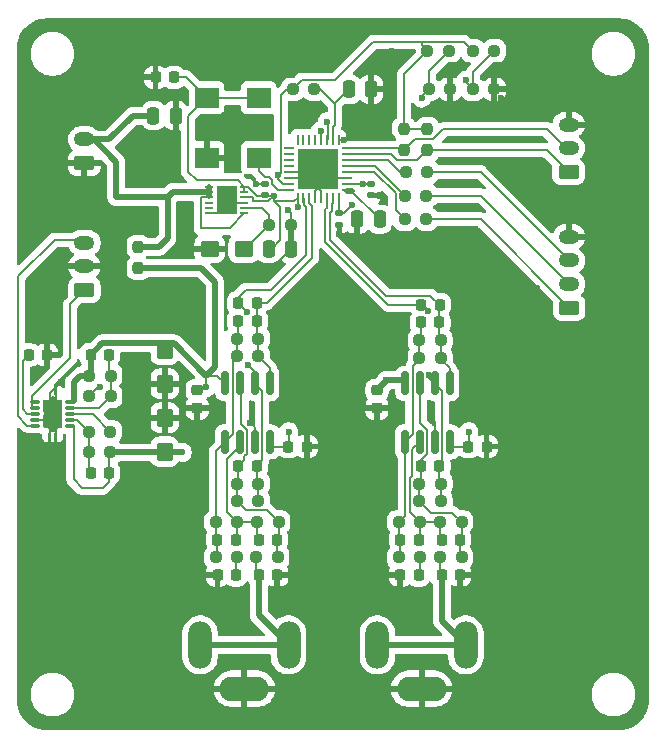
<source format=gbr>
%TF.GenerationSoftware,KiCad,Pcbnew,9.0.7*%
%TF.CreationDate,2026-01-19T21:17:24-05:00*%
%TF.ProjectId,dac,6461632e-6b69-4636-9164-5f7063625858,rev?*%
%TF.SameCoordinates,Original*%
%TF.FileFunction,Copper,L1,Top*%
%TF.FilePolarity,Positive*%
%FSLAX46Y46*%
G04 Gerber Fmt 4.6, Leading zero omitted, Abs format (unit mm)*
G04 Created by KiCad (PCBNEW 9.0.7) date 2026-01-19 21:17:24*
%MOMM*%
%LPD*%
G01*
G04 APERTURE LIST*
G04 Aperture macros list*
%AMRoundRect*
0 Rectangle with rounded corners*
0 $1 Rounding radius*
0 $2 $3 $4 $5 $6 $7 $8 $9 X,Y pos of 4 corners*
0 Add a 4 corners polygon primitive as box body*
4,1,4,$2,$3,$4,$5,$6,$7,$8,$9,$2,$3,0*
0 Add four circle primitives for the rounded corners*
1,1,$1+$1,$2,$3*
1,1,$1+$1,$4,$5*
1,1,$1+$1,$6,$7*
1,1,$1+$1,$8,$9*
0 Add four rect primitives between the rounded corners*
20,1,$1+$1,$2,$3,$4,$5,0*
20,1,$1+$1,$4,$5,$6,$7,0*
20,1,$1+$1,$6,$7,$8,$9,0*
20,1,$1+$1,$8,$9,$2,$3,0*%
G04 Aperture macros list end*
%TA.AperFunction,SMDPad,CuDef*%
%ADD10RoundRect,0.062500X0.062500X-0.375000X0.062500X0.375000X-0.062500X0.375000X-0.062500X-0.375000X0*%
%TD*%
%TA.AperFunction,SMDPad,CuDef*%
%ADD11RoundRect,0.062500X0.375000X-0.062500X0.375000X0.062500X-0.375000X0.062500X-0.375000X-0.062500X0*%
%TD*%
%TA.AperFunction,HeatsinkPad*%
%ADD12R,3.500000X3.500000*%
%TD*%
%TA.AperFunction,ComponentPad*%
%ADD13RoundRect,0.250000X0.625000X-0.350000X0.625000X0.350000X-0.625000X0.350000X-0.625000X-0.350000X0*%
%TD*%
%TA.AperFunction,ComponentPad*%
%ADD14O,1.750000X1.200000*%
%TD*%
%TA.AperFunction,SMDPad,CuDef*%
%ADD15RoundRect,0.225000X-0.225000X-0.250000X0.225000X-0.250000X0.225000X0.250000X-0.225000X0.250000X0*%
%TD*%
%TA.AperFunction,SMDPad,CuDef*%
%ADD16RoundRect,0.237500X0.250000X0.237500X-0.250000X0.237500X-0.250000X-0.237500X0.250000X-0.237500X0*%
%TD*%
%TA.AperFunction,SMDPad,CuDef*%
%ADD17RoundRect,0.250000X0.545000X0.445000X-0.545000X0.445000X-0.545000X-0.445000X0.545000X-0.445000X0*%
%TD*%
%TA.AperFunction,SMDPad,CuDef*%
%ADD18RoundRect,0.237500X-0.237500X0.250000X-0.237500X-0.250000X0.237500X-0.250000X0.237500X0.250000X0*%
%TD*%
%TA.AperFunction,SMDPad,CuDef*%
%ADD19RoundRect,0.140000X0.170000X-0.140000X0.170000X0.140000X-0.170000X0.140000X-0.170000X-0.140000X0*%
%TD*%
%TA.AperFunction,SMDPad,CuDef*%
%ADD20RoundRect,0.225000X0.250000X-0.225000X0.250000X0.225000X-0.250000X0.225000X-0.250000X-0.225000X0*%
%TD*%
%TA.AperFunction,SMDPad,CuDef*%
%ADD21RoundRect,0.225000X0.225000X0.250000X-0.225000X0.250000X-0.225000X-0.250000X0.225000X-0.250000X0*%
%TD*%
%TA.AperFunction,SMDPad,CuDef*%
%ADD22RoundRect,0.237500X-0.250000X-0.237500X0.250000X-0.237500X0.250000X0.237500X-0.250000X0.237500X0*%
%TD*%
%TA.AperFunction,SMDPad,CuDef*%
%ADD23RoundRect,0.140000X-0.170000X0.140000X-0.170000X-0.140000X0.170000X-0.140000X0.170000X0.140000X0*%
%TD*%
%TA.AperFunction,SMDPad,CuDef*%
%ADD24R,0.800000X0.250000*%
%TD*%
%TA.AperFunction,SMDPad,CuDef*%
%ADD25R,1.750000X2.480000*%
%TD*%
%TA.AperFunction,SMDPad,CuDef*%
%ADD26R,2.000000X1.800000*%
%TD*%
%TA.AperFunction,SMDPad,CuDef*%
%ADD27R,0.280000X0.280000*%
%TD*%
%TA.AperFunction,SMDPad,CuDef*%
%ADD28O,0.850000X0.280000*%
%TD*%
%TA.AperFunction,ComponentPad*%
%ADD29C,0.600000*%
%TD*%
%TA.AperFunction,SMDPad,CuDef*%
%ADD30R,0.680000X1.050000*%
%TD*%
%TA.AperFunction,SMDPad,CuDef*%
%ADD31R,0.260000X0.500000*%
%TD*%
%TA.AperFunction,SMDPad,CuDef*%
%ADD32R,0.280000X0.700000*%
%TD*%
%TA.AperFunction,SMDPad,CuDef*%
%ADD33R,1.650000X2.400000*%
%TD*%
%TA.AperFunction,SMDPad,CuDef*%
%ADD34RoundRect,0.250000X-0.445000X0.545000X-0.445000X-0.545000X0.445000X-0.545000X0.445000X0.545000X0*%
%TD*%
%TA.AperFunction,SMDPad,CuDef*%
%ADD35RoundRect,0.250000X-0.250000X-0.475000X0.250000X-0.475000X0.250000X0.475000X-0.250000X0.475000X0*%
%TD*%
%TA.AperFunction,SMDPad,CuDef*%
%ADD36RoundRect,0.250000X0.250000X0.475000X-0.250000X0.475000X-0.250000X-0.475000X0.250000X-0.475000X0*%
%TD*%
%TA.AperFunction,ComponentPad*%
%ADD37O,4.200000X2.100000*%
%TD*%
%TA.AperFunction,ComponentPad*%
%ADD38O,2.000000X4.000000*%
%TD*%
%TA.AperFunction,SMDPad,CuDef*%
%ADD39RoundRect,0.237500X0.237500X-0.250000X0.237500X0.250000X-0.237500X0.250000X-0.237500X-0.250000X0*%
%TD*%
%TA.AperFunction,SMDPad,CuDef*%
%ADD40RoundRect,0.150000X0.150000X-0.825000X0.150000X0.825000X-0.150000X0.825000X-0.150000X-0.825000X0*%
%TD*%
%TA.AperFunction,ViaPad*%
%ADD41C,0.600000*%
%TD*%
%TA.AperFunction,Conductor*%
%ADD42C,0.200000*%
%TD*%
%TA.AperFunction,Conductor*%
%ADD43C,0.500000*%
%TD*%
G04 APERTURE END LIST*
D10*
%TO.P,U1,1,AVCC_DAC1*%
%TO.N,+3.3V*%
X126750000Y-90437500D03*
%TO.P,U1,2,DAC1B*%
%TO.N,DAC1B*%
X127250000Y-90437500D03*
%TO.P,U1,3,DAC1*%
%TO.N,DAC1*%
X127750000Y-90437500D03*
%TO.P,U1,4,AGND_DAC1*%
%TO.N,GND*%
X128250000Y-90437500D03*
%TO.P,U1,5,AGND_DAC2*%
X128750000Y-90437500D03*
%TO.P,U1,6,DAC2B*%
%TO.N,DAC2B*%
X129250000Y-90437500D03*
%TO.P,U1,7,DAC2*%
%TO.N,DAC2*%
X129750000Y-90437500D03*
%TO.P,U1,8,AVCC_DAC2*%
%TO.N,+3.3V*%
X130250000Y-90437500D03*
D11*
%TO.P,U1,9,DVDD*%
%TO.N,Net-(U1-DVDD)*%
X130937500Y-89750000D03*
%TO.P,U1,10,AVDD*%
%TO.N,+3.3V*%
X130937500Y-89250000D03*
%TO.P,U1,11,GND*%
%TO.N,GND*%
X130937500Y-88750000D03*
%TO.P,U1,12,DATA_CLK*%
%TO.N,Net-(U1-DATA_CLK)*%
X130937500Y-88250000D03*
%TO.P,U1,13,DATA1*%
%TO.N,Net-(U1-DATA1)*%
X130937500Y-87750000D03*
%TO.P,U1,14,DATA2*%
%TO.N,Net-(U1-DATA2)*%
X130937500Y-87250000D03*
%TO.P,U1,15,SCL*%
%TO.N,/SCL*%
X130937500Y-86750000D03*
%TO.P,U1,16,SCA*%
%TO.N,/SCA*%
X130937500Y-86250000D03*
D10*
%TO.P,U1,17,RT1*%
%TO.N,GND*%
X130250000Y-85562500D03*
%TO.P,U1,18,CHIP_EN*%
%TO.N,Net-(U1-CHIP_EN)*%
X129750000Y-85562500D03*
%TO.P,U1,19,ADDR1*%
%TO.N,Net-(U1-ADDR1)*%
X129250000Y-85562500D03*
%TO.P,U1,20,ADDR0*%
%TO.N,Net-(U1-ADDR0)*%
X128750000Y-85562500D03*
%TO.P,U1,21,GPIO1*%
%TO.N,unconnected-(U1-GPIO1-Pad21)*%
X128250000Y-85562500D03*
%TO.P,U1,22,GPIO2*%
%TO.N,unconnected-(U1-GPIO2-Pad22)*%
X127750000Y-85562500D03*
%TO.P,U1,23,GPIO3*%
%TO.N,unconnected-(U1-GPIO3-Pad23)*%
X127250000Y-85562500D03*
%TO.P,U1,24,GPIO4*%
%TO.N,unconnected-(U1-GPIO4-Pad24)*%
X126750000Y-85562500D03*
D11*
%TO.P,U1,25,GPIO5*%
%TO.N,unconnected-(U1-GPIO5-Pad25)*%
X126062500Y-86250000D03*
%TO.P,U1,26,GPIO6*%
%TO.N,unconnected-(U1-GPIO6-Pad26)*%
X126062500Y-86750000D03*
%TO.P,U1,27,GPIO7*%
%TO.N,unconnected-(U1-GPIO7-Pad27)*%
X126062500Y-87250000D03*
%TO.P,U1,28,GPIO8*%
%TO.N,unconnected-(U1-GPIO8-Pad28)*%
X126062500Y-87750000D03*
%TO.P,U1,29,MODE*%
%TO.N,GND*%
X126062500Y-88250000D03*
%TO.P,U1,30,GND*%
X126062500Y-88750000D03*
%TO.P,U1,31,VCCA*%
%TO.N,+3.3V*%
X126062500Y-89250000D03*
%TO.P,U1,32,MCLK*%
%TO.N,Net-(U1-MCLK)*%
X126062500Y-89750000D03*
D12*
%TO.P,U1,33,PAD*%
%TO.N,GND*%
X128500000Y-88000000D03*
%TD*%
D13*
%TO.P,J4,1,Pin_1*%
%TO.N,GND*%
X108700000Y-87500000D03*
D14*
%TO.P,J4,2,Pin_2*%
%TO.N,+5V*%
X108700000Y-85500000D03*
%TD*%
D15*
%TO.P,C28,1*%
%TO.N,Net-(U5-FBN)*%
X109225000Y-113750000D03*
%TO.P,C28,2*%
%TO.N,-12V*%
X110775000Y-113750000D03*
%TD*%
D16*
%TO.P,R18,1*%
%TO.N,Net-(C10-Pad2)*%
X125075000Y-120887500D03*
%TO.P,R18,2*%
%TO.N,Net-(C15-Pad2)*%
X123250000Y-120887500D03*
%TD*%
D17*
%TO.P,C27,1*%
%TO.N,Net-(U4-SET)*%
X122190000Y-94750000D03*
%TO.P,C27,2*%
%TO.N,GND*%
X119310000Y-94750000D03*
%TD*%
D16*
%TO.P,R14,1*%
%TO.N,DAC1B*%
X123412500Y-116137500D03*
%TO.P,R14,2*%
%TO.N,Net-(C10-Pad2)*%
X121587500Y-116137500D03*
%TD*%
D15*
%TO.P,C31,1*%
%TO.N,Net-(U5-NR{slash}SS)*%
X103975000Y-103750000D03*
%TO.P,C31,2*%
%TO.N,GND*%
X105525000Y-103750000D03*
%TD*%
D16*
%TO.P,R12,1*%
%TO.N,DAC1*%
X123412500Y-102362500D03*
%TO.P,R12,2*%
%TO.N,Net-(C12-Pad2)*%
X121587500Y-102362500D03*
%TD*%
D15*
%TO.P,C14,1*%
%TO.N,GND*%
X119975000Y-122387500D03*
%TO.P,C14,2*%
%TO.N,Net-(C14-Pad2)*%
X121525000Y-122387500D03*
%TD*%
D18*
%TO.P,R9,1*%
%TO.N,+3.3V*%
X137750000Y-84587500D03*
%TO.P,R9,2*%
%TO.N,/SCL*%
X137750000Y-86412500D03*
%TD*%
D15*
%TO.P,C19,1*%
%TO.N,DAC2B*%
X137225000Y-99500000D03*
%TO.P,C19,2*%
%TO.N,DAC2*%
X138775000Y-99500000D03*
%TD*%
D16*
%TO.P,R20,1*%
%TO.N,DAC2*%
X138887500Y-102500000D03*
%TO.P,R20,2*%
%TO.N,Net-(C16-Pad2)*%
X137062500Y-102500000D03*
%TD*%
D15*
%TO.P,C11,1*%
%TO.N,DAC1B*%
X121725000Y-99362500D03*
%TO.P,C11,2*%
%TO.N,DAC1*%
X123275000Y-99362500D03*
%TD*%
D16*
%TO.P,R22,1*%
%TO.N,Net-(U3A--)*%
X137137500Y-117887500D03*
%TO.P,R22,2*%
%TO.N,Net-(C16-Pad2)*%
X135312500Y-117887500D03*
%TD*%
D19*
%TO.P,C32,1*%
%TO.N,+3.3V*%
X124000000Y-90210000D03*
%TO.P,C32,2*%
%TO.N,GND*%
X124000000Y-89250000D03*
%TD*%
D20*
%TO.P,C23,1*%
%TO.N,GND*%
X118250000Y-108275000D03*
%TO.P,C23,2*%
%TO.N,+12V*%
X118250000Y-106725000D03*
%TD*%
D21*
%TO.P,C10,1*%
%TO.N,DAC1B*%
X123275000Y-113137500D03*
%TO.P,C10,2*%
%TO.N,Net-(C10-Pad2)*%
X121725000Y-113137500D03*
%TD*%
D22*
%TO.P,R6,1*%
%TO.N,Net-(U1-DATA1)*%
X135837500Y-90250000D03*
%TO.P,R6,2*%
%TO.N,/WCLK*%
X137662500Y-90250000D03*
%TD*%
%TO.P,R30,1*%
%TO.N,Net-(U1-ADDR0)*%
X137837500Y-81250000D03*
%TO.P,R30,2*%
%TO.N,GND*%
X139662500Y-81250000D03*
%TD*%
D23*
%TO.P,C7,1*%
%TO.N,+3.3V*%
X130250000Y-91770000D03*
%TO.P,C7,2*%
%TO.N,GND*%
X130250000Y-92730000D03*
%TD*%
D21*
%TO.P,C9,1*%
%TO.N,DAC1*%
X123275000Y-100862500D03*
%TO.P,C9,2*%
%TO.N,Net-(C12-Pad2)*%
X121725000Y-100862500D03*
%TD*%
D13*
%TO.P,J2,1,Pin_1*%
%TO.N,/BCLK*%
X149750000Y-99750000D03*
D14*
%TO.P,J2,2,Pin_2*%
%TO.N,/WCLK*%
X149750000Y-97750000D03*
%TO.P,J2,3,Pin_3*%
%TO.N,/DATA*%
X149750000Y-95750000D03*
%TO.P,J2,4,Pin_4*%
%TO.N,GND*%
X149750000Y-93750000D03*
%TD*%
D13*
%TO.P,J1,1,Pin_1*%
%TO.N,/SCL*%
X149700000Y-88250000D03*
D14*
%TO.P,J1,2,Pin_2*%
%TO.N,/SCA*%
X149700000Y-86250000D03*
%TO.P,J1,3,Pin_3*%
%TO.N,GND*%
X149700000Y-84250000D03*
%TD*%
D21*
%TO.P,C12,1*%
%TO.N,Net-(U2A--)*%
X121500000Y-119387500D03*
%TO.P,C12,2*%
%TO.N,Net-(C12-Pad2)*%
X119950000Y-119387500D03*
%TD*%
%TO.P,C5,1*%
%TO.N,+3.3V*%
X116275000Y-80250000D03*
%TO.P,C5,2*%
%TO.N,GND*%
X114725000Y-80250000D03*
%TD*%
D22*
%TO.P,R27,1*%
%TO.N,Net-(U5-FBN)*%
X109087500Y-110240000D03*
%TO.P,R27,2*%
%TO.N,Net-(U5-BUF)*%
X110912500Y-110240000D03*
%TD*%
%TO.P,R2,1*%
%TO.N,Net-(U4-SET)*%
X124337500Y-92750000D03*
%TO.P,R2,2*%
%TO.N,GND*%
X126162500Y-92750000D03*
%TD*%
D24*
%TO.P,U4,1,IN_1*%
%TO.N,+5V*%
X119250000Y-89500000D03*
%TO.P,U4,2,IN_2*%
X119250000Y-89950000D03*
%TO.P,U4,3,EN/UV*%
X119250000Y-90400000D03*
%TO.P,U4,4,DNC*%
%TO.N,unconnected-(U4-DNC-Pad4)*%
X119250000Y-90850000D03*
%TO.P,U4,5,PG*%
%TO.N,unconnected-(U4-PG-Pad5)*%
X119250000Y-91300000D03*
%TO.P,U4,6,ILIM*%
%TO.N,GND*%
X119250000Y-91750000D03*
%TO.P,U4,7,PGFB*%
%TO.N,+5V*%
X122250000Y-91750000D03*
%TO.P,U4,8,SET*%
%TO.N,Net-(U4-SET)*%
X122250000Y-91300000D03*
%TO.P,U4,9,GND_1*%
%TO.N,GND*%
X122250000Y-90850000D03*
%TO.P,U4,10,OUTS*%
%TO.N,+3.3V*%
X122250000Y-90400000D03*
%TO.P,U4,11,OUT_1*%
X122250000Y-89950000D03*
%TO.P,U4,12,OUT_2*%
X122250000Y-89500000D03*
D25*
%TO.P,U4,13,GND_2*%
%TO.N,GND*%
X120750000Y-90625000D03*
%TD*%
D22*
%TO.P,R10,1*%
%TO.N,+3.3V*%
X126337500Y-81250000D03*
%TO.P,R10,2*%
%TO.N,Net-(U1-CHIP_EN)*%
X128162500Y-81250000D03*
%TD*%
D26*
%TO.P,Y1,1,OE*%
%TO.N,+3.3V*%
X119050000Y-81960000D03*
%TO.P,Y1,2,GND*%
%TO.N,GND*%
X119050000Y-87040000D03*
%TO.P,Y1,3,OUT*%
%TO.N,Net-(U1-MCLK)*%
X123450000Y-87040000D03*
%TO.P,Y1,4,VDD*%
%TO.N,+3.3V*%
X123450000Y-81960000D03*
%TD*%
D21*
%TO.P,C16,1*%
%TO.N,DAC2*%
X138750000Y-101000000D03*
%TO.P,C16,2*%
%TO.N,Net-(C16-Pad2)*%
X137200000Y-101000000D03*
%TD*%
D27*
%TO.P,U5,1,INP*%
%TO.N,/+15V*%
X104265000Y-107740000D03*
D28*
X104550000Y-107740000D03*
D27*
%TO.P,U5,2,EN*%
X104265000Y-108240000D03*
D28*
X104550000Y-108240000D03*
D27*
%TO.P,U5,3,NR/SS*%
%TO.N,Net-(U5-NR{slash}SS)*%
X104265000Y-108740000D03*
D28*
X104550000Y-108740000D03*
D27*
%TO.P,U5,4,GND*%
%TO.N,GND*%
X104265000Y-109240000D03*
D28*
X104550000Y-109240000D03*
D27*
%TO.P,U5,5,INN*%
%TO.N,/-15V*%
X104265000Y-109740000D03*
D28*
X104550000Y-109740000D03*
%TO.P,U5,6,OUTN*%
%TO.N,-12V*%
X107500000Y-109740000D03*
D27*
X107785000Y-109740000D03*
D28*
%TO.P,U5,7,FBN*%
%TO.N,Net-(U5-FBN)*%
X107500000Y-109240000D03*
D27*
X107785000Y-109240000D03*
D28*
%TO.P,U5,8,BUF*%
%TO.N,Net-(U5-BUF)*%
X107500000Y-108740000D03*
D27*
X107785000Y-108740000D03*
D28*
%TO.P,U5,9,FBP*%
%TO.N,Net-(U5-FBP)*%
X107500000Y-108240000D03*
D27*
X107785000Y-108240000D03*
D28*
%TO.P,U5,10,OUTP*%
%TO.N,+12V*%
X107500000Y-107740000D03*
D27*
X107785000Y-107740000D03*
D29*
%TO.P,U5,11,GND*%
%TO.N,GND*%
X105525000Y-107990000D03*
X105525000Y-109490000D03*
D30*
X105575000Y-108105000D03*
X105575000Y-109375000D03*
D31*
X105775000Y-107110000D03*
D32*
X105775000Y-107190000D03*
X105775000Y-110290000D03*
D31*
X105775000Y-110370000D03*
D29*
X106025000Y-108740000D03*
D33*
X106025000Y-108740000D03*
D31*
X106275000Y-107110000D03*
D32*
X106275000Y-107190000D03*
X106275000Y-110290000D03*
D31*
X106275000Y-110370000D03*
D30*
X106475000Y-108105000D03*
X106475000Y-109375000D03*
D29*
X106525000Y-107990000D03*
X106525000Y-109490000D03*
%TD*%
D13*
%TO.P,J3,1,Pin_1*%
%TO.N,/+15V*%
X108700000Y-98250000D03*
D14*
%TO.P,J3,2,Pin_2*%
%TO.N,GND*%
X108700000Y-96250000D03*
%TO.P,J3,3,Pin_3*%
%TO.N,/-15V*%
X108700000Y-94250000D03*
%TD*%
D16*
%TO.P,R19,1*%
%TO.N,DAC2*%
X138887500Y-104000000D03*
%TO.P,R19,2*%
%TO.N,Net-(C16-Pad2)*%
X137062500Y-104000000D03*
%TD*%
D21*
%TO.P,C15,1*%
%TO.N,GND*%
X125025000Y-122387500D03*
%TO.P,C15,2*%
%TO.N,Net-(C15-Pad2)*%
X123475000Y-122387500D03*
%TD*%
D34*
%TO.P,C29,1*%
%TO.N,+12V*%
X115500000Y-103310000D03*
%TO.P,C29,2*%
%TO.N,GND*%
X115500000Y-106190000D03*
%TD*%
D18*
%TO.P,R8,1*%
%TO.N,+3.3V*%
X135750000Y-84587500D03*
%TO.P,R8,2*%
%TO.N,/SCA*%
X135750000Y-86412500D03*
%TD*%
D22*
%TO.P,R21,1*%
%TO.N,Net-(C16-Pad2)*%
X135312500Y-120887500D03*
%TO.P,R21,2*%
%TO.N,Net-(C17-Pad2)*%
X137137500Y-120887500D03*
%TD*%
D35*
%TO.P,C1,1*%
%TO.N,+5V*%
X114550000Y-83500000D03*
%TO.P,C1,2*%
%TO.N,GND*%
X116450000Y-83500000D03*
%TD*%
D15*
%TO.P,C17,1*%
%TO.N,GND*%
X135450000Y-122387500D03*
%TO.P,C17,2*%
%TO.N,Net-(C17-Pad2)*%
X137000000Y-122387500D03*
%TD*%
D16*
%TO.P,R23,1*%
%TO.N,Net-(C20-Pad1)*%
X140637500Y-117887500D03*
%TO.P,R23,2*%
%TO.N,Net-(U3A--)*%
X138812500Y-117887500D03*
%TD*%
D21*
%TO.P,C20,1*%
%TO.N,Net-(C20-Pad1)*%
X140500000Y-119387500D03*
%TO.P,C20,2*%
%TO.N,Net-(U3A--)*%
X138950000Y-119387500D03*
%TD*%
D22*
%TO.P,R1,1*%
%TO.N,+12V*%
X109112500Y-105490000D03*
%TO.P,R1,2*%
%TO.N,Net-(U5-FBP)*%
X110937500Y-105490000D03*
%TD*%
D36*
%TO.P,C6,1*%
%TO.N,Net-(U1-DVDD)*%
X133700000Y-92250000D03*
%TO.P,C6,2*%
%TO.N,GND*%
X131800000Y-92250000D03*
%TD*%
D22*
%TO.P,R17,1*%
%TO.N,Net-(C12-Pad2)*%
X119837500Y-120887500D03*
%TO.P,R17,2*%
%TO.N,Net-(C14-Pad2)*%
X121662500Y-120887500D03*
%TD*%
%TO.P,R7,1*%
%TO.N,Net-(U1-DATA2)*%
X135925000Y-88250000D03*
%TO.P,R7,2*%
%TO.N,/DATA*%
X137750000Y-88250000D03*
%TD*%
%TO.P,R3,1*%
%TO.N,GND*%
X109112500Y-107250000D03*
%TO.P,R3,2*%
%TO.N,Net-(U5-FBP)*%
X110937500Y-107250000D03*
%TD*%
D35*
%TO.P,C2,1*%
%TO.N,+3.3V*%
X124300000Y-94750000D03*
%TO.P,C2,2*%
%TO.N,GND*%
X126200000Y-94750000D03*
%TD*%
D16*
%TO.P,R13,1*%
%TO.N,DAC1B*%
X123412500Y-114637500D03*
%TO.P,R13,2*%
%TO.N,Net-(C10-Pad2)*%
X121587500Y-114637500D03*
%TD*%
D37*
%TO.P,J5,1_A*%
%TO.N,GND*%
X122250000Y-132000000D03*
%TO.P,J5,1_B*%
X137250000Y-132000000D03*
D38*
%TO.P,J5,2_A*%
%TO.N,Net-(C15-Pad2)*%
X118500000Y-128300000D03*
%TO.P,J5,2_B*%
%TO.N,Net-(C21-Pad2)*%
X133500000Y-128300000D03*
%TO.P,J5,3_A*%
%TO.N,Net-(C15-Pad2)*%
X126000000Y-128300000D03*
%TO.P,J5,3_B*%
%TO.N,Net-(C21-Pad2)*%
X141000000Y-128300000D03*
%TD*%
D15*
%TO.P,C24,1*%
%TO.N,-12V*%
X125975000Y-111500000D03*
%TO.P,C24,2*%
%TO.N,GND*%
X127525000Y-111500000D03*
%TD*%
D20*
%TO.P,C25,1*%
%TO.N,GND*%
X133475000Y-108275000D03*
%TO.P,C25,2*%
%TO.N,+12V*%
X133475000Y-106725000D03*
%TD*%
D35*
%TO.P,C8,1*%
%TO.N,Net-(U1-CHIP_EN)*%
X131100000Y-81250000D03*
%TO.P,C8,2*%
%TO.N,GND*%
X133000000Y-81250000D03*
%TD*%
D16*
%TO.P,R15,1*%
%TO.N,Net-(U2A--)*%
X121662500Y-117887500D03*
%TO.P,R15,2*%
%TO.N,Net-(C12-Pad2)*%
X119837500Y-117887500D03*
%TD*%
%TO.P,R25,1*%
%TO.N,DAC2B*%
X138887500Y-114637500D03*
%TO.P,R25,2*%
%TO.N,Net-(C20-Pad1)*%
X137062500Y-114637500D03*
%TD*%
D15*
%TO.P,C4,1*%
%TO.N,+12V*%
X109225000Y-103740000D03*
%TO.P,C4,2*%
%TO.N,Net-(U5-FBP)*%
X110775000Y-103740000D03*
%TD*%
D39*
%TO.P,R29,1*%
%TO.N,+12V*%
X113250000Y-96412500D03*
%TO.P,R29,2*%
%TO.N,+5V*%
X113250000Y-94587500D03*
%TD*%
D40*
%TO.P,U2,1*%
%TO.N,Net-(C12-Pad2)*%
X120595000Y-111112500D03*
%TO.P,U2,2,-*%
%TO.N,Net-(U2A--)*%
X121865000Y-111112500D03*
%TO.P,U2,3,+*%
%TO.N,GND*%
X123135000Y-111112500D03*
%TO.P,U2,4,V-*%
%TO.N,-12V*%
X124405000Y-111112500D03*
%TO.P,U2,5,+*%
%TO.N,DAC1*%
X124405000Y-106162500D03*
%TO.P,U2,6,-*%
%TO.N,DAC1B*%
X123135000Y-106162500D03*
%TO.P,U2,7*%
%TO.N,Net-(C10-Pad2)*%
X121865000Y-106162500D03*
%TO.P,U2,8,V+*%
%TO.N,+12V*%
X120595000Y-106162500D03*
%TD*%
D21*
%TO.P,C13,1*%
%TO.N,Net-(C10-Pad2)*%
X125000000Y-119387500D03*
%TO.P,C13,2*%
%TO.N,Net-(U2A--)*%
X123450000Y-119387500D03*
%TD*%
D22*
%TO.P,R32,1*%
%TO.N,+3.3V*%
X141587500Y-78000000D03*
%TO.P,R32,2*%
%TO.N,Net-(U1-ADDR1)*%
X143412500Y-78000000D03*
%TD*%
%TO.P,R5,1*%
%TO.N,Net-(U1-DATA_CLK)*%
X135837500Y-92250000D03*
%TO.P,R5,2*%
%TO.N,/BCLK*%
X137662500Y-92250000D03*
%TD*%
D21*
%TO.P,C22,1*%
%TO.N,DAC2B*%
X138750000Y-113137500D03*
%TO.P,C22,2*%
%TO.N,Net-(C20-Pad1)*%
X137200000Y-113137500D03*
%TD*%
D16*
%TO.P,R26,1*%
%TO.N,DAC2B*%
X138887500Y-116137500D03*
%TO.P,R26,2*%
%TO.N,Net-(C20-Pad1)*%
X137062500Y-116137500D03*
%TD*%
D15*
%TO.P,C26,1*%
%TO.N,-12V*%
X141200000Y-111500000D03*
%TO.P,C26,2*%
%TO.N,GND*%
X142750000Y-111500000D03*
%TD*%
D23*
%TO.P,C3,1*%
%TO.N,+3.3V*%
X133000000Y-89270000D03*
%TO.P,C3,2*%
%TO.N,GND*%
X133000000Y-90230000D03*
%TD*%
D21*
%TO.P,C21,1*%
%TO.N,GND*%
X140500000Y-122387500D03*
%TO.P,C21,2*%
%TO.N,Net-(C21-Pad2)*%
X138950000Y-122387500D03*
%TD*%
D16*
%TO.P,R11,1*%
%TO.N,DAC1*%
X123412500Y-103862500D03*
%TO.P,R11,2*%
%TO.N,Net-(C12-Pad2)*%
X121587500Y-103862500D03*
%TD*%
D40*
%TO.P,U3,1*%
%TO.N,Net-(C16-Pad2)*%
X135820000Y-111112500D03*
%TO.P,U3,2,-*%
%TO.N,Net-(U3A--)*%
X137090000Y-111112500D03*
%TO.P,U3,3,+*%
%TO.N,GND*%
X138360000Y-111112500D03*
%TO.P,U3,4,V-*%
%TO.N,-12V*%
X139630000Y-111112500D03*
%TO.P,U3,5,+*%
%TO.N,DAC2*%
X139630000Y-106162500D03*
%TO.P,U3,6,-*%
%TO.N,DAC2B*%
X138360000Y-106162500D03*
%TO.P,U3,7*%
%TO.N,Net-(C20-Pad1)*%
X137090000Y-106162500D03*
%TO.P,U3,8,V+*%
%TO.N,+12V*%
X135820000Y-106162500D03*
%TD*%
D21*
%TO.P,C18,1*%
%TO.N,Net-(U3A--)*%
X137000000Y-119387500D03*
%TO.P,C18,2*%
%TO.N,Net-(C16-Pad2)*%
X135450000Y-119387500D03*
%TD*%
D16*
%TO.P,R16,1*%
%TO.N,Net-(C10-Pad2)*%
X125162500Y-117887500D03*
%TO.P,R16,2*%
%TO.N,Net-(U2A--)*%
X123337500Y-117887500D03*
%TD*%
%TO.P,R24,1*%
%TO.N,Net-(C20-Pad1)*%
X140637500Y-120887500D03*
%TO.P,R24,2*%
%TO.N,Net-(C21-Pad2)*%
X138812500Y-120887500D03*
%TD*%
D22*
%TO.P,R28,1*%
%TO.N,+3.3V*%
X137750000Y-78000000D03*
%TO.P,R28,2*%
%TO.N,Net-(U1-ADDR0)*%
X139575000Y-78000000D03*
%TD*%
%TO.P,R31,1*%
%TO.N,Net-(U1-ADDR1)*%
X141587500Y-81250000D03*
%TO.P,R31,2*%
%TO.N,GND*%
X143412500Y-81250000D03*
%TD*%
%TO.P,R4,1*%
%TO.N,Net-(U5-FBN)*%
X109087500Y-111990000D03*
%TO.P,R4,2*%
%TO.N,-12V*%
X110912500Y-111990000D03*
%TD*%
D34*
%TO.P,C30,1*%
%TO.N,GND*%
X115500000Y-109060000D03*
%TO.P,C30,2*%
%TO.N,-12V*%
X115500000Y-111940000D03*
%TD*%
D41*
%TO.N,GND*%
X131250000Y-127750000D03*
X126750000Y-101500000D03*
X110250000Y-80250000D03*
X113000000Y-88750000D03*
X144000000Y-82000000D03*
X111250000Y-127595455D03*
X104750000Y-86409091D03*
X150250000Y-118840910D03*
X150250000Y-133331818D03*
X136750000Y-95250000D03*
X153500000Y-86409091D03*
X126700000Y-113152273D03*
X123750000Y-97000000D03*
X108000000Y-118840910D03*
X131250000Y-116090910D03*
X120250000Y-91500000D03*
X131250000Y-121927273D03*
X147000000Y-89327273D03*
X147000000Y-118840910D03*
X126700000Y-116070455D03*
X120250000Y-85250000D03*
X141250000Y-91250000D03*
X111250000Y-130500000D03*
X153500000Y-104250000D03*
X133750000Y-101500000D03*
X143750000Y-113004546D03*
X104750000Y-92245455D03*
X117000000Y-94500000D03*
X104750000Y-98081819D03*
X122250000Y-83750000D03*
X110250000Y-78000000D03*
X143750000Y-107168182D03*
X106500000Y-112500000D03*
X143750000Y-95163637D03*
X131250000Y-113172728D03*
X114500000Y-118840910D03*
X131250000Y-133500000D03*
X104750000Y-121759091D03*
X112857143Y-78000000D03*
X123500000Y-80000000D03*
X153500000Y-89327273D03*
X147000000Y-130500000D03*
X129589285Y-78000000D03*
X134250000Y-95250000D03*
X120749998Y-90625000D03*
X133750000Y-104418182D03*
X143750000Y-130500000D03*
X115500000Y-87250000D03*
X131250000Y-119009091D03*
X153500000Y-83490909D03*
X108000000Y-115922728D03*
X118750000Y-80000000D03*
X141250000Y-89250000D03*
X148750000Y-78000000D03*
X153500000Y-107168182D03*
X147000000Y-98081819D03*
X131250000Y-98250000D03*
X104750000Y-124677273D03*
X143750000Y-115922728D03*
X104750000Y-101000000D03*
X143750000Y-101000000D03*
X146589285Y-78000000D03*
X153500000Y-124677273D03*
X112250000Y-98081818D03*
X131250000Y-101500000D03*
X127250000Y-87000000D03*
X108000000Y-127595455D03*
X147000000Y-113004546D03*
X108000000Y-121759091D03*
X141250000Y-95250000D03*
X150250000Y-127595455D03*
X133750000Y-90250000D03*
X133750000Y-118988636D03*
X153500000Y-118840910D03*
X106750000Y-106000000D03*
X150250000Y-107168182D03*
X143750000Y-124677273D03*
X153500000Y-101000000D03*
X115500000Y-101000000D03*
X134704605Y-85376156D03*
X120250000Y-83750000D03*
X126700000Y-124825000D03*
X150250000Y-115922728D03*
X111250000Y-118840910D03*
X143750000Y-127595455D03*
X104750000Y-112500000D03*
X129000000Y-124845455D03*
X147000000Y-101000000D03*
X147000000Y-133331818D03*
X129000000Y-113172728D03*
X129000000Y-98250000D03*
X143750000Y-133331818D03*
X153500000Y-115922728D03*
X104750000Y-105250000D03*
X134785714Y-78000000D03*
X114500000Y-121759091D03*
X117750000Y-124750000D03*
X153500000Y-113004546D03*
X114500000Y-115922728D03*
X115000000Y-78000000D03*
X129000000Y-107336364D03*
X129000000Y-130581818D03*
X129750000Y-87000000D03*
X115500000Y-85750000D03*
X143750000Y-110086364D03*
X121250000Y-89750000D03*
X117785714Y-78000000D03*
X129000000Y-133500000D03*
X120232143Y-78000000D03*
X115500000Y-88750000D03*
X122375000Y-78000000D03*
X143750000Y-104250000D03*
X121250000Y-87000000D03*
X129000000Y-121927273D03*
X108000000Y-124677273D03*
X150250000Y-113004546D03*
X126700000Y-118988636D03*
X153500000Y-98081819D03*
X104750000Y-127595455D03*
X104750000Y-118840910D03*
X153500000Y-121759091D03*
X153500000Y-95163637D03*
X129000000Y-119009091D03*
X121250000Y-97000000D03*
X147000000Y-107168182D03*
X114500000Y-130500000D03*
X117750000Y-121831818D03*
X147000000Y-110086364D03*
X111250000Y-124677273D03*
X134785714Y-80000000D03*
X122750000Y-109500000D03*
X147000000Y-124677273D03*
X112750000Y-80250000D03*
X120250000Y-89750000D03*
X127250000Y-84000000D03*
X147000000Y-121759091D03*
X133750000Y-113152273D03*
X113000000Y-85750000D03*
X129000000Y-116090910D03*
X122250000Y-85250000D03*
X143750000Y-98081819D03*
X121250000Y-80000000D03*
X111250000Y-133331818D03*
X111250000Y-121759091D03*
X104750000Y-89327273D03*
X138000000Y-109000000D03*
X112250000Y-101000000D03*
X115500000Y-98081818D03*
X143750000Y-121759091D03*
X131250000Y-124845455D03*
X104750000Y-83490909D03*
X141250000Y-98081819D03*
X114500000Y-127595455D03*
X125900000Y-91500000D03*
X114500000Y-124677273D03*
X153500000Y-92245455D03*
X143750000Y-118840910D03*
X130723990Y-85575000D03*
X143000000Y-85500000D03*
X146589285Y-80000000D03*
X150250000Y-104250000D03*
X150250000Y-124677273D03*
X117750000Y-118913637D03*
X147000000Y-127595455D03*
X114500000Y-133331818D03*
X130250000Y-93500000D03*
X129000000Y-127750000D03*
X153500000Y-110086364D03*
X153500000Y-127595455D03*
X126700000Y-121906818D03*
X133750000Y-121906818D03*
X131250000Y-107336364D03*
X147000000Y-115922728D03*
X131250000Y-104418182D03*
X133750000Y-116070455D03*
X139000000Y-95250000D03*
X150250000Y-130500000D03*
X127250000Y-89250000D03*
X131250000Y-130581818D03*
X124839285Y-78000000D03*
X126750000Y-104418182D03*
X113000000Y-87250000D03*
X110000000Y-106500000D03*
X129000000Y-104418182D03*
X129000000Y-101500000D03*
X147000000Y-104250000D03*
X150250000Y-110086364D03*
X148750000Y-80000000D03*
X129000000Y-95331818D03*
X111250000Y-115922728D03*
X133750000Y-124825000D03*
X134785714Y-82000000D03*
X104750000Y-115922728D03*
X126750000Y-98250000D03*
X112000000Y-92500000D03*
X123250000Y-89250000D03*
X150250000Y-121759091D03*
X121250000Y-91500000D03*
X146500000Y-82000000D03*
X129750000Y-89250000D03*
X127000000Y-78000000D03*
%TO.N,DAC2B*%
X137890000Y-105444283D03*
X137783862Y-100007997D03*
%TO.N,+3.3V*%
X132250000Y-89250000D03*
X125091263Y-88545895D03*
X126750000Y-91250000D03*
X124717491Y-90302438D03*
X131392322Y-91023694D03*
%TO.N,DAC1B*%
X122499999Y-100134651D03*
X122515288Y-104565472D03*
%TO.N,+12V*%
X134250000Y-105887502D03*
X119000000Y-106500000D03*
%TO.N,-12V*%
X141250000Y-110250000D03*
X126000000Y-110250000D03*
X117000000Y-112000000D03*
%TO.N,Net-(U1-ADDR0)*%
X128699000Y-84756223D03*
X137250000Y-82000000D03*
%TO.N,Net-(U1-ADDR1)*%
X141000000Y-80500000D03*
X129250000Y-84000000D03*
%TD*%
D42*
%TO.N,GND*%
X131750000Y-93500000D02*
X131750000Y-92300000D01*
X105775000Y-107110000D02*
X105775000Y-106975000D01*
X104550000Y-109240000D02*
X105440000Y-109240000D01*
X126250000Y-94550000D02*
X126450000Y-94750000D01*
X138360000Y-111112500D02*
X138360000Y-109360000D01*
X106275000Y-106475000D02*
X106750000Y-106000000D01*
X130250000Y-92730000D02*
X130250000Y-93500000D01*
X130250000Y-85562500D02*
X130711490Y-85562500D01*
X129975000Y-88750000D02*
X129975000Y-88219634D01*
X126162500Y-91762500D02*
X125900000Y-91500000D01*
X133750000Y-90250000D02*
X133020000Y-90250000D01*
X130711490Y-85562500D02*
X130723990Y-85575000D01*
X138360000Y-109360000D02*
X138000000Y-109000000D01*
X128250000Y-90437500D02*
X128250000Y-89880000D01*
X122750000Y-109500000D02*
X123135000Y-109885000D01*
X126062500Y-88750000D02*
X127749998Y-88750000D01*
X122250000Y-90850000D02*
X120975000Y-90850000D01*
X109862500Y-106500000D02*
X109112500Y-107250000D01*
X126162500Y-92750000D02*
X126250000Y-92837500D01*
X126062500Y-88250000D02*
X128250000Y-88250000D01*
X105440000Y-109240000D02*
X105575000Y-109375000D01*
X120975000Y-90850000D02*
X120750000Y-90625000D01*
X124000000Y-89250000D02*
X123250000Y-89250000D01*
X110000000Y-106500000D02*
X109862500Y-106500000D01*
X130937500Y-88750000D02*
X129975000Y-88750000D01*
X119250000Y-91750000D02*
X120000000Y-91750000D01*
X130250000Y-93500000D02*
X131750000Y-93500000D01*
X133020000Y-90250000D02*
X133000000Y-90230000D01*
X128750000Y-89880000D02*
X128500000Y-89630000D01*
X126250000Y-92837500D02*
X126250000Y-94550000D01*
X119250000Y-91750000D02*
X120250000Y-91750000D01*
X106275000Y-107110000D02*
X106275000Y-106475000D01*
X120000000Y-91750000D02*
X120250000Y-91500000D01*
X126200000Y-94750000D02*
X123950000Y-97000000D01*
X126162500Y-92750000D02*
X126162500Y-91762500D01*
X128750000Y-90437500D02*
X128750000Y-89880000D01*
X128250000Y-88250000D02*
X128500000Y-88000000D01*
X123135000Y-109885000D02*
X123135000Y-111112500D01*
X128250000Y-89880000D02*
X128500000Y-89630000D01*
X128249998Y-88250000D02*
X128499998Y-88000000D01*
X131750000Y-92300000D02*
X131800000Y-92250000D01*
X123950000Y-97000000D02*
X123750000Y-97000000D01*
X105775000Y-106975000D02*
X106275000Y-106475000D01*
%TO.N,DAC1*%
X124405000Y-106162500D02*
X124405000Y-104855000D01*
X127824000Y-90964798D02*
X128000000Y-91140798D01*
X128000000Y-91140798D02*
X128000000Y-95500000D01*
X128000000Y-95500000D02*
X124137500Y-99362500D01*
X124137500Y-99362500D02*
X123275000Y-99362500D01*
X127824000Y-90939798D02*
X127824000Y-90964798D01*
X123412500Y-102362500D02*
X123412500Y-103862500D01*
X127750000Y-90865798D02*
X127824000Y-90939798D01*
X123275000Y-102225000D02*
X123412500Y-102362500D01*
X127750000Y-90437500D02*
X127750000Y-90865798D01*
X123275000Y-99362500D02*
X123275000Y-100862500D01*
X123275000Y-100862500D02*
X123275000Y-102225000D01*
X124405000Y-104855000D02*
X123412500Y-103862500D01*
%TO.N,DAC2B*%
X134434315Y-99500000D02*
X137225000Y-99500000D01*
X129100000Y-94165685D02*
X134434315Y-99500000D01*
X138750000Y-113137500D02*
X138750000Y-114500000D01*
X137890000Y-105692500D02*
X138360000Y-106162500D01*
X129250000Y-90437500D02*
X129250000Y-91266764D01*
X138360000Y-106162500D02*
X138961000Y-106763500D01*
X138961000Y-106763500D02*
X138961000Y-112876500D01*
X129250000Y-91266764D02*
X129100000Y-91416764D01*
X138887500Y-114637500D02*
X138887500Y-116137500D01*
X137890000Y-105444283D02*
X137890000Y-105692500D01*
X137915000Y-100010400D02*
X137391100Y-99486500D01*
X138750000Y-114500000D02*
X138887500Y-114637500D01*
X129100000Y-91416764D02*
X129100000Y-94165685D01*
%TO.N,DAC2*%
X138750000Y-99662500D02*
X138775000Y-99637500D01*
X129639000Y-91443450D02*
X129639000Y-91582239D01*
X138750000Y-101137500D02*
X138750000Y-99662500D01*
X138750000Y-102500000D02*
X138887500Y-102637500D01*
X129750000Y-90890798D02*
X129651000Y-90989798D01*
X138887500Y-102637500D02*
X138887500Y-104137500D01*
X129500000Y-91721239D02*
X129500000Y-93998585D01*
X129651000Y-90989798D02*
X129651000Y-91431450D01*
X139630000Y-104880000D02*
X139630000Y-106162500D01*
X129639000Y-91582239D02*
X129500000Y-91721239D01*
X134225415Y-98724000D02*
X137999000Y-98724000D01*
X129750000Y-90437500D02*
X129750000Y-90890798D01*
X138750000Y-101137500D02*
X138750000Y-102500000D01*
X129651000Y-91431450D02*
X129639000Y-91443450D01*
X129500000Y-93998585D02*
X134225415Y-98724000D01*
X137999000Y-98724000D02*
X138775000Y-99500000D01*
X138887500Y-104137500D02*
X139630000Y-104880000D01*
%TO.N,+3.3V*%
X137750000Y-77250000D02*
X137250000Y-77250000D01*
X121699000Y-88949000D02*
X118199000Y-88949000D01*
X125349000Y-87489798D02*
X125349000Y-87510202D01*
X135750000Y-84587500D02*
X137500000Y-84587500D01*
X133000000Y-89270000D02*
X132270000Y-89270000D01*
X125324000Y-87035202D02*
X125324000Y-87464798D01*
X126776000Y-90411500D02*
X126750000Y-90437500D01*
X125250000Y-94050000D02*
X125250000Y-91250000D01*
X119050000Y-81960000D02*
X117340000Y-80250000D01*
X117500000Y-83510000D02*
X119050000Y-81960000D01*
X137776000Y-77224000D02*
X140811500Y-77224000D01*
X130250000Y-91770000D02*
X130250000Y-90437500D01*
X123000000Y-90750000D02*
X124269929Y-90750000D01*
X126337500Y-81250000D02*
X127113500Y-80474000D01*
X122250000Y-89500000D02*
X121699000Y-88949000D01*
X125324000Y-86535202D02*
X125324000Y-86964798D01*
X137250000Y-77250000D02*
X137250000Y-77500000D01*
X122250000Y-90400000D02*
X122927000Y-90400000D01*
X140811500Y-77224000D02*
X141587500Y-78000000D01*
X124750000Y-90750000D02*
X126437500Y-90750000D01*
X117500000Y-88250000D02*
X117500000Y-83510000D01*
X123275000Y-90250000D02*
X124750000Y-90250000D01*
X127113500Y-80474000D02*
X129949000Y-80474000D01*
X130250000Y-90437500D02*
X130224000Y-90411500D01*
X125349000Y-87989798D02*
X125349000Y-88010202D01*
X132270000Y-89270000D02*
X132250000Y-89250000D01*
X123450000Y-81960000D02*
X119050000Y-81960000D01*
X137750000Y-78000000D02*
X135750000Y-80000000D01*
X130250000Y-91770000D02*
X130646016Y-91770000D01*
X133173000Y-77250000D02*
X129949000Y-80474000D01*
X132250000Y-89250000D02*
X130937500Y-89250000D01*
X125250000Y-91250000D02*
X124750000Y-90750000D01*
X122250000Y-89950000D02*
X122250000Y-89500000D01*
X125324000Y-86464798D02*
X125349000Y-86489798D01*
X125324000Y-81776000D02*
X125324000Y-86464798D01*
X126337500Y-81250000D02*
X125850000Y-81250000D01*
X137250000Y-77250000D02*
X133173000Y-77250000D01*
X125349000Y-87510202D02*
X125324000Y-87535202D01*
X124750000Y-90250000D02*
X124750000Y-90750000D01*
X125091263Y-88841263D02*
X125091263Y-88545895D01*
X125349000Y-86489798D02*
X125349000Y-86510202D01*
X125324000Y-87964798D02*
X125349000Y-87989798D01*
X125324000Y-88313158D02*
X125091263Y-88545895D01*
X137750000Y-77250000D02*
X137776000Y-77224000D01*
X125850000Y-81250000D02*
X125324000Y-81776000D01*
X125500000Y-89250000D02*
X125091263Y-88841263D01*
X125349000Y-86989798D02*
X125349000Y-87010202D01*
X126437500Y-90750000D02*
X126750000Y-90437500D01*
X125324000Y-88035202D02*
X125324000Y-88313158D01*
X125324000Y-87464798D02*
X125349000Y-87489798D01*
X124550000Y-94750000D02*
X125250000Y-94050000D01*
X125349000Y-87010202D02*
X125324000Y-87035202D01*
X125324000Y-87535202D02*
X125324000Y-87964798D01*
X126750000Y-91250000D02*
X126750000Y-90437500D01*
X122525000Y-89500000D02*
X123275000Y-90250000D01*
X130646016Y-91770000D02*
X131392322Y-91023694D01*
X137250000Y-77500000D02*
X137750000Y-78000000D01*
X117340000Y-80250000D02*
X116275000Y-80250000D01*
X123000000Y-90473000D02*
X123000000Y-90750000D01*
X124269929Y-90750000D02*
X124717491Y-90302438D01*
X130301000Y-90488500D02*
X130250000Y-90437500D01*
X122927000Y-90400000D02*
X123000000Y-90473000D01*
X122250000Y-89500000D02*
X122525000Y-89500000D01*
X118199000Y-88949000D02*
X117500000Y-88250000D01*
X125324000Y-86964798D02*
X125349000Y-86989798D01*
X135750000Y-80000000D02*
X135750000Y-84587500D01*
X125349000Y-86510202D02*
X125324000Y-86535202D01*
X126062500Y-89250000D02*
X125500000Y-89250000D01*
X125349000Y-88010202D02*
X125324000Y-88035202D01*
%TO.N,DAC1B*%
X123135000Y-105185184D02*
X122515288Y-104565472D01*
X123736000Y-106763500D02*
X123736000Y-112676500D01*
X127324000Y-91031898D02*
X127500000Y-91207898D01*
X127250000Y-90437500D02*
X127324000Y-90511500D01*
X123275000Y-113137500D02*
X123275000Y-114500000D01*
X123135000Y-106162500D02*
X123736000Y-106763500D01*
X127500000Y-91207898D02*
X127500000Y-95250000D01*
X121725000Y-99362500D02*
X121727848Y-99362500D01*
X121725000Y-98887500D02*
X121725000Y-99362500D01*
X123412500Y-114637500D02*
X123412500Y-116137500D01*
X123275000Y-114500000D02*
X123412500Y-114637500D01*
X121887500Y-99362500D02*
X121725000Y-99362500D01*
X123736000Y-112676500D02*
X123275000Y-113137500D01*
X123135000Y-106162500D02*
X123135000Y-105185184D01*
X121727848Y-99362500D02*
X122499999Y-100134651D01*
X127500000Y-95250000D02*
X124500000Y-98250000D01*
X124500000Y-98250000D02*
X122362500Y-98250000D01*
X127324000Y-90511500D02*
X127324000Y-91031898D01*
X122362500Y-98250000D02*
X121725000Y-98887500D01*
%TO.N,Net-(U1-MCLK)*%
X125060000Y-89750000D02*
X126062500Y-89750000D01*
X124611000Y-88923450D02*
X124611000Y-89301000D01*
X123450000Y-87040000D02*
X123450000Y-88140000D01*
X124611000Y-89301000D02*
X125060000Y-89750000D01*
X124356550Y-88669000D02*
X124611000Y-88923450D01*
X123979000Y-88669000D02*
X124356550Y-88669000D01*
X123450000Y-88140000D02*
X123979000Y-88669000D01*
%TO.N,Net-(U1-DATA_CLK)*%
X135049000Y-91461500D02*
X135837500Y-92250000D01*
X135049000Y-90049000D02*
X135049000Y-91461500D01*
X133250000Y-88250000D02*
X135049000Y-90049000D01*
X130937500Y-88250000D02*
X133250000Y-88250000D01*
%TO.N,Net-(U1-DATA2)*%
X135437500Y-88250000D02*
X135925000Y-88250000D01*
X134437500Y-87250000D02*
X135437500Y-88250000D01*
X130937500Y-87250000D02*
X134437500Y-87250000D01*
%TO.N,Net-(U1-DATA1)*%
X133337500Y-87750000D02*
X135837500Y-90250000D01*
X130937500Y-87750000D02*
X133337500Y-87750000D01*
%TO.N,Net-(U1-DVDD)*%
X130937500Y-89750000D02*
X131200000Y-89750000D01*
D43*
X133700000Y-92250000D02*
X133700000Y-92200000D01*
X131326000Y-89826000D02*
X130937500Y-89826000D01*
D42*
X131200000Y-89750000D02*
X133700000Y-92250000D01*
%TO.N,Net-(U1-CHIP_EN)*%
X129750000Y-84419239D02*
X129750000Y-85562500D01*
X128162500Y-81250000D02*
X128650000Y-81250000D01*
X129925000Y-82425000D02*
X129825000Y-82425000D01*
X128162500Y-81250000D02*
X128162500Y-81512500D01*
X129900000Y-84269239D02*
X129750000Y-84419239D01*
X131100000Y-81250000D02*
X129925000Y-82425000D01*
X129900000Y-82500000D02*
X129900000Y-84269239D01*
X129825000Y-82425000D02*
X129900000Y-82500000D01*
X128650000Y-81250000D02*
X129825000Y-82425000D01*
%TO.N,Net-(C12-Pad2)*%
X121264000Y-104186000D02*
X121264000Y-110443500D01*
X121725000Y-100862500D02*
X121725000Y-102225000D01*
X121587500Y-103862500D02*
X121264000Y-104186000D01*
X119837500Y-119275000D02*
X119950000Y-119387500D01*
X119950000Y-119387500D02*
X119950000Y-120775000D01*
X121264000Y-110443500D02*
X120595000Y-111112500D01*
X119837500Y-117887500D02*
X119837500Y-119275000D01*
X120595000Y-111112500D02*
X119837500Y-111870000D01*
X119837500Y-111870000D02*
X119837500Y-117887500D01*
X121587500Y-102362500D02*
X121587500Y-103862500D01*
X119950000Y-120775000D02*
X119837500Y-120887500D01*
X121725000Y-102225000D02*
X121587500Y-102362500D01*
%TO.N,Net-(C10-Pad2)*%
X121865000Y-106162500D02*
X122000000Y-106297500D01*
X125162500Y-119225000D02*
X125000000Y-119387500D01*
X125162500Y-117887500D02*
X125162500Y-119225000D01*
X122000000Y-109630532D02*
X122466000Y-110096532D01*
X122000000Y-106297500D02*
X122000000Y-109630532D01*
X125075000Y-120887500D02*
X124975000Y-120887500D01*
X122250000Y-112344468D02*
X122250000Y-112612500D01*
X121725000Y-114500000D02*
X121587500Y-114637500D01*
X122250000Y-112612500D02*
X121725000Y-113137500D01*
X122466000Y-110096532D02*
X122466000Y-112128468D01*
X122466000Y-112128468D02*
X122250000Y-112344468D01*
X122363500Y-116913500D02*
X124188500Y-116913500D01*
X121587500Y-116137500D02*
X122363500Y-116913500D01*
X125000000Y-120812500D02*
X125075000Y-120887500D01*
X124188500Y-116913500D02*
X125162500Y-117887500D01*
X125000000Y-119387500D02*
X125000000Y-120812500D01*
X121587500Y-114637500D02*
X121587500Y-116137500D01*
X121725000Y-113137500D02*
X121725000Y-114500000D01*
%TO.N,Net-(U2A--)*%
X121865000Y-111112500D02*
X121865000Y-111459468D01*
X121662500Y-117887500D02*
X123337500Y-117887500D01*
X120799000Y-117024000D02*
X121662500Y-117887500D01*
X123337500Y-119275000D02*
X123450000Y-119387500D01*
X120799000Y-112525468D02*
X120799000Y-117024000D01*
X121662500Y-119225000D02*
X121500000Y-119387500D01*
X123337500Y-117887500D02*
X123337500Y-119275000D01*
X121662500Y-117887500D02*
X121662500Y-119225000D01*
X121865000Y-111459468D02*
X120799000Y-112525468D01*
%TO.N,Net-(C14-Pad2)*%
X121525000Y-121025000D02*
X121662500Y-120887500D01*
X121525000Y-122387500D02*
X121525000Y-121025000D01*
D43*
%TO.N,Net-(C15-Pad2)*%
X123475000Y-125775000D02*
X126000000Y-128300000D01*
D42*
X123250000Y-122162500D02*
X123475000Y-122387500D01*
D43*
X118500000Y-128300000D02*
X126000000Y-128300000D01*
X123475000Y-125775000D02*
X123475000Y-122387500D01*
D42*
X123250000Y-120887500D02*
X123250000Y-122162500D01*
%TO.N,Net-(C16-Pad2)*%
X135450000Y-119387500D02*
X135450000Y-120750000D01*
X137062500Y-103812500D02*
X137062500Y-102500000D01*
X136489000Y-110443500D02*
X135820000Y-111112500D01*
X137200000Y-102500000D02*
X137062500Y-102637500D01*
X135312500Y-119250000D02*
X135450000Y-119387500D01*
X135820000Y-111112500D02*
X135820000Y-117380000D01*
X135450000Y-120750000D02*
X135312500Y-120887500D01*
X137062500Y-104137500D02*
X136489000Y-104711000D01*
X135820000Y-117380000D02*
X135312500Y-117887500D01*
X137062500Y-104062500D02*
X137137500Y-104137500D01*
X135312500Y-117887500D02*
X135312500Y-119250000D01*
X136489000Y-104711000D02*
X136489000Y-110443500D01*
X137137500Y-103887500D02*
X137062500Y-103812500D01*
X137200000Y-101137500D02*
X137200000Y-102500000D01*
%TO.N,Net-(U3A--)*%
X136449000Y-113995366D02*
X136274000Y-114170366D01*
X138812500Y-117887500D02*
X137137500Y-117887500D01*
X137090000Y-111112500D02*
X136449000Y-111753500D01*
X136274000Y-114170366D02*
X136274000Y-117024000D01*
X136449000Y-111753500D02*
X136449000Y-113995366D01*
X137137500Y-117887500D02*
X137137500Y-119250000D01*
X137137500Y-119250000D02*
X137000000Y-119387500D01*
X138812500Y-117887500D02*
X138812500Y-119250000D01*
X138812500Y-119250000D02*
X138950000Y-119387500D01*
X136274000Y-117024000D02*
X137137500Y-117887500D01*
%TO.N,Net-(C20-Pad1)*%
X137691000Y-110096532D02*
X137691000Y-112128468D01*
X137200000Y-112619468D02*
X137200000Y-113137500D01*
X140500000Y-120750000D02*
X140637500Y-120887500D01*
X140500000Y-119387500D02*
X140500000Y-120750000D01*
X137691000Y-112128468D02*
X137200000Y-112619468D01*
X137062500Y-114637500D02*
X137062500Y-116137500D01*
X137090000Y-106162500D02*
X137090000Y-109495532D01*
X137200000Y-114500000D02*
X137062500Y-114637500D01*
X139861500Y-117111500D02*
X140637500Y-117887500D01*
X140637500Y-119250000D02*
X140500000Y-119387500D01*
X137090000Y-109495532D02*
X137691000Y-110096532D01*
X137200000Y-113137500D02*
X137200000Y-114500000D01*
X140637500Y-117887500D02*
X140637500Y-119250000D01*
X138036500Y-117111500D02*
X139861500Y-117111500D01*
X137062500Y-116137500D02*
X138036500Y-117111500D01*
%TO.N,+12V*%
X119932500Y-105500000D02*
X120595000Y-106162500D01*
X118475000Y-106500000D02*
X118250000Y-106725000D01*
D43*
X107785000Y-106067500D02*
X108362500Y-105490000D01*
X116275000Y-102750000D02*
X119025000Y-105500000D01*
X109225000Y-103740000D02*
X109225000Y-105377500D01*
X110215000Y-102750000D02*
X116275000Y-102750000D01*
X134250000Y-105887502D02*
X135545002Y-105887502D01*
X119750000Y-104775000D02*
X119025000Y-105500000D01*
X135545002Y-105887502D02*
X135820000Y-106162500D01*
X134250000Y-105950000D02*
X133475000Y-106725000D01*
X134250000Y-105887502D02*
X134250000Y-105950000D01*
D42*
X119000000Y-105525000D02*
X119025000Y-105500000D01*
D43*
X107785000Y-106067500D02*
X107785000Y-106965000D01*
D42*
X119000000Y-106500000D02*
X119000000Y-105525000D01*
D43*
X118587500Y-96412500D02*
X119750000Y-97575000D01*
X109225000Y-103740000D02*
X110215000Y-102750000D01*
X118587500Y-96412500D02*
X113250000Y-96412500D01*
D42*
X119025000Y-105500000D02*
X119932500Y-105500000D01*
D43*
X108362500Y-105490000D02*
X109112500Y-105490000D01*
D42*
X109225000Y-105377500D02*
X109112500Y-105490000D01*
D43*
X119750000Y-97575000D02*
X119750000Y-104775000D01*
X107785000Y-107035000D02*
X107785000Y-107649000D01*
D42*
X119000000Y-106500000D02*
X118475000Y-106500000D01*
%TO.N,-12V*%
X110912500Y-111990000D02*
X110750000Y-112152500D01*
X141250000Y-111450000D02*
X141200000Y-111500000D01*
X126000000Y-111475000D02*
X125975000Y-111500000D01*
X110250000Y-115000000D02*
X110775000Y-114475000D01*
X125975000Y-111500000D02*
X124792500Y-111500000D01*
D43*
X110922500Y-112000000D02*
X115440000Y-112000000D01*
X116940000Y-111940000D02*
X117000000Y-112000000D01*
D42*
X107785000Y-109740000D02*
X107785000Y-114285000D01*
D43*
X115500000Y-111940000D02*
X116940000Y-111940000D01*
D42*
X141250000Y-110250000D02*
X141250000Y-111450000D01*
X126000000Y-110250000D02*
X126000000Y-111475000D01*
X107785000Y-114285000D02*
X108500000Y-115000000D01*
X140017500Y-111500000D02*
X139630000Y-111112500D01*
X110750000Y-113725000D02*
X110775000Y-113750000D01*
D43*
X115440000Y-112000000D02*
X115500000Y-111940000D01*
D42*
X141200000Y-111500000D02*
X140017500Y-111500000D01*
D43*
X110912500Y-111990000D02*
X110922500Y-112000000D01*
D42*
X110775000Y-114475000D02*
X110775000Y-113750000D01*
X110750000Y-112152500D02*
X110750000Y-113725000D01*
X124792500Y-111500000D02*
X124405000Y-111112500D01*
X108500000Y-115000000D02*
X110250000Y-115000000D01*
D43*
%TO.N,+5V*%
X115750000Y-93837500D02*
X115000000Y-94587500D01*
D42*
X118549000Y-93000000D02*
X118549000Y-90424000D01*
D43*
X110800000Y-85500000D02*
X109500000Y-85500000D01*
D42*
X121000000Y-93000000D02*
X118549000Y-93000000D01*
D43*
X112800000Y-83500000D02*
X110800000Y-85500000D01*
X111400000Y-87400000D02*
X109500000Y-85500000D01*
X115000000Y-94587500D02*
X113250000Y-94587500D01*
X114550000Y-83500000D02*
X112800000Y-83500000D01*
X119250000Y-89950000D02*
X119250000Y-90274000D01*
X115750000Y-90400000D02*
X116200000Y-89950000D01*
X119250000Y-89950000D02*
X119250000Y-89500000D01*
D42*
X122250000Y-91750000D02*
X121000000Y-93000000D01*
D43*
X115750000Y-90400000D02*
X115750000Y-93837500D01*
D42*
X118573000Y-90400000D02*
X119250000Y-90400000D01*
D43*
X116200000Y-89950000D02*
X119250000Y-89950000D01*
X111400000Y-90400000D02*
X111400000Y-87400000D01*
X109500000Y-85500000D02*
X108700000Y-85500000D01*
D42*
X119250000Y-90400000D02*
X119250000Y-89500000D01*
X118549000Y-90424000D02*
X118573000Y-90400000D01*
D43*
X115750000Y-90400000D02*
X111400000Y-90400000D01*
D42*
%TO.N,/BCLK*%
X142250000Y-92250000D02*
X149750000Y-99750000D01*
X137662500Y-92250000D02*
X142250000Y-92250000D01*
%TO.N,/WCLK*%
X137662500Y-90250000D02*
X142250000Y-90250000D01*
X142250000Y-90250000D02*
X149750000Y-97750000D01*
%TO.N,/DATA*%
X142250000Y-88250000D02*
X149750000Y-95750000D01*
X137750000Y-88250000D02*
X142250000Y-88250000D01*
%TO.N,/SCL*%
X130937500Y-86750000D02*
X134684314Y-86750000D01*
X137500000Y-86412500D02*
X147862500Y-86412500D01*
X135210314Y-87276000D02*
X136886500Y-87276000D01*
X136886500Y-87276000D02*
X137662500Y-86500000D01*
X147862500Y-86412500D02*
X149700000Y-88250000D01*
X134684314Y-86750000D02*
X135210314Y-87276000D01*
%TO.N,/SCA*%
X139100000Y-84650000D02*
X147850000Y-84650000D01*
X136662500Y-85500000D02*
X138250000Y-85500000D01*
X135750000Y-86412500D02*
X136662500Y-85500000D01*
X147850000Y-84650000D02*
X149450000Y-86250000D01*
X135587500Y-86250000D02*
X135750000Y-86412500D01*
X130937500Y-86250000D02*
X135587500Y-86250000D01*
X138250000Y-85500000D02*
X139100000Y-84650000D01*
%TO.N,Net-(U4-SET)*%
X124337500Y-91925000D02*
X123712500Y-91300000D01*
X123712500Y-91300000D02*
X122250000Y-91300000D01*
X122190000Y-94500000D02*
X122587500Y-94500000D01*
X122587500Y-94500000D02*
X124337500Y-92750000D01*
X124337500Y-92750000D02*
X124337500Y-91925000D01*
%TO.N,Net-(C17-Pad2)*%
X137137500Y-122250000D02*
X137000000Y-122387500D01*
X137137500Y-120887500D02*
X137137500Y-122250000D01*
D43*
%TO.N,Net-(C21-Pad2)*%
X138950000Y-126250000D02*
X141000000Y-128300000D01*
X133500000Y-128300000D02*
X141000000Y-128300000D01*
D42*
X138812500Y-120887500D02*
X138812500Y-122250000D01*
D43*
X138950000Y-122387500D02*
X138950000Y-126250000D01*
D42*
X138812500Y-122250000D02*
X138950000Y-122387500D01*
%TO.N,Net-(U5-FBP)*%
X107785000Y-108240000D02*
X109947500Y-108240000D01*
X110775000Y-103740000D02*
X110775000Y-105327500D01*
X110775000Y-105327500D02*
X110937500Y-105490000D01*
X110937500Y-105490000D02*
X110937500Y-107250000D01*
X109947500Y-108240000D02*
X110937500Y-107250000D01*
%TO.N,Net-(U5-FBN)*%
X109087500Y-113612500D02*
X109225000Y-113750000D01*
X108087500Y-109240000D02*
X107785000Y-109240000D01*
X109087500Y-110240000D02*
X108087500Y-109240000D01*
X109087500Y-111990000D02*
X109087500Y-113612500D01*
X109087500Y-110240000D02*
X109087500Y-111990000D01*
%TO.N,Net-(U5-NR{slash}SS)*%
X103501000Y-104224000D02*
X103501000Y-108358000D01*
X103975000Y-103750000D02*
X103501000Y-104224000D01*
X103883000Y-108740000D02*
X104265000Y-108740000D01*
X103501000Y-108358000D02*
X103883000Y-108740000D01*
%TO.N,Net-(U5-BUF)*%
X109412500Y-108740000D02*
X110912500Y-110240000D01*
X107785000Y-108740000D02*
X109412500Y-108740000D01*
%TO.N,Net-(U1-ADDR0)*%
X128750000Y-84807223D02*
X128699000Y-84756223D01*
X128750000Y-85562500D02*
X128750000Y-84807223D01*
X137250000Y-82000000D02*
X137250000Y-81837500D01*
X137250000Y-81837500D02*
X137837500Y-81250000D01*
X137837500Y-81250000D02*
X137837500Y-79737500D01*
X137837500Y-79737500D02*
X139575000Y-78000000D01*
%TO.N,Net-(U1-ADDR1)*%
X129324000Y-84074000D02*
X129250000Y-84000000D01*
X141587500Y-79825000D02*
X143412500Y-78000000D01*
X141000000Y-80500000D02*
X141000000Y-80662500D01*
X129250000Y-85562500D02*
X129324000Y-85488500D01*
X141587500Y-81250000D02*
X141587500Y-79825000D01*
X129324000Y-85488500D02*
X129324000Y-84074000D01*
X141000000Y-80662500D02*
X141587500Y-81250000D01*
%TO.N,/+15V*%
X107500000Y-104000000D02*
X104265000Y-107235000D01*
X108700000Y-98250000D02*
X107500000Y-99450000D01*
X104265000Y-107235000D02*
X104265000Y-107740000D01*
X104265000Y-108240000D02*
X104265000Y-107740000D01*
X107500000Y-99450000D02*
X107500000Y-104000000D01*
%TO.N,/-15V*%
X108450000Y-94000000D02*
X106200000Y-94000000D01*
X106200000Y-94000000D02*
X103101000Y-97099000D01*
X103883000Y-109740000D02*
X104265000Y-109740000D01*
X103101000Y-108958000D02*
X103883000Y-109740000D01*
X103101000Y-97099000D02*
X103101000Y-108958000D01*
X108700000Y-94250000D02*
X108450000Y-94000000D01*
%TD*%
%TA.AperFunction,Conductor*%
%TO.N,GND*%
G36*
X154003736Y-75250726D02*
G01*
X154293796Y-75268271D01*
X154308659Y-75270076D01*
X154590798Y-75321780D01*
X154605335Y-75325363D01*
X154879172Y-75410695D01*
X154893163Y-75416000D01*
X155154743Y-75533727D01*
X155167989Y-75540680D01*
X155413465Y-75689075D01*
X155425776Y-75697573D01*
X155651573Y-75874473D01*
X155662781Y-75884403D01*
X155865596Y-76087218D01*
X155875526Y-76098426D01*
X155995481Y-76251538D01*
X156052422Y-76324217D01*
X156060926Y-76336537D01*
X156118128Y-76431161D01*
X156209316Y-76582004D01*
X156216275Y-76595263D01*
X156333997Y-76856831D01*
X156339306Y-76870832D01*
X156424635Y-77144663D01*
X156428219Y-77159201D01*
X156479923Y-77441340D01*
X156481728Y-77456205D01*
X156499274Y-77746263D01*
X156499500Y-77753750D01*
X156499500Y-132996249D01*
X156499274Y-133003736D01*
X156481728Y-133293794D01*
X156479923Y-133308659D01*
X156428219Y-133590798D01*
X156424635Y-133605336D01*
X156339306Y-133879167D01*
X156333997Y-133893168D01*
X156216275Y-134154736D01*
X156209316Y-134167995D01*
X156060928Y-134413459D01*
X156052422Y-134425782D01*
X155875526Y-134651573D01*
X155865596Y-134662781D01*
X155662781Y-134865596D01*
X155651573Y-134875526D01*
X155425782Y-135052422D01*
X155413459Y-135060928D01*
X155167995Y-135209316D01*
X155154736Y-135216275D01*
X154893168Y-135333997D01*
X154879167Y-135339306D01*
X154605336Y-135424635D01*
X154590798Y-135428219D01*
X154308659Y-135479923D01*
X154293794Y-135481728D01*
X154003736Y-135499274D01*
X153996249Y-135499500D01*
X105503751Y-135499500D01*
X105496264Y-135499274D01*
X105206205Y-135481728D01*
X105191340Y-135479923D01*
X104909201Y-135428219D01*
X104894663Y-135424635D01*
X104620832Y-135339306D01*
X104606831Y-135333997D01*
X104345263Y-135216275D01*
X104332004Y-135209316D01*
X104086540Y-135060928D01*
X104074217Y-135052422D01*
X103848426Y-134875526D01*
X103837218Y-134865596D01*
X103634403Y-134662781D01*
X103624473Y-134651573D01*
X103447573Y-134425776D01*
X103439075Y-134413465D01*
X103290680Y-134167989D01*
X103283727Y-134154743D01*
X103166000Y-133893163D01*
X103160693Y-133879167D01*
X103111949Y-133722743D01*
X103075363Y-133605335D01*
X103071780Y-133590798D01*
X103020075Y-133308657D01*
X103018271Y-133293794D01*
X103000726Y-133003736D01*
X103000500Y-132996249D01*
X103000500Y-132378711D01*
X104149500Y-132378711D01*
X104149500Y-132621288D01*
X104181161Y-132861785D01*
X104243947Y-133096104D01*
X104336773Y-133320205D01*
X104336776Y-133320212D01*
X104458064Y-133530289D01*
X104458066Y-133530292D01*
X104458067Y-133530293D01*
X104605733Y-133722736D01*
X104605739Y-133722743D01*
X104777256Y-133894260D01*
X104777262Y-133894265D01*
X104969711Y-134041936D01*
X105179788Y-134163224D01*
X105403900Y-134256054D01*
X105638211Y-134318838D01*
X105818586Y-134342584D01*
X105878711Y-134350500D01*
X105878712Y-134350500D01*
X106121289Y-134350500D01*
X106169388Y-134344167D01*
X106361789Y-134318838D01*
X106596100Y-134256054D01*
X106820212Y-134163224D01*
X107030289Y-134041936D01*
X107222738Y-133894265D01*
X107394265Y-133722738D01*
X107541936Y-133530289D01*
X107663224Y-133320212D01*
X107756054Y-133096100D01*
X107818838Y-132861789D01*
X107850500Y-132621288D01*
X107850500Y-132378712D01*
X107818838Y-132138211D01*
X107756054Y-131903900D01*
X107756051Y-131903892D01*
X107727315Y-131834515D01*
X107692307Y-131750000D01*
X119670275Y-131750000D01*
X121049999Y-131750000D01*
X121024979Y-131810402D01*
X121000000Y-131935981D01*
X121000000Y-132064019D01*
X121024979Y-132189598D01*
X121049999Y-132250000D01*
X119670275Y-132250000D01*
X119688165Y-132362959D01*
X119763560Y-132594998D01*
X119874321Y-132812377D01*
X120017728Y-133009759D01*
X120190240Y-133182271D01*
X120387622Y-133325678D01*
X120605001Y-133436439D01*
X120837040Y-133511834D01*
X121078007Y-133550000D01*
X122000000Y-133550000D01*
X122000000Y-132650000D01*
X122500000Y-132650000D01*
X122500000Y-133550000D01*
X123421993Y-133550000D01*
X123662959Y-133511834D01*
X123894998Y-133436439D01*
X124112377Y-133325678D01*
X124309759Y-133182271D01*
X124482271Y-133009759D01*
X124625678Y-132812377D01*
X124736439Y-132594998D01*
X124811834Y-132362959D01*
X124829725Y-132250000D01*
X123450001Y-132250000D01*
X123475021Y-132189598D01*
X123500000Y-132064019D01*
X123500000Y-131935981D01*
X123475021Y-131810402D01*
X123450001Y-131750000D01*
X124829725Y-131750000D01*
X134670275Y-131750000D01*
X136049999Y-131750000D01*
X136024979Y-131810402D01*
X136000000Y-131935981D01*
X136000000Y-132064019D01*
X136024979Y-132189598D01*
X136049999Y-132250000D01*
X134670275Y-132250000D01*
X134688165Y-132362959D01*
X134763560Y-132594998D01*
X134874321Y-132812377D01*
X135017728Y-133009759D01*
X135190240Y-133182271D01*
X135387622Y-133325678D01*
X135605001Y-133436439D01*
X135837040Y-133511834D01*
X136078007Y-133550000D01*
X137000000Y-133550000D01*
X137000000Y-132650000D01*
X137500000Y-132650000D01*
X137500000Y-133550000D01*
X138421993Y-133550000D01*
X138662959Y-133511834D01*
X138894998Y-133436439D01*
X139112377Y-133325678D01*
X139309759Y-133182271D01*
X139482271Y-133009759D01*
X139625678Y-132812377D01*
X139736439Y-132594998D01*
X139806715Y-132378711D01*
X151649500Y-132378711D01*
X151649500Y-132621288D01*
X151681161Y-132861785D01*
X151743947Y-133096104D01*
X151836773Y-133320205D01*
X151836776Y-133320212D01*
X151958064Y-133530289D01*
X151958066Y-133530292D01*
X151958067Y-133530293D01*
X152105733Y-133722736D01*
X152105739Y-133722743D01*
X152277256Y-133894260D01*
X152277262Y-133894265D01*
X152469711Y-134041936D01*
X152679788Y-134163224D01*
X152903900Y-134256054D01*
X153138211Y-134318838D01*
X153318586Y-134342584D01*
X153378711Y-134350500D01*
X153378712Y-134350500D01*
X153621289Y-134350500D01*
X153669388Y-134344167D01*
X153861789Y-134318838D01*
X154096100Y-134256054D01*
X154320212Y-134163224D01*
X154530289Y-134041936D01*
X154722738Y-133894265D01*
X154894265Y-133722738D01*
X155041936Y-133530289D01*
X155163224Y-133320212D01*
X155256054Y-133096100D01*
X155318838Y-132861789D01*
X155350500Y-132621288D01*
X155350500Y-132378712D01*
X155318838Y-132138211D01*
X155256054Y-131903900D01*
X155163224Y-131679788D01*
X155041936Y-131469711D01*
X154894265Y-131277262D01*
X154894260Y-131277256D01*
X154722743Y-131105739D01*
X154722736Y-131105733D01*
X154530293Y-130958067D01*
X154530292Y-130958066D01*
X154530289Y-130958064D01*
X154320212Y-130836776D01*
X154274226Y-130817728D01*
X154096104Y-130743947D01*
X153861785Y-130681161D01*
X153621289Y-130649500D01*
X153621288Y-130649500D01*
X153378712Y-130649500D01*
X153378711Y-130649500D01*
X153138214Y-130681161D01*
X152903895Y-130743947D01*
X152679794Y-130836773D01*
X152679785Y-130836777D01*
X152469706Y-130958067D01*
X152277263Y-131105733D01*
X152277256Y-131105739D01*
X152105739Y-131277256D01*
X152105733Y-131277263D01*
X151958067Y-131469706D01*
X151836777Y-131679785D01*
X151836773Y-131679794D01*
X151743947Y-131903895D01*
X151681161Y-132138214D01*
X151649500Y-132378711D01*
X139806715Y-132378711D01*
X139811832Y-132362963D01*
X139813053Y-132355258D01*
X139813054Y-132355255D01*
X139829725Y-132250000D01*
X138450001Y-132250000D01*
X138475021Y-132189598D01*
X138500000Y-132064019D01*
X138500000Y-131935981D01*
X138475021Y-131810402D01*
X138450001Y-131750000D01*
X139829725Y-131750000D01*
X139811834Y-131637040D01*
X139736439Y-131405001D01*
X139625678Y-131187622D01*
X139482271Y-130990240D01*
X139309759Y-130817728D01*
X139112377Y-130674321D01*
X138894998Y-130563560D01*
X138662959Y-130488165D01*
X138421993Y-130450000D01*
X137500000Y-130450000D01*
X137500000Y-131350000D01*
X137000000Y-131350000D01*
X137000000Y-130450000D01*
X136078007Y-130450000D01*
X135837040Y-130488165D01*
X135605001Y-130563560D01*
X135387622Y-130674321D01*
X135190240Y-130817728D01*
X135017728Y-130990240D01*
X134874321Y-131187622D01*
X134763560Y-131405001D01*
X134688165Y-131637040D01*
X134670275Y-131750000D01*
X124829725Y-131750000D01*
X124811834Y-131637040D01*
X124736439Y-131405001D01*
X124625678Y-131187622D01*
X124482271Y-130990240D01*
X124309759Y-130817728D01*
X124112377Y-130674321D01*
X123894998Y-130563560D01*
X123662959Y-130488165D01*
X123421993Y-130450000D01*
X122500000Y-130450000D01*
X122500000Y-131350000D01*
X122000000Y-131350000D01*
X122000000Y-130450000D01*
X121078007Y-130450000D01*
X120837040Y-130488165D01*
X120605001Y-130563560D01*
X120387622Y-130674321D01*
X120190240Y-130817728D01*
X120017728Y-130990240D01*
X119874321Y-131187622D01*
X119763560Y-131405001D01*
X119688165Y-131637040D01*
X119670275Y-131750000D01*
X107692307Y-131750000D01*
X107663227Y-131679794D01*
X107663222Y-131679785D01*
X107638543Y-131637040D01*
X107541936Y-131469711D01*
X107394265Y-131277262D01*
X107394260Y-131277256D01*
X107222743Y-131105739D01*
X107222736Y-131105733D01*
X107030293Y-130958067D01*
X107030292Y-130958066D01*
X107030289Y-130958064D01*
X106820212Y-130836776D01*
X106774226Y-130817728D01*
X106596104Y-130743947D01*
X106361785Y-130681161D01*
X106121289Y-130649500D01*
X106121288Y-130649500D01*
X105878712Y-130649500D01*
X105878711Y-130649500D01*
X105638214Y-130681161D01*
X105403895Y-130743947D01*
X105179794Y-130836773D01*
X105179785Y-130836777D01*
X104969706Y-130958067D01*
X104777263Y-131105733D01*
X104777256Y-131105739D01*
X104605739Y-131277256D01*
X104605733Y-131277263D01*
X104458067Y-131469706D01*
X104336777Y-131679785D01*
X104336773Y-131679794D01*
X104243947Y-131903895D01*
X104181161Y-132138214D01*
X104149500Y-132378711D01*
X103000500Y-132378711D01*
X103000500Y-122685822D01*
X119025001Y-122685822D01*
X119035144Y-122785107D01*
X119088452Y-122945981D01*
X119088457Y-122945992D01*
X119177424Y-123090228D01*
X119177427Y-123090232D01*
X119297267Y-123210072D01*
X119297271Y-123210075D01*
X119441507Y-123299042D01*
X119441518Y-123299047D01*
X119602393Y-123352355D01*
X119701683Y-123362499D01*
X119725000Y-123362498D01*
X119725000Y-122637500D01*
X119025001Y-122637500D01*
X119025001Y-122685822D01*
X103000500Y-122685822D01*
X103000500Y-110006097D01*
X103020185Y-109939058D01*
X103072989Y-109893303D01*
X103142147Y-109883359D01*
X103205703Y-109912384D01*
X103212181Y-109918416D01*
X103398139Y-110104374D01*
X103398149Y-110104385D01*
X103402479Y-110108715D01*
X103402480Y-110108716D01*
X103514284Y-110220520D01*
X103543711Y-110237509D01*
X103601095Y-110270639D01*
X103601097Y-110270641D01*
X103633512Y-110289356D01*
X103651215Y-110299577D01*
X103803943Y-110340501D01*
X103905085Y-110340501D01*
X103948418Y-110348319D01*
X104017516Y-110374091D01*
X104043419Y-110376875D01*
X104077127Y-110380500D01*
X104187473Y-110380499D01*
X104187481Y-110380500D01*
X104201916Y-110380500D01*
X104898088Y-110380500D01*
X104904151Y-110379903D01*
X104904273Y-110381145D01*
X104914741Y-110381986D01*
X104930617Y-110378533D01*
X104965105Y-110386035D01*
X105054334Y-110419316D01*
X105110267Y-110461188D01*
X105134684Y-110526652D01*
X105135000Y-110535498D01*
X105135000Y-110687844D01*
X105141401Y-110747372D01*
X105141403Y-110747379D01*
X105191645Y-110882086D01*
X105191649Y-110882093D01*
X105277809Y-110997187D01*
X105277812Y-110997190D01*
X105392906Y-111083350D01*
X105392913Y-111083354D01*
X105527620Y-111133596D01*
X105527627Y-111133598D01*
X105587155Y-111139999D01*
X105587172Y-111140000D01*
X105635000Y-111140000D01*
X105635000Y-110414000D01*
X105637550Y-110405314D01*
X105636262Y-110396353D01*
X105647243Y-110372307D01*
X105654685Y-110346961D01*
X105661525Y-110341033D01*
X105665287Y-110332797D01*
X105687521Y-110318507D01*
X105707489Y-110301206D01*
X105718003Y-110298918D01*
X105724065Y-110295023D01*
X105759000Y-110290000D01*
X105791000Y-110290000D01*
X105858039Y-110309685D01*
X105903794Y-110362489D01*
X105915000Y-110414000D01*
X105915000Y-111140000D01*
X105962828Y-111140000D01*
X105962841Y-111139999D01*
X106011743Y-111134741D01*
X106038257Y-111134741D01*
X106087158Y-111139999D01*
X106087172Y-111140000D01*
X106135000Y-111140000D01*
X106135000Y-110414000D01*
X106137550Y-110405314D01*
X106136262Y-110396353D01*
X106147243Y-110372307D01*
X106154685Y-110346961D01*
X106161525Y-110341033D01*
X106165287Y-110332797D01*
X106187521Y-110318507D01*
X106207489Y-110301206D01*
X106218003Y-110298918D01*
X106224065Y-110295023D01*
X106259000Y-110290000D01*
X106291000Y-110290000D01*
X106358039Y-110309685D01*
X106403794Y-110362489D01*
X106415000Y-110414000D01*
X106415000Y-111140000D01*
X106462828Y-111140000D01*
X106462844Y-111139999D01*
X106522372Y-111133598D01*
X106522379Y-111133596D01*
X106657086Y-111083354D01*
X106657093Y-111083350D01*
X106772187Y-110997190D01*
X106772190Y-110997187D01*
X106858350Y-110882093D01*
X106858354Y-110882086D01*
X106908596Y-110747379D01*
X106908598Y-110747372D01*
X106914999Y-110687844D01*
X106915000Y-110687827D01*
X106915000Y-110535498D01*
X106921238Y-110514252D01*
X106922818Y-110492164D01*
X106930890Y-110481380D01*
X106934685Y-110468459D01*
X106951418Y-110453959D01*
X106964690Y-110436231D01*
X106984126Y-110425617D01*
X106987489Y-110422704D01*
X106995667Y-110419316D01*
X107017167Y-110411297D01*
X107086859Y-110406313D01*
X107148182Y-110439798D01*
X107181666Y-110501121D01*
X107184500Y-110527479D01*
X107184500Y-114198330D01*
X107184499Y-114198348D01*
X107184499Y-114364054D01*
X107184498Y-114364054D01*
X107184499Y-114364057D01*
X107225423Y-114516785D01*
X107246942Y-114554057D01*
X107304477Y-114653712D01*
X107304481Y-114653717D01*
X107423349Y-114772585D01*
X107423354Y-114772589D01*
X108131284Y-115480520D01*
X108131286Y-115480521D01*
X108131290Y-115480524D01*
X108268209Y-115559573D01*
X108268216Y-115559577D01*
X108420943Y-115600501D01*
X108420945Y-115600501D01*
X108586654Y-115600501D01*
X108586670Y-115600500D01*
X110163331Y-115600500D01*
X110163347Y-115600501D01*
X110170943Y-115600501D01*
X110329054Y-115600501D01*
X110329057Y-115600501D01*
X110481785Y-115559577D01*
X110531904Y-115530639D01*
X110618716Y-115480520D01*
X110730520Y-115368716D01*
X110730520Y-115368714D01*
X110740728Y-115358507D01*
X110740730Y-115358504D01*
X111133506Y-114965728D01*
X111133511Y-114965724D01*
X111143714Y-114955520D01*
X111143716Y-114955520D01*
X111255520Y-114843716D01*
X111320143Y-114731785D01*
X111334577Y-114706785D01*
X111343499Y-114673484D01*
X111346739Y-114665756D01*
X111363693Y-114644896D01*
X111377687Y-114621937D01*
X111389710Y-114612886D01*
X111390808Y-114611537D01*
X111392042Y-114611131D01*
X111395999Y-114608153D01*
X111453044Y-114572968D01*
X111572968Y-114453044D01*
X111662003Y-114308697D01*
X111715349Y-114147708D01*
X111725500Y-114048345D01*
X111725499Y-113451656D01*
X111715349Y-113352292D01*
X111662003Y-113191303D01*
X111661999Y-113191297D01*
X111661998Y-113191294D01*
X111572970Y-113046959D01*
X111572966Y-113046954D01*
X111556730Y-113030717D01*
X111548404Y-113015469D01*
X111536030Y-113003279D01*
X111532009Y-112985442D01*
X111523246Y-112969393D01*
X111524485Y-112952065D01*
X111520666Y-112935120D01*
X111526927Y-112917940D01*
X111528232Y-112899702D01*
X111538720Y-112885580D01*
X111544591Y-112869474D01*
X111563869Y-112851722D01*
X111569360Y-112844331D01*
X111574164Y-112840677D01*
X111623350Y-112810340D01*
X111652814Y-112780875D01*
X111659499Y-112775793D01*
X111684608Y-112766212D01*
X111708194Y-112753334D01*
X111722352Y-112751811D01*
X111724779Y-112750886D01*
X111726874Y-112751325D01*
X111734552Y-112750500D01*
X114267774Y-112750500D01*
X114334813Y-112770185D01*
X114373311Y-112809401D01*
X114462288Y-112953656D01*
X114586344Y-113077712D01*
X114735666Y-113169814D01*
X114902203Y-113224999D01*
X115004991Y-113235500D01*
X115995008Y-113235499D01*
X115995016Y-113235498D01*
X115995019Y-113235498D01*
X116051302Y-113229748D01*
X116097797Y-113224999D01*
X116264334Y-113169814D01*
X116413656Y-113077712D01*
X116537712Y-112953656D01*
X116619196Y-112821547D01*
X116671141Y-112774824D01*
X116740103Y-112763601D01*
X116760737Y-112767987D01*
X116766499Y-112769735D01*
X116766503Y-112769737D01*
X116766507Y-112769737D01*
X116766511Y-112769739D01*
X116921153Y-112800499D01*
X116921156Y-112800500D01*
X116921158Y-112800500D01*
X117078844Y-112800500D01*
X117078845Y-112800499D01*
X117233497Y-112769737D01*
X117379179Y-112709394D01*
X117510289Y-112621789D01*
X117621789Y-112510289D01*
X117709394Y-112379179D01*
X117769737Y-112233497D01*
X117800500Y-112078842D01*
X117800500Y-111921158D01*
X117800500Y-111921155D01*
X117800499Y-111921153D01*
X117795815Y-111897606D01*
X117769737Y-111766503D01*
X117716598Y-111638213D01*
X117709397Y-111620827D01*
X117709390Y-111620814D01*
X117621789Y-111489711D01*
X117621786Y-111489707D01*
X117510292Y-111378213D01*
X117510288Y-111378210D01*
X117379185Y-111290609D01*
X117379172Y-111290602D01*
X117233501Y-111230264D01*
X117233489Y-111230261D01*
X117078845Y-111199500D01*
X117078842Y-111199500D01*
X117076403Y-111199500D01*
X117052210Y-111197117D01*
X117013919Y-111189500D01*
X117013918Y-111189500D01*
X116757076Y-111189500D01*
X116690037Y-111169815D01*
X116644282Y-111117011D01*
X116639371Y-111104505D01*
X116629817Y-111075674D01*
X116629815Y-111075671D01*
X116629814Y-111075666D01*
X116537712Y-110926344D01*
X116413656Y-110802288D01*
X116264334Y-110710186D01*
X116097797Y-110655001D01*
X116097795Y-110655000D01*
X115995010Y-110644500D01*
X115004998Y-110644500D01*
X115004980Y-110644501D01*
X114902203Y-110655000D01*
X114902200Y-110655001D01*
X114735668Y-110710185D01*
X114735663Y-110710187D01*
X114586342Y-110802289D01*
X114462289Y-110926342D01*
X114370187Y-111075663D01*
X114370185Y-111075668D01*
X114340748Y-111164504D01*
X114300975Y-111221949D01*
X114236459Y-111248772D01*
X114223042Y-111249500D01*
X111754552Y-111249500D01*
X111725111Y-111240855D01*
X111695125Y-111234332D01*
X111690109Y-111230577D01*
X111687513Y-111229815D01*
X111666871Y-111213181D01*
X111656371Y-111202681D01*
X111622886Y-111141358D01*
X111627870Y-111071666D01*
X111656371Y-111027319D01*
X111686503Y-110997187D01*
X111745340Y-110938350D01*
X111835908Y-110791516D01*
X111890174Y-110627753D01*
X111900500Y-110526677D01*
X111900499Y-109953324D01*
X111899448Y-109943040D01*
X111890174Y-109852247D01*
X111876085Y-109809730D01*
X111835908Y-109688484D01*
X111815246Y-109654986D01*
X114305001Y-109654986D01*
X114315494Y-109757697D01*
X114370641Y-109924119D01*
X114370643Y-109924124D01*
X114462684Y-110073345D01*
X114586654Y-110197315D01*
X114735875Y-110289356D01*
X114735880Y-110289358D01*
X114902302Y-110344505D01*
X114902309Y-110344506D01*
X115005019Y-110354999D01*
X115249999Y-110354999D01*
X115750000Y-110354999D01*
X115994972Y-110354999D01*
X115994986Y-110354998D01*
X116097697Y-110344505D01*
X116264119Y-110289358D01*
X116264124Y-110289356D01*
X116413345Y-110197315D01*
X116537315Y-110073345D01*
X116629356Y-109924124D01*
X116629358Y-109924119D01*
X116684505Y-109757697D01*
X116684506Y-109757690D01*
X116694999Y-109654986D01*
X116695000Y-109654973D01*
X116695000Y-109310000D01*
X115750000Y-109310000D01*
X115750000Y-110354999D01*
X115249999Y-110354999D01*
X115250000Y-110354998D01*
X115250000Y-109310000D01*
X114305001Y-109310000D01*
X114305001Y-109654986D01*
X111815246Y-109654986D01*
X111745340Y-109541650D01*
X111623350Y-109419660D01*
X111480759Y-109331709D01*
X111476518Y-109329093D01*
X111476513Y-109329091D01*
X111418900Y-109310000D01*
X111312753Y-109274826D01*
X111312751Y-109274825D01*
X111211684Y-109264500D01*
X111211677Y-109264500D01*
X110837597Y-109264500D01*
X110770558Y-109244815D01*
X110749916Y-109228181D01*
X110366916Y-108845181D01*
X110362578Y-108837236D01*
X110355331Y-108831812D01*
X110346094Y-108807049D01*
X110333431Y-108783858D01*
X110334076Y-108774829D01*
X110330913Y-108766348D01*
X110336529Y-108740526D01*
X110338415Y-108714166D01*
X110344233Y-108705113D01*
X110345764Y-108698075D01*
X110366910Y-108669825D01*
X110428020Y-108608716D01*
X110428021Y-108608713D01*
X110571721Y-108465013D01*
X114305000Y-108465013D01*
X114305000Y-108810000D01*
X115250000Y-108810000D01*
X115750000Y-108810000D01*
X116694999Y-108810000D01*
X116694999Y-108548322D01*
X117275001Y-108548322D01*
X117285144Y-108647607D01*
X117338452Y-108808481D01*
X117338457Y-108808492D01*
X117427424Y-108952728D01*
X117427427Y-108952732D01*
X117547267Y-109072572D01*
X117547271Y-109072575D01*
X117691507Y-109161542D01*
X117691518Y-109161547D01*
X117852393Y-109214855D01*
X117951683Y-109224999D01*
X118500000Y-109224999D01*
X118548308Y-109224999D01*
X118548322Y-109224998D01*
X118647607Y-109214855D01*
X118808481Y-109161547D01*
X118808492Y-109161542D01*
X118952728Y-109072575D01*
X118952732Y-109072572D01*
X119072572Y-108952732D01*
X119072575Y-108952728D01*
X119161542Y-108808492D01*
X119161547Y-108808481D01*
X119214855Y-108647606D01*
X119224999Y-108548322D01*
X119225000Y-108548309D01*
X119225000Y-108525000D01*
X118500000Y-108525000D01*
X118500000Y-109224999D01*
X117951683Y-109224999D01*
X117999999Y-109224998D01*
X118000000Y-109224998D01*
X118000000Y-108525000D01*
X117275001Y-108525000D01*
X117275001Y-108548322D01*
X116694999Y-108548322D01*
X116694999Y-108465028D01*
X116694998Y-108465013D01*
X116684505Y-108362302D01*
X116629358Y-108195880D01*
X116629356Y-108195875D01*
X116537315Y-108046654D01*
X116413345Y-107922684D01*
X116264124Y-107830643D01*
X116264119Y-107830641D01*
X116097697Y-107775494D01*
X116097690Y-107775493D01*
X115994986Y-107765000D01*
X115750000Y-107765000D01*
X115750000Y-108810000D01*
X115250000Y-108810000D01*
X115250000Y-107765000D01*
X115005029Y-107765000D01*
X115005012Y-107765001D01*
X114902302Y-107775494D01*
X114735880Y-107830641D01*
X114735875Y-107830643D01*
X114586654Y-107922684D01*
X114462684Y-108046654D01*
X114370643Y-108195875D01*
X114370641Y-108195880D01*
X114315494Y-108362302D01*
X114315493Y-108362309D01*
X114305000Y-108465013D01*
X110571721Y-108465013D01*
X110774916Y-108261818D01*
X110836239Y-108228333D01*
X110862597Y-108225499D01*
X111236670Y-108225499D01*
X111236676Y-108225499D01*
X111337753Y-108215174D01*
X111501516Y-108160908D01*
X111648350Y-108070340D01*
X111770340Y-107948350D01*
X111860908Y-107801516D01*
X111915174Y-107637753D01*
X111925500Y-107536677D01*
X111925499Y-106963324D01*
X111915174Y-106862247D01*
X111889572Y-106784986D01*
X114305001Y-106784986D01*
X114315494Y-106887697D01*
X114370641Y-107054119D01*
X114370643Y-107054124D01*
X114462684Y-107203345D01*
X114586654Y-107327315D01*
X114735875Y-107419356D01*
X114735880Y-107419358D01*
X114902302Y-107474505D01*
X114902309Y-107474506D01*
X115005019Y-107484999D01*
X115249999Y-107484999D01*
X115750000Y-107484999D01*
X115994972Y-107484999D01*
X115994986Y-107484998D01*
X116097697Y-107474505D01*
X116264119Y-107419358D01*
X116264124Y-107419356D01*
X116413345Y-107327315D01*
X116537315Y-107203345D01*
X116629356Y-107054124D01*
X116629358Y-107054119D01*
X116684505Y-106887697D01*
X116684506Y-106887690D01*
X116694999Y-106784986D01*
X116695000Y-106784973D01*
X116695000Y-106440000D01*
X115750000Y-106440000D01*
X115750000Y-107484999D01*
X115249999Y-107484999D01*
X115250000Y-107484998D01*
X115250000Y-106440000D01*
X114305001Y-106440000D01*
X114305001Y-106784986D01*
X111889572Y-106784986D01*
X111860908Y-106698484D01*
X111770340Y-106551650D01*
X111676371Y-106457681D01*
X111642886Y-106396358D01*
X111647870Y-106326666D01*
X111676371Y-106282319D01*
X111708788Y-106249902D01*
X111770340Y-106188350D01*
X111860908Y-106041516D01*
X111915174Y-105877753D01*
X111925500Y-105776677D01*
X111925500Y-105595013D01*
X114305000Y-105595013D01*
X114305000Y-105940000D01*
X115250000Y-105940000D01*
X115750000Y-105940000D01*
X116694999Y-105940000D01*
X116694999Y-105595028D01*
X116694998Y-105595013D01*
X116684505Y-105492302D01*
X116629358Y-105325880D01*
X116629356Y-105325875D01*
X116537315Y-105176654D01*
X116413345Y-105052684D01*
X116264124Y-104960643D01*
X116264119Y-104960641D01*
X116097697Y-104905494D01*
X116097690Y-104905493D01*
X115994986Y-104895000D01*
X115750000Y-104895000D01*
X115750000Y-105940000D01*
X115250000Y-105940000D01*
X115250000Y-104895000D01*
X115005029Y-104895000D01*
X115005012Y-104895001D01*
X114902302Y-104905494D01*
X114735880Y-104960641D01*
X114735875Y-104960643D01*
X114586654Y-105052684D01*
X114462684Y-105176654D01*
X114370643Y-105325875D01*
X114370641Y-105325880D01*
X114315494Y-105492302D01*
X114315493Y-105492309D01*
X114305000Y-105595013D01*
X111925500Y-105595013D01*
X111925499Y-105203324D01*
X111922923Y-105178111D01*
X111915174Y-105102247D01*
X111898750Y-105052684D01*
X111860908Y-104938484D01*
X111770340Y-104791650D01*
X111648350Y-104669660D01*
X111648346Y-104669657D01*
X111595038Y-104636776D01*
X111548313Y-104584828D01*
X111537092Y-104515866D01*
X111564935Y-104451784D01*
X111572451Y-104443560D01*
X111572968Y-104443044D01*
X111662003Y-104298697D01*
X111715349Y-104137708D01*
X111725500Y-104038345D01*
X111725499Y-103624499D01*
X111745183Y-103557461D01*
X111797987Y-103511706D01*
X111849499Y-103500500D01*
X114180501Y-103500500D01*
X114247540Y-103520185D01*
X114293295Y-103572989D01*
X114304501Y-103624500D01*
X114304501Y-103905018D01*
X114315000Y-104007796D01*
X114315001Y-104007799D01*
X114350227Y-104114102D01*
X114370186Y-104174334D01*
X114462288Y-104323656D01*
X114586344Y-104447712D01*
X114735666Y-104539814D01*
X114902203Y-104594999D01*
X115004991Y-104605500D01*
X115995008Y-104605499D01*
X115995016Y-104605498D01*
X115995019Y-104605498D01*
X116051302Y-104599748D01*
X116097797Y-104594999D01*
X116264334Y-104539814D01*
X116413656Y-104447712D01*
X116537712Y-104323656D01*
X116550595Y-104302769D01*
X116602539Y-104256044D01*
X116671501Y-104244819D01*
X116735584Y-104272659D01*
X116743815Y-104280182D01*
X118027061Y-105563428D01*
X118060546Y-105624751D01*
X118055562Y-105694443D01*
X118013690Y-105750376D01*
X117951982Y-105774467D01*
X117852291Y-105784651D01*
X117852289Y-105784651D01*
X117691305Y-105837996D01*
X117691294Y-105838001D01*
X117546959Y-105927029D01*
X117546955Y-105927032D01*
X117427032Y-106046955D01*
X117427029Y-106046959D01*
X117338001Y-106191294D01*
X117337996Y-106191305D01*
X117284651Y-106352290D01*
X117274500Y-106451647D01*
X117274500Y-106998337D01*
X117274501Y-106998355D01*
X117284650Y-107097707D01*
X117284651Y-107097710D01*
X117337996Y-107258694D01*
X117338001Y-107258705D01*
X117427029Y-107403040D01*
X117427032Y-107403044D01*
X117436660Y-107412672D01*
X117470145Y-107473995D01*
X117465161Y-107543687D01*
X117436663Y-107588031D01*
X117427428Y-107597265D01*
X117427424Y-107597271D01*
X117338457Y-107741507D01*
X117338452Y-107741518D01*
X117285144Y-107902393D01*
X117275000Y-108001677D01*
X117275000Y-108025000D01*
X119224999Y-108025000D01*
X119224999Y-108001692D01*
X119224998Y-108001677D01*
X119214855Y-107902392D01*
X119161547Y-107741518D01*
X119161542Y-107741507D01*
X119072575Y-107597271D01*
X119072572Y-107597267D01*
X119063339Y-107588034D01*
X119029854Y-107526711D01*
X119034838Y-107457019D01*
X119049037Y-107429817D01*
X119055411Y-107420600D01*
X119072968Y-107403044D01*
X119117583Y-107330709D01*
X119119436Y-107328032D01*
X119144170Y-107308026D01*
X119167828Y-107286747D01*
X119172335Y-107285244D01*
X119173760Y-107284093D01*
X119176785Y-107283762D01*
X119197225Y-107276951D01*
X119233497Y-107269737D01*
X119379179Y-107209394D01*
X119510289Y-107121789D01*
X119591647Y-107040430D01*
X119652968Y-107006947D01*
X119722660Y-107011931D01*
X119778594Y-107053802D01*
X119798403Y-107093518D01*
X119843253Y-107247893D01*
X119843255Y-107247896D01*
X119843256Y-107247898D01*
X119860437Y-107276950D01*
X119926917Y-107389362D01*
X119926923Y-107389370D01*
X120043129Y-107505576D01*
X120043133Y-107505579D01*
X120043135Y-107505581D01*
X120184602Y-107589244D01*
X120206490Y-107595603D01*
X120342426Y-107635097D01*
X120342429Y-107635097D01*
X120342431Y-107635098D01*
X120379306Y-107638000D01*
X120539500Y-107638000D01*
X120606539Y-107657685D01*
X120652294Y-107710489D01*
X120663500Y-107762000D01*
X120663500Y-109513000D01*
X120643815Y-109580039D01*
X120591011Y-109625794D01*
X120539500Y-109637000D01*
X120379298Y-109637000D01*
X120342432Y-109639901D01*
X120342426Y-109639902D01*
X120184606Y-109685754D01*
X120184603Y-109685755D01*
X120043137Y-109769417D01*
X120043129Y-109769423D01*
X119926923Y-109885629D01*
X119926917Y-109885637D01*
X119843255Y-110027103D01*
X119843254Y-110027106D01*
X119797402Y-110184926D01*
X119797401Y-110184932D01*
X119794500Y-110221798D01*
X119794500Y-111012402D01*
X119774815Y-111079441D01*
X119758181Y-111100083D01*
X119356981Y-111501282D01*
X119356980Y-111501284D01*
X119312078Y-111579057D01*
X119277923Y-111638215D01*
X119236999Y-111790943D01*
X119236999Y-111790945D01*
X119236999Y-111959046D01*
X119237000Y-111959059D01*
X119237000Y-116929888D01*
X119217315Y-116996927D01*
X119178098Y-117035426D01*
X119126650Y-117067159D01*
X119004661Y-117189148D01*
X118914093Y-117335981D01*
X118914092Y-117335984D01*
X118859826Y-117499747D01*
X118859826Y-117499748D01*
X118859825Y-117499748D01*
X118849500Y-117600815D01*
X118849500Y-118174169D01*
X118849501Y-118174187D01*
X118859825Y-118275252D01*
X118914092Y-118439015D01*
X118914093Y-118439018D01*
X118959376Y-118512433D01*
X119004660Y-118585850D01*
X119064098Y-118645288D01*
X119097582Y-118706612D01*
X119092597Y-118776303D01*
X119081956Y-118798063D01*
X119063002Y-118828793D01*
X119062996Y-118828805D01*
X119009651Y-118989790D01*
X118999500Y-119089147D01*
X118999500Y-119685837D01*
X118999501Y-119685855D01*
X119009650Y-119785207D01*
X119009651Y-119785210D01*
X119062996Y-119946194D01*
X119062999Y-119946201D01*
X119081955Y-119976932D01*
X119100396Y-120044325D01*
X119079474Y-120110988D01*
X119064099Y-120129711D01*
X119004659Y-120189151D01*
X118914093Y-120335981D01*
X118914092Y-120335984D01*
X118859826Y-120499747D01*
X118859826Y-120499748D01*
X118859825Y-120499748D01*
X118849500Y-120600815D01*
X118849500Y-121174169D01*
X118849501Y-121174187D01*
X118859825Y-121275252D01*
X118914092Y-121439015D01*
X118914093Y-121439018D01*
X118959376Y-121512433D01*
X119004660Y-121585850D01*
X119043750Y-121624940D01*
X119079924Y-121661114D01*
X119113408Y-121722438D01*
X119108423Y-121792129D01*
X119097783Y-121813888D01*
X119088457Y-121829008D01*
X119088452Y-121829018D01*
X119035144Y-121989893D01*
X119025000Y-122089177D01*
X119025000Y-122137500D01*
X119851000Y-122137500D01*
X119918039Y-122157185D01*
X119963794Y-122209989D01*
X119975000Y-122261500D01*
X119975000Y-122387500D01*
X120101000Y-122387500D01*
X120168039Y-122407185D01*
X120213794Y-122459989D01*
X120225000Y-122511500D01*
X120225000Y-123362499D01*
X120248308Y-123362499D01*
X120248322Y-123362498D01*
X120347607Y-123352355D01*
X120508481Y-123299047D01*
X120508492Y-123299042D01*
X120652731Y-123210073D01*
X120661959Y-123200845D01*
X120723279Y-123167356D01*
X120792971Y-123172335D01*
X120837327Y-123200839D01*
X120846955Y-123210467D01*
X120846959Y-123210470D01*
X120991294Y-123299498D01*
X120991297Y-123299499D01*
X120991303Y-123299503D01*
X121152292Y-123352849D01*
X121251655Y-123363000D01*
X121798344Y-123362999D01*
X121798352Y-123362998D01*
X121798355Y-123362998D01*
X121855701Y-123357140D01*
X121897708Y-123352849D01*
X122058697Y-123299503D01*
X122203044Y-123210468D01*
X122322968Y-123090544D01*
X122394463Y-122974632D01*
X122420473Y-122951238D01*
X122446219Y-122928002D01*
X122446327Y-122927984D01*
X122446409Y-122927911D01*
X122480999Y-122922281D01*
X122515163Y-122916663D01*
X122515262Y-122916705D01*
X122515372Y-122916688D01*
X122547522Y-122930657D01*
X122579292Y-122944397D01*
X122579382Y-122944500D01*
X122579454Y-122944532D01*
X122602939Y-122970598D01*
X122604273Y-122972584D01*
X122677032Y-123090544D01*
X122696712Y-123110224D01*
X122703439Y-123120240D01*
X122710471Y-123142515D01*
X122721666Y-123163016D01*
X122724104Y-123185693D01*
X122724475Y-123186868D01*
X122724299Y-123187512D01*
X122724500Y-123189374D01*
X122724500Y-125848918D01*
X122724500Y-125848920D01*
X122724499Y-125848920D01*
X122753340Y-125993907D01*
X122753343Y-125993917D01*
X122809912Y-126130488D01*
X122809920Y-126130502D01*
X122840375Y-126176080D01*
X122840376Y-126176083D01*
X122840377Y-126176083D01*
X122892049Y-126253417D01*
X123976451Y-127337819D01*
X124009936Y-127399142D01*
X124004952Y-127468834D01*
X123963080Y-127524767D01*
X123897616Y-127549184D01*
X123888770Y-127549500D01*
X120124500Y-127549500D01*
X120057461Y-127529815D01*
X120011706Y-127477011D01*
X120000500Y-127425500D01*
X120000500Y-127181902D01*
X119963553Y-126948631D01*
X119892000Y-126728416D01*
X119890568Y-126724008D01*
X119890566Y-126724005D01*
X119890566Y-126724003D01*
X119783342Y-126513566D01*
X119644517Y-126322490D01*
X119477510Y-126155483D01*
X119286433Y-126016657D01*
X119075996Y-125909433D01*
X118851368Y-125836446D01*
X118618097Y-125799500D01*
X118618092Y-125799500D01*
X118381908Y-125799500D01*
X118381903Y-125799500D01*
X118148631Y-125836446D01*
X117924003Y-125909433D01*
X117713566Y-126016657D01*
X117604550Y-126095862D01*
X117522490Y-126155483D01*
X117522488Y-126155485D01*
X117522487Y-126155485D01*
X117355485Y-126322487D01*
X117355485Y-126322488D01*
X117355483Y-126322490D01*
X117295862Y-126404550D01*
X117216657Y-126513566D01*
X117109433Y-126724003D01*
X117036446Y-126948631D01*
X116999500Y-127181902D01*
X116999500Y-129418097D01*
X117036446Y-129651368D01*
X117109433Y-129875996D01*
X117216657Y-130086433D01*
X117355483Y-130277510D01*
X117522490Y-130444517D01*
X117713567Y-130583343D01*
X117812991Y-130634002D01*
X117924003Y-130690566D01*
X117924005Y-130690566D01*
X117924008Y-130690568D01*
X118044412Y-130729689D01*
X118148631Y-130763553D01*
X118381903Y-130800500D01*
X118381908Y-130800500D01*
X118618097Y-130800500D01*
X118851368Y-130763553D01*
X119075992Y-130690568D01*
X119286433Y-130583343D01*
X119477510Y-130444517D01*
X119644517Y-130277510D01*
X119783343Y-130086433D01*
X119890568Y-129875992D01*
X119963553Y-129651368D01*
X120000500Y-129418097D01*
X120000500Y-129174500D01*
X120020185Y-129107461D01*
X120072989Y-129061706D01*
X120124500Y-129050500D01*
X124375500Y-129050500D01*
X124442539Y-129070185D01*
X124488294Y-129122989D01*
X124499500Y-129174500D01*
X124499500Y-129418097D01*
X124536446Y-129651368D01*
X124609433Y-129875996D01*
X124716657Y-130086433D01*
X124855483Y-130277510D01*
X125022490Y-130444517D01*
X125213567Y-130583343D01*
X125312991Y-130634002D01*
X125424003Y-130690566D01*
X125424005Y-130690566D01*
X125424008Y-130690568D01*
X125544412Y-130729689D01*
X125648631Y-130763553D01*
X125881903Y-130800500D01*
X125881908Y-130800500D01*
X126118097Y-130800500D01*
X126351368Y-130763553D01*
X126575992Y-130690568D01*
X126786433Y-130583343D01*
X126977510Y-130444517D01*
X127144517Y-130277510D01*
X127283343Y-130086433D01*
X127390568Y-129875992D01*
X127463553Y-129651368D01*
X127500500Y-129418097D01*
X127500500Y-127181902D01*
X127463553Y-126948631D01*
X127392000Y-126728416D01*
X127390568Y-126724008D01*
X127390566Y-126724005D01*
X127390566Y-126724003D01*
X127283342Y-126513566D01*
X127144517Y-126322490D01*
X126977510Y-126155483D01*
X126786433Y-126016657D01*
X126575996Y-125909433D01*
X126351368Y-125836446D01*
X126118097Y-125799500D01*
X126118092Y-125799500D01*
X125881908Y-125799500D01*
X125881903Y-125799500D01*
X125648631Y-125836446D01*
X125424003Y-125909433D01*
X125213563Y-126016659D01*
X125046983Y-126137686D01*
X124981177Y-126161166D01*
X124913123Y-126145340D01*
X124886417Y-126125049D01*
X124261819Y-125500451D01*
X124228334Y-125439128D01*
X124225500Y-125412770D01*
X124225500Y-123357140D01*
X124245185Y-123290101D01*
X124297989Y-123244346D01*
X124367147Y-123234402D01*
X124414598Y-123251602D01*
X124491511Y-123299044D01*
X124491518Y-123299047D01*
X124652393Y-123352355D01*
X124751683Y-123362499D01*
X125275000Y-123362499D01*
X125298308Y-123362499D01*
X125298322Y-123362498D01*
X125397607Y-123352355D01*
X125558481Y-123299047D01*
X125558492Y-123299042D01*
X125702728Y-123210075D01*
X125702732Y-123210072D01*
X125822572Y-123090232D01*
X125822575Y-123090228D01*
X125911542Y-122945992D01*
X125911547Y-122945981D01*
X125964855Y-122785106D01*
X125974999Y-122685822D01*
X134500001Y-122685822D01*
X134510144Y-122785107D01*
X134563452Y-122945981D01*
X134563457Y-122945992D01*
X134652424Y-123090228D01*
X134652427Y-123090232D01*
X134772267Y-123210072D01*
X134772271Y-123210075D01*
X134916507Y-123299042D01*
X134916518Y-123299047D01*
X135077393Y-123352355D01*
X135176683Y-123362499D01*
X135200000Y-123362498D01*
X135200000Y-122637500D01*
X134500001Y-122637500D01*
X134500001Y-122685822D01*
X125974999Y-122685822D01*
X125975000Y-122685809D01*
X125975000Y-122637500D01*
X125275000Y-122637500D01*
X125275000Y-123362499D01*
X124751683Y-123362499D01*
X124775000Y-123362498D01*
X124775000Y-122511500D01*
X124794685Y-122444461D01*
X124847489Y-122398706D01*
X124899000Y-122387500D01*
X125025000Y-122387500D01*
X125025000Y-122261500D01*
X125044685Y-122194461D01*
X125097489Y-122148706D01*
X125149000Y-122137500D01*
X125974999Y-122137500D01*
X125974999Y-122089192D01*
X125974998Y-122089177D01*
X125964855Y-121989892D01*
X125911547Y-121829018D01*
X125911544Y-121829011D01*
X125868837Y-121759774D01*
X125850396Y-121692382D01*
X125871318Y-121625718D01*
X125886687Y-121607002D01*
X125907840Y-121585850D01*
X125998408Y-121439016D01*
X126052674Y-121275253D01*
X126063000Y-121174177D01*
X126062999Y-120600824D01*
X126052674Y-120499747D01*
X125998408Y-120335984D01*
X125907840Y-120189150D01*
X125871594Y-120152904D01*
X125838109Y-120091581D01*
X125843093Y-120021889D01*
X125853729Y-120000139D01*
X125887003Y-119946197D01*
X125940349Y-119785208D01*
X125950500Y-119685845D01*
X125950499Y-119089156D01*
X125940349Y-118989792D01*
X125887003Y-118828803D01*
X125887000Y-118828799D01*
X125887000Y-118828797D01*
X125883948Y-118822250D01*
X125885127Y-118821700D01*
X125868678Y-118761615D01*
X125889592Y-118694948D01*
X125904966Y-118676223D01*
X125995340Y-118585850D01*
X126085908Y-118439016D01*
X126140174Y-118275253D01*
X126150500Y-118174177D01*
X126150499Y-117600824D01*
X126140174Y-117499747D01*
X126085908Y-117335984D01*
X125995340Y-117189150D01*
X125873350Y-117067160D01*
X125726516Y-116976592D01*
X125562753Y-116922326D01*
X125562751Y-116922325D01*
X125461684Y-116912000D01*
X125461677Y-116912000D01*
X125087597Y-116912000D01*
X125020558Y-116892315D01*
X124999916Y-116875681D01*
X124676090Y-116551855D01*
X124676088Y-116551852D01*
X124557217Y-116432981D01*
X124557212Y-116432977D01*
X124462499Y-116378295D01*
X124414284Y-116327728D01*
X124400499Y-116270908D01*
X124400499Y-115850830D01*
X124400498Y-115850813D01*
X124390174Y-115749747D01*
X124340718Y-115600501D01*
X124335908Y-115585984D01*
X124335904Y-115585978D01*
X124335903Y-115585975D01*
X124253634Y-115452597D01*
X124235193Y-115385205D01*
X124253634Y-115322403D01*
X124335903Y-115189024D01*
X124335902Y-115189024D01*
X124335908Y-115189016D01*
X124390174Y-115025253D01*
X124400500Y-114924177D01*
X124400499Y-114350824D01*
X124396195Y-114308694D01*
X124390174Y-114249747D01*
X124335908Y-114085984D01*
X124245340Y-113939150D01*
X124170439Y-113864249D01*
X124136954Y-113802926D01*
X124141938Y-113733234D01*
X124152584Y-113711468D01*
X124162000Y-113696202D01*
X124162000Y-113696201D01*
X124162003Y-113696197D01*
X124215349Y-113535208D01*
X124225500Y-113435845D01*
X124225499Y-113062887D01*
X124242112Y-113000888D01*
X124251030Y-112985442D01*
X124295577Y-112908284D01*
X124331424Y-112774500D01*
X124336500Y-112755558D01*
X124336500Y-112705915D01*
X124337095Y-112699865D01*
X124347987Y-112672877D01*
X124356185Y-112644961D01*
X124360906Y-112640869D01*
X124363246Y-112635074D01*
X124387001Y-112618258D01*
X124408989Y-112599206D01*
X124416103Y-112597658D01*
X124420274Y-112594706D01*
X124432113Y-112594175D01*
X124460500Y-112588000D01*
X124620686Y-112588000D01*
X124620694Y-112588000D01*
X124657569Y-112585098D01*
X124657571Y-112585097D01*
X124657573Y-112585097D01*
X124699191Y-112573005D01*
X124815398Y-112539244D01*
X124956865Y-112455581D01*
X125073081Y-112339365D01*
X125080995Y-112325982D01*
X125132063Y-112278298D01*
X125200805Y-112265793D01*
X125265394Y-112292438D01*
X125275409Y-112301421D01*
X125296955Y-112322967D01*
X125296959Y-112322970D01*
X125441294Y-112411998D01*
X125441297Y-112411999D01*
X125441303Y-112412003D01*
X125602292Y-112465349D01*
X125701655Y-112475500D01*
X126248344Y-112475499D01*
X126248352Y-112475498D01*
X126248355Y-112475498D01*
X126302760Y-112469940D01*
X126347708Y-112465349D01*
X126508697Y-112412003D01*
X126653044Y-112322968D01*
X126662668Y-112313343D01*
X126723987Y-112279856D01*
X126793679Y-112284835D01*
X126838034Y-112313339D01*
X126847267Y-112322572D01*
X126847271Y-112322575D01*
X126991507Y-112411542D01*
X126991518Y-112411547D01*
X127152393Y-112464855D01*
X127251683Y-112474999D01*
X127775000Y-112474999D01*
X127798308Y-112474999D01*
X127798322Y-112474998D01*
X127897607Y-112464855D01*
X128058481Y-112411547D01*
X128058492Y-112411542D01*
X128202728Y-112322575D01*
X128202732Y-112322572D01*
X128322572Y-112202732D01*
X128322575Y-112202728D01*
X128411542Y-112058492D01*
X128411547Y-112058481D01*
X128464855Y-111897606D01*
X128474999Y-111798322D01*
X128475000Y-111798309D01*
X128475000Y-111750000D01*
X127775000Y-111750000D01*
X127775000Y-112474999D01*
X127251683Y-112474999D01*
X127275000Y-112474998D01*
X127275000Y-111250000D01*
X127775000Y-111250000D01*
X128474999Y-111250000D01*
X128474999Y-111201692D01*
X128474998Y-111201677D01*
X128464855Y-111102392D01*
X128411547Y-110941518D01*
X128411542Y-110941507D01*
X128322575Y-110797271D01*
X128322572Y-110797267D01*
X128202732Y-110677427D01*
X128202728Y-110677424D01*
X128058492Y-110588457D01*
X128058481Y-110588452D01*
X127897606Y-110535144D01*
X127798322Y-110525000D01*
X127775000Y-110525000D01*
X127775000Y-111250000D01*
X127275000Y-111250000D01*
X127275000Y-110524999D01*
X127251693Y-110525000D01*
X127251674Y-110525001D01*
X127152392Y-110535144D01*
X126991518Y-110588452D01*
X126991511Y-110588456D01*
X126957162Y-110609642D01*
X126889769Y-110628081D01*
X126823106Y-110607157D01*
X126778337Y-110553514D01*
X126769677Y-110484184D01*
X126770444Y-110479937D01*
X126796896Y-110346961D01*
X126800500Y-110328844D01*
X126800500Y-110171155D01*
X126800499Y-110171153D01*
X126787216Y-110104374D01*
X126769737Y-110016503D01*
X126739308Y-109943040D01*
X126709397Y-109870827D01*
X126709390Y-109870814D01*
X126621789Y-109739711D01*
X126621786Y-109739707D01*
X126510292Y-109628213D01*
X126510288Y-109628210D01*
X126379185Y-109540609D01*
X126379172Y-109540602D01*
X126233501Y-109480264D01*
X126233489Y-109480261D01*
X126078845Y-109449500D01*
X126078842Y-109449500D01*
X125921158Y-109449500D01*
X125921155Y-109449500D01*
X125766510Y-109480261D01*
X125766498Y-109480264D01*
X125620827Y-109540602D01*
X125620814Y-109540609D01*
X125489711Y-109628210D01*
X125489707Y-109628213D01*
X125378213Y-109739707D01*
X125378210Y-109739711D01*
X125290609Y-109870814D01*
X125287736Y-109876191D01*
X125285556Y-109875026D01*
X125248512Y-109920984D01*
X125182214Y-109943040D01*
X125114517Y-109925751D01*
X125079413Y-109890593D01*
X125077861Y-109891798D01*
X125073076Y-109885629D01*
X124956870Y-109769423D01*
X124956862Y-109769417D01*
X124820011Y-109688484D01*
X124815398Y-109685756D01*
X124815397Y-109685755D01*
X124815396Y-109685755D01*
X124815393Y-109685754D01*
X124657573Y-109639902D01*
X124657567Y-109639901D01*
X124620701Y-109637000D01*
X124620694Y-109637000D01*
X124460500Y-109637000D01*
X124393461Y-109617315D01*
X124347706Y-109564511D01*
X124336500Y-109513000D01*
X124336500Y-108548322D01*
X132500001Y-108548322D01*
X132510144Y-108647607D01*
X132563452Y-108808481D01*
X132563457Y-108808492D01*
X132652424Y-108952728D01*
X132652427Y-108952732D01*
X132772267Y-109072572D01*
X132772271Y-109072575D01*
X132916507Y-109161542D01*
X132916518Y-109161547D01*
X133077393Y-109214855D01*
X133176683Y-109224999D01*
X133725000Y-109224999D01*
X133773308Y-109224999D01*
X133773322Y-109224998D01*
X133872607Y-109214855D01*
X134033481Y-109161547D01*
X134033492Y-109161542D01*
X134177728Y-109072575D01*
X134177732Y-109072572D01*
X134297572Y-108952732D01*
X134297575Y-108952728D01*
X134386542Y-108808492D01*
X134386547Y-108808481D01*
X134439855Y-108647606D01*
X134449999Y-108548322D01*
X134450000Y-108548309D01*
X134450000Y-108525000D01*
X133725000Y-108525000D01*
X133725000Y-109224999D01*
X133176683Y-109224999D01*
X133224999Y-109224998D01*
X133225000Y-109224998D01*
X133225000Y-108525000D01*
X132500001Y-108525000D01*
X132500001Y-108548322D01*
X124336500Y-108548322D01*
X124336500Y-107762000D01*
X124356185Y-107694961D01*
X124408989Y-107649206D01*
X124460500Y-107638000D01*
X124620686Y-107638000D01*
X124620694Y-107638000D01*
X124657569Y-107635098D01*
X124657571Y-107635097D01*
X124657573Y-107635097D01*
X124729441Y-107614217D01*
X124815398Y-107589244D01*
X124956865Y-107505581D01*
X125073081Y-107389365D01*
X125156744Y-107247898D01*
X125194625Y-107117511D01*
X125202597Y-107090073D01*
X125202598Y-107090067D01*
X125203103Y-107083647D01*
X125205500Y-107053194D01*
X125205500Y-105271806D01*
X125202598Y-105234931D01*
X125193415Y-105203324D01*
X125156745Y-105077106D01*
X125156744Y-105077103D01*
X125156744Y-105077102D01*
X125073081Y-104935635D01*
X125073079Y-104935633D01*
X125073076Y-104935629D01*
X125041820Y-104904373D01*
X125008335Y-104843050D01*
X125005501Y-104816692D01*
X125005501Y-104775945D01*
X125005501Y-104775943D01*
X124964577Y-104623215D01*
X124916425Y-104539814D01*
X124885520Y-104486284D01*
X124773716Y-104374480D01*
X124773715Y-104374479D01*
X124769385Y-104370149D01*
X124769374Y-104370139D01*
X124436818Y-104037583D01*
X124403333Y-103976260D01*
X124400499Y-103949902D01*
X124400499Y-103575830D01*
X124400498Y-103575813D01*
X124390174Y-103474747D01*
X124349629Y-103352392D01*
X124335908Y-103310984D01*
X124335904Y-103310978D01*
X124335903Y-103310975D01*
X124262088Y-103191303D01*
X124253633Y-103177596D01*
X124235193Y-103110205D01*
X124253634Y-103047403D01*
X124253716Y-103047271D01*
X124335908Y-102914016D01*
X124390174Y-102750253D01*
X124400500Y-102649177D01*
X124400499Y-102075824D01*
X124390174Y-101974747D01*
X124335908Y-101810984D01*
X124245340Y-101664150D01*
X124170439Y-101589249D01*
X124136954Y-101527926D01*
X124141938Y-101458234D01*
X124152584Y-101436468D01*
X124162000Y-101421202D01*
X124162000Y-101421201D01*
X124162003Y-101421197D01*
X124215349Y-101260208D01*
X124225500Y-101160845D01*
X124225499Y-100564156D01*
X124215349Y-100464792D01*
X124162003Y-100303803D01*
X124084157Y-100177596D01*
X124080046Y-100162572D01*
X124071385Y-100149628D01*
X124071013Y-100129562D01*
X124065717Y-100110204D01*
X124070363Y-100094381D01*
X124070093Y-100079770D01*
X124084159Y-100047400D01*
X124099887Y-100021902D01*
X124151835Y-99975179D01*
X124205424Y-99963001D01*
X124216554Y-99963001D01*
X124216557Y-99963001D01*
X124369285Y-99922077D01*
X124430038Y-99887001D01*
X124506216Y-99843020D01*
X124618020Y-99731216D01*
X124618020Y-99731214D01*
X124628224Y-99721011D01*
X124628228Y-99721006D01*
X128358506Y-95990728D01*
X128358511Y-95990724D01*
X128368714Y-95980520D01*
X128368716Y-95980520D01*
X128480520Y-95868716D01*
X128499056Y-95836610D01*
X128550551Y-95747419D01*
X128550552Y-95747416D01*
X128559577Y-95731785D01*
X128600501Y-95579057D01*
X128600501Y-95420943D01*
X128600501Y-95413348D01*
X128600500Y-95413330D01*
X128600500Y-94814782D01*
X128620185Y-94747743D01*
X128672989Y-94701988D01*
X128742147Y-94692044D01*
X128805703Y-94721069D01*
X128812180Y-94727100D01*
X134065599Y-99980520D01*
X134065601Y-99980521D01*
X134065605Y-99980524D01*
X134181445Y-100047403D01*
X134202531Y-100059577D01*
X134355258Y-100100501D01*
X134355260Y-100100501D01*
X134520969Y-100100501D01*
X134520985Y-100100500D01*
X136294575Y-100100500D01*
X136304368Y-100103375D01*
X136314497Y-100102111D01*
X136337324Y-100113052D01*
X136361614Y-100120185D01*
X136369975Y-100128702D01*
X136377503Y-100132311D01*
X136400117Y-100159408D01*
X136403345Y-100164642D01*
X136421782Y-100232036D01*
X136403342Y-100294831D01*
X136312998Y-100441300D01*
X136312996Y-100441305D01*
X136259651Y-100602290D01*
X136249500Y-100701647D01*
X136249500Y-101298337D01*
X136249501Y-101298355D01*
X136259650Y-101397707D01*
X136259651Y-101397710D01*
X136307517Y-101542160D01*
X136312997Y-101558697D01*
X136322416Y-101573968D01*
X136322418Y-101573970D01*
X136340858Y-101641362D01*
X136319936Y-101708026D01*
X136304561Y-101726747D01*
X136229661Y-101801648D01*
X136139093Y-101948481D01*
X136139091Y-101948486D01*
X136084825Y-102112248D01*
X136074500Y-102213315D01*
X136074500Y-102786669D01*
X136074501Y-102786687D01*
X136084825Y-102887752D01*
X136101032Y-102936660D01*
X136137685Y-103047271D01*
X136139092Y-103051515D01*
X136139093Y-103051518D01*
X136175292Y-103110205D01*
X136219515Y-103181903D01*
X136221366Y-103184903D01*
X136239806Y-103252296D01*
X136221366Y-103315097D01*
X136139093Y-103448481D01*
X136139091Y-103448486D01*
X136111719Y-103531088D01*
X136084826Y-103612247D01*
X136084826Y-103612248D01*
X136084825Y-103612248D01*
X136074500Y-103713315D01*
X136074500Y-104224900D01*
X136054815Y-104291939D01*
X136051394Y-104296986D01*
X136045429Y-104305333D01*
X136008480Y-104342284D01*
X135967066Y-104414016D01*
X135964067Y-104419209D01*
X135964065Y-104419213D01*
X135929423Y-104479213D01*
X135898373Y-104595094D01*
X135862007Y-104654755D01*
X135799160Y-104685283D01*
X135778598Y-104687000D01*
X135604298Y-104687000D01*
X135567432Y-104689901D01*
X135567426Y-104689902D01*
X135409606Y-104735754D01*
X135409603Y-104735755D01*
X135268137Y-104819417D01*
X135268129Y-104819423D01*
X135151923Y-104935629D01*
X135151917Y-104935637D01*
X135068835Y-105076123D01*
X135017766Y-105123806D01*
X134962103Y-105137002D01*
X134554604Y-105137002D01*
X134507155Y-105127564D01*
X134483497Y-105117765D01*
X134483493Y-105117764D01*
X134483488Y-105117762D01*
X134328845Y-105087002D01*
X134328842Y-105087002D01*
X134171158Y-105087002D01*
X134171155Y-105087002D01*
X134016510Y-105117763D01*
X134016498Y-105117766D01*
X133870827Y-105178104D01*
X133870814Y-105178111D01*
X133739711Y-105265712D01*
X133739707Y-105265715D01*
X133628213Y-105377209D01*
X133628210Y-105377213D01*
X133540609Y-105508316D01*
X133540604Y-105508326D01*
X133486615Y-105638666D01*
X133481983Y-105645597D01*
X133480887Y-105650639D01*
X133459736Y-105678894D01*
X133400450Y-105738181D01*
X133339127Y-105771666D01*
X133312769Y-105774500D01*
X133176663Y-105774500D01*
X133176644Y-105774501D01*
X133077292Y-105784650D01*
X133077289Y-105784651D01*
X132916305Y-105837996D01*
X132916294Y-105838001D01*
X132771959Y-105927029D01*
X132771955Y-105927032D01*
X132652032Y-106046955D01*
X132652029Y-106046959D01*
X132563001Y-106191294D01*
X132562996Y-106191305D01*
X132509651Y-106352290D01*
X132499500Y-106451647D01*
X132499500Y-106998337D01*
X132499501Y-106998355D01*
X132509650Y-107097707D01*
X132509651Y-107097710D01*
X132562996Y-107258694D01*
X132563001Y-107258705D01*
X132652029Y-107403040D01*
X132652032Y-107403044D01*
X132661660Y-107412672D01*
X132695145Y-107473995D01*
X132690161Y-107543687D01*
X132661663Y-107588031D01*
X132652428Y-107597265D01*
X132652424Y-107597271D01*
X132563457Y-107741507D01*
X132563452Y-107741518D01*
X132510144Y-107902393D01*
X132500000Y-108001677D01*
X132500000Y-108025000D01*
X134449999Y-108025000D01*
X134449999Y-108001692D01*
X134449998Y-108001677D01*
X134439855Y-107902392D01*
X134386547Y-107741518D01*
X134386542Y-107741507D01*
X134297575Y-107597271D01*
X134297572Y-107597267D01*
X134288339Y-107588034D01*
X134254854Y-107526711D01*
X134259838Y-107457019D01*
X134288343Y-107412668D01*
X134297968Y-107403044D01*
X134387003Y-107258697D01*
X134440349Y-107097708D01*
X134450500Y-106998345D01*
X134450499Y-106862228D01*
X134459143Y-106832786D01*
X134465667Y-106802800D01*
X134469420Y-106797786D01*
X134470183Y-106795189D01*
X134486813Y-106774552D01*
X134587047Y-106674320D01*
X134648370Y-106640836D01*
X134674727Y-106638002D01*
X134895500Y-106638002D01*
X134962539Y-106657687D01*
X135008294Y-106710491D01*
X135019500Y-106762002D01*
X135019500Y-107053201D01*
X135022401Y-107090067D01*
X135022402Y-107090073D01*
X135068254Y-107247893D01*
X135068255Y-107247896D01*
X135068256Y-107247898D01*
X135085437Y-107276950D01*
X135151917Y-107389362D01*
X135151923Y-107389370D01*
X135268129Y-107505576D01*
X135268133Y-107505579D01*
X135268135Y-107505581D01*
X135409602Y-107589244D01*
X135431490Y-107595603D01*
X135567426Y-107635097D01*
X135567429Y-107635097D01*
X135567431Y-107635098D01*
X135604306Y-107638000D01*
X135764500Y-107638000D01*
X135831539Y-107657685D01*
X135877294Y-107710489D01*
X135888500Y-107762000D01*
X135888500Y-109513000D01*
X135868815Y-109580039D01*
X135816011Y-109625794D01*
X135764500Y-109637000D01*
X135604298Y-109637000D01*
X135567432Y-109639901D01*
X135567426Y-109639902D01*
X135409606Y-109685754D01*
X135409603Y-109685755D01*
X135268137Y-109769417D01*
X135268129Y-109769423D01*
X135151923Y-109885629D01*
X135151917Y-109885637D01*
X135068255Y-110027103D01*
X135068254Y-110027106D01*
X135022402Y-110184926D01*
X135022401Y-110184932D01*
X135019500Y-110221798D01*
X135019500Y-112003201D01*
X135022401Y-112040067D01*
X135022402Y-112040073D01*
X135068254Y-112197893D01*
X135068255Y-112197896D01*
X135068256Y-112197898D01*
X135105681Y-112261181D01*
X135151917Y-112339362D01*
X135151923Y-112339370D01*
X135183180Y-112370626D01*
X135216666Y-112431948D01*
X135219500Y-112458308D01*
X135219500Y-116788000D01*
X135199815Y-116855039D01*
X135147011Y-116900794D01*
X135095501Y-116912000D01*
X135013331Y-116912000D01*
X135013312Y-116912001D01*
X134912247Y-116922325D01*
X134748484Y-116976592D01*
X134748481Y-116976593D01*
X134601648Y-117067161D01*
X134479661Y-117189148D01*
X134389093Y-117335981D01*
X134389092Y-117335984D01*
X134334826Y-117499747D01*
X134334826Y-117499748D01*
X134334825Y-117499748D01*
X134324500Y-117600815D01*
X134324500Y-118174169D01*
X134324501Y-118174187D01*
X134334825Y-118275252D01*
X134389092Y-118439015D01*
X134389093Y-118439018D01*
X134423395Y-118494629D01*
X134478125Y-118583362D01*
X134479661Y-118585851D01*
X134554560Y-118660750D01*
X134588045Y-118722073D01*
X134583061Y-118791765D01*
X134572420Y-118813524D01*
X134563001Y-118828795D01*
X134562996Y-118828805D01*
X134509651Y-118989790D01*
X134499500Y-119089147D01*
X134499500Y-119685837D01*
X134499501Y-119685855D01*
X134509650Y-119785207D01*
X134509651Y-119785210D01*
X134562996Y-119946194D01*
X134562997Y-119946197D01*
X134572416Y-119961468D01*
X134572418Y-119961470D01*
X134590858Y-120028862D01*
X134569936Y-120095526D01*
X134554561Y-120114247D01*
X134479661Y-120189148D01*
X134389093Y-120335981D01*
X134389092Y-120335984D01*
X134334826Y-120499747D01*
X134334826Y-120499748D01*
X134334825Y-120499748D01*
X134324500Y-120600815D01*
X134324500Y-121174169D01*
X134324501Y-121174187D01*
X134334825Y-121275252D01*
X134389092Y-121439015D01*
X134389093Y-121439018D01*
X134434376Y-121512433D01*
X134479660Y-121585850D01*
X134518750Y-121624940D01*
X134554924Y-121661114D01*
X134588408Y-121722438D01*
X134583423Y-121792129D01*
X134572783Y-121813888D01*
X134563457Y-121829008D01*
X134563452Y-121829018D01*
X134510144Y-121989893D01*
X134500000Y-122089177D01*
X134500000Y-122137500D01*
X135326000Y-122137500D01*
X135393039Y-122157185D01*
X135438794Y-122209989D01*
X135450000Y-122261500D01*
X135450000Y-122387500D01*
X135576000Y-122387500D01*
X135643039Y-122407185D01*
X135688794Y-122459989D01*
X135700000Y-122511500D01*
X135700000Y-123362499D01*
X135723308Y-123362499D01*
X135723322Y-123362498D01*
X135822607Y-123352355D01*
X135983481Y-123299047D01*
X135983492Y-123299042D01*
X136127731Y-123210073D01*
X136136959Y-123200845D01*
X136198279Y-123167356D01*
X136267971Y-123172335D01*
X136312327Y-123200839D01*
X136321955Y-123210467D01*
X136321959Y-123210470D01*
X136466294Y-123299498D01*
X136466297Y-123299499D01*
X136466303Y-123299503D01*
X136627292Y-123352849D01*
X136726655Y-123363000D01*
X137273344Y-123362999D01*
X137273352Y-123362998D01*
X137273355Y-123362998D01*
X137330701Y-123357140D01*
X137372708Y-123352849D01*
X137533697Y-123299503D01*
X137678044Y-123210468D01*
X137797968Y-123090544D01*
X137869463Y-122974632D01*
X137895473Y-122951238D01*
X137921219Y-122928002D01*
X137921327Y-122927984D01*
X137921409Y-122927911D01*
X137955999Y-122922281D01*
X137990163Y-122916663D01*
X137990262Y-122916705D01*
X137990372Y-122916688D01*
X138022522Y-122930657D01*
X138054292Y-122944397D01*
X138054382Y-122944500D01*
X138054454Y-122944532D01*
X138077939Y-122970598D01*
X138079273Y-122972584D01*
X138152032Y-123090544D01*
X138171712Y-123110224D01*
X138178439Y-123120240D01*
X138185471Y-123142515D01*
X138196666Y-123163016D01*
X138199104Y-123185693D01*
X138199475Y-123186868D01*
X138199299Y-123187512D01*
X138199500Y-123189374D01*
X138199500Y-126323918D01*
X138199500Y-126323920D01*
X138199499Y-126323920D01*
X138228340Y-126468907D01*
X138228343Y-126468917D01*
X138284914Y-126605492D01*
X138317812Y-126654727D01*
X138317813Y-126654730D01*
X138367046Y-126728414D01*
X138367052Y-126728421D01*
X138976451Y-127337819D01*
X139009936Y-127399142D01*
X139004952Y-127468833D01*
X138963081Y-127524767D01*
X138897616Y-127549184D01*
X138888770Y-127549500D01*
X135124500Y-127549500D01*
X135057461Y-127529815D01*
X135011706Y-127477011D01*
X135000500Y-127425500D01*
X135000500Y-127181902D01*
X134963553Y-126948631D01*
X134892000Y-126728416D01*
X134890568Y-126724008D01*
X134890566Y-126724005D01*
X134890566Y-126724003D01*
X134783342Y-126513566D01*
X134644517Y-126322490D01*
X134477510Y-126155483D01*
X134286433Y-126016657D01*
X134075996Y-125909433D01*
X133851368Y-125836446D01*
X133618097Y-125799500D01*
X133618092Y-125799500D01*
X133381908Y-125799500D01*
X133381903Y-125799500D01*
X133148631Y-125836446D01*
X132924003Y-125909433D01*
X132713566Y-126016657D01*
X132604550Y-126095862D01*
X132522490Y-126155483D01*
X132522488Y-126155485D01*
X132522487Y-126155485D01*
X132355485Y-126322487D01*
X132355485Y-126322488D01*
X132355483Y-126322490D01*
X132295862Y-126404550D01*
X132216657Y-126513566D01*
X132109433Y-126724003D01*
X132036446Y-126948631D01*
X131999500Y-127181902D01*
X131999500Y-129418097D01*
X132036446Y-129651368D01*
X132109433Y-129875996D01*
X132216657Y-130086433D01*
X132355483Y-130277510D01*
X132522490Y-130444517D01*
X132713567Y-130583343D01*
X132812991Y-130634002D01*
X132924003Y-130690566D01*
X132924005Y-130690566D01*
X132924008Y-130690568D01*
X133044412Y-130729689D01*
X133148631Y-130763553D01*
X133381903Y-130800500D01*
X133381908Y-130800500D01*
X133618097Y-130800500D01*
X133851368Y-130763553D01*
X134075992Y-130690568D01*
X134286433Y-130583343D01*
X134477510Y-130444517D01*
X134644517Y-130277510D01*
X134783343Y-130086433D01*
X134890568Y-129875992D01*
X134963553Y-129651368D01*
X135000500Y-129418097D01*
X135000500Y-129174500D01*
X135020185Y-129107461D01*
X135072989Y-129061706D01*
X135124500Y-129050500D01*
X139375500Y-129050500D01*
X139442539Y-129070185D01*
X139488294Y-129122989D01*
X139499500Y-129174500D01*
X139499500Y-129418097D01*
X139536446Y-129651368D01*
X139609433Y-129875996D01*
X139716657Y-130086433D01*
X139855483Y-130277510D01*
X140022490Y-130444517D01*
X140213567Y-130583343D01*
X140312991Y-130634002D01*
X140424003Y-130690566D01*
X140424005Y-130690566D01*
X140424008Y-130690568D01*
X140544412Y-130729689D01*
X140648631Y-130763553D01*
X140881903Y-130800500D01*
X140881908Y-130800500D01*
X141118097Y-130800500D01*
X141351368Y-130763553D01*
X141575992Y-130690568D01*
X141786433Y-130583343D01*
X141977510Y-130444517D01*
X142144517Y-130277510D01*
X142283343Y-130086433D01*
X142390568Y-129875992D01*
X142463553Y-129651368D01*
X142500500Y-129418097D01*
X142500500Y-127181902D01*
X142463553Y-126948631D01*
X142392000Y-126728416D01*
X142390568Y-126724008D01*
X142390566Y-126724005D01*
X142390566Y-126724003D01*
X142283342Y-126513566D01*
X142144517Y-126322490D01*
X141977510Y-126155483D01*
X141786433Y-126016657D01*
X141575996Y-125909433D01*
X141351368Y-125836446D01*
X141118097Y-125799500D01*
X141118092Y-125799500D01*
X140881908Y-125799500D01*
X140881903Y-125799500D01*
X140648631Y-125836446D01*
X140424003Y-125909433D01*
X140213563Y-126016659D01*
X140046983Y-126137686D01*
X140014870Y-126149144D01*
X139982944Y-126161052D01*
X139982044Y-126160856D01*
X139981177Y-126161166D01*
X139947977Y-126153445D01*
X139914671Y-126146200D01*
X139913702Y-126145474D01*
X139913123Y-126145340D01*
X139886417Y-126125049D01*
X139736819Y-125975451D01*
X139703334Y-125914128D01*
X139700500Y-125887770D01*
X139700500Y-123357140D01*
X139720185Y-123290101D01*
X139772989Y-123244346D01*
X139842147Y-123234402D01*
X139889598Y-123251602D01*
X139966511Y-123299044D01*
X139966518Y-123299047D01*
X140127393Y-123352355D01*
X140226683Y-123362499D01*
X140750000Y-123362499D01*
X140773308Y-123362499D01*
X140773322Y-123362498D01*
X140872607Y-123352355D01*
X141033481Y-123299047D01*
X141033492Y-123299042D01*
X141177728Y-123210075D01*
X141177732Y-123210072D01*
X141297572Y-123090232D01*
X141297575Y-123090228D01*
X141386542Y-122945992D01*
X141386547Y-122945981D01*
X141439855Y-122785106D01*
X141449999Y-122685822D01*
X141450000Y-122685809D01*
X141450000Y-122637500D01*
X140750000Y-122637500D01*
X140750000Y-123362499D01*
X140226683Y-123362499D01*
X140250000Y-123362498D01*
X140250000Y-122511500D01*
X140269685Y-122444461D01*
X140322489Y-122398706D01*
X140374000Y-122387500D01*
X140500000Y-122387500D01*
X140500000Y-122261500D01*
X140519685Y-122194461D01*
X140572489Y-122148706D01*
X140624000Y-122137500D01*
X141449999Y-122137500D01*
X141449999Y-122089192D01*
X141449998Y-122089177D01*
X141439855Y-121989892D01*
X141386547Y-121829018D01*
X141386545Y-121829014D01*
X141377219Y-121813895D01*
X141358777Y-121746503D01*
X141379697Y-121679839D01*
X141395065Y-121661124D01*
X141470340Y-121585850D01*
X141560908Y-121439016D01*
X141615174Y-121275253D01*
X141625500Y-121174177D01*
X141625499Y-120600824D01*
X141615174Y-120499747D01*
X141560908Y-120335984D01*
X141470340Y-120189150D01*
X141395439Y-120114249D01*
X141361954Y-120052926D01*
X141366938Y-119983234D01*
X141377584Y-119961468D01*
X141387000Y-119946202D01*
X141387000Y-119946201D01*
X141387003Y-119946197D01*
X141440349Y-119785208D01*
X141450500Y-119685845D01*
X141450499Y-119089156D01*
X141440349Y-118989792D01*
X141387003Y-118828803D01*
X141377582Y-118813529D01*
X141359141Y-118746137D01*
X141380063Y-118679473D01*
X141395429Y-118660760D01*
X141470340Y-118585850D01*
X141560908Y-118439016D01*
X141615174Y-118275253D01*
X141625500Y-118174177D01*
X141625499Y-117600824D01*
X141615174Y-117499747D01*
X141560908Y-117335984D01*
X141470340Y-117189150D01*
X141348350Y-117067160D01*
X141201516Y-116976592D01*
X141037753Y-116922326D01*
X141037751Y-116922325D01*
X140936684Y-116912000D01*
X140936677Y-116912000D01*
X140562598Y-116912000D01*
X140533154Y-116903354D01*
X140503172Y-116896832D01*
X140498156Y-116893077D01*
X140495559Y-116892315D01*
X140474921Y-116875685D01*
X140349084Y-116749849D01*
X140349080Y-116749844D01*
X140230217Y-116630981D01*
X140230216Y-116630980D01*
X140143404Y-116580860D01*
X140093285Y-116551923D01*
X139962146Y-116516784D01*
X139957033Y-116514920D01*
X139933114Y-116497290D01*
X139907745Y-116481827D01*
X139905297Y-116476789D01*
X139900789Y-116473466D01*
X139890197Y-116445702D01*
X139877216Y-116418980D01*
X139876435Y-116409631D01*
X139875884Y-116408186D01*
X139876192Y-116406717D01*
X139875499Y-116398429D01*
X139875499Y-115850824D01*
X139865174Y-115749747D01*
X139810908Y-115585984D01*
X139810904Y-115585978D01*
X139810903Y-115585975D01*
X139728634Y-115452597D01*
X139710193Y-115385205D01*
X139728634Y-115322403D01*
X139810903Y-115189024D01*
X139810902Y-115189024D01*
X139810908Y-115189016D01*
X139865174Y-115025253D01*
X139875500Y-114924177D01*
X139875499Y-114350824D01*
X139871195Y-114308694D01*
X139865174Y-114249747D01*
X139810908Y-114085984D01*
X139720340Y-113939150D01*
X139645439Y-113864249D01*
X139611954Y-113802926D01*
X139616938Y-113733234D01*
X139627584Y-113711468D01*
X139637000Y-113696202D01*
X139637000Y-113696201D01*
X139637003Y-113696197D01*
X139690349Y-113535208D01*
X139700500Y-113435845D01*
X139700499Y-112839156D01*
X139700266Y-112836879D01*
X139694026Y-112775793D01*
X139690349Y-112739792D01*
X139690348Y-112739788D01*
X139689956Y-112737954D01*
X139690042Y-112736794D01*
X139689661Y-112733057D01*
X139690327Y-112732988D01*
X139695172Y-112668280D01*
X139737230Y-112612486D01*
X139802775Y-112588287D01*
X139811209Y-112588000D01*
X139845686Y-112588000D01*
X139845694Y-112588000D01*
X139882569Y-112585098D01*
X139882571Y-112585097D01*
X139882573Y-112585097D01*
X139924191Y-112573005D01*
X140040398Y-112539244D01*
X140181865Y-112455581D01*
X140298081Y-112339365D01*
X140305995Y-112325982D01*
X140357063Y-112278298D01*
X140425805Y-112265793D01*
X140490394Y-112292438D01*
X140500409Y-112301421D01*
X140521955Y-112322967D01*
X140521959Y-112322970D01*
X140666294Y-112411998D01*
X140666297Y-112411999D01*
X140666303Y-112412003D01*
X140827292Y-112465349D01*
X140926655Y-112475500D01*
X141473344Y-112475499D01*
X141473352Y-112475498D01*
X141473355Y-112475498D01*
X141527760Y-112469940D01*
X141572708Y-112465349D01*
X141733697Y-112412003D01*
X141878044Y-112322968D01*
X141887668Y-112313343D01*
X141948987Y-112279856D01*
X142018679Y-112284835D01*
X142063034Y-112313339D01*
X142072267Y-112322572D01*
X142072271Y-112322575D01*
X142216507Y-112411542D01*
X142216518Y-112411547D01*
X142377393Y-112464855D01*
X142476683Y-112474999D01*
X143000000Y-112474999D01*
X143023308Y-112474999D01*
X143023322Y-112474998D01*
X143122607Y-112464855D01*
X143283481Y-112411547D01*
X143283492Y-112411542D01*
X143427728Y-112322575D01*
X143427732Y-112322572D01*
X143547572Y-112202732D01*
X143547575Y-112202728D01*
X143636542Y-112058492D01*
X143636547Y-112058481D01*
X143689855Y-111897606D01*
X143699999Y-111798322D01*
X143700000Y-111798309D01*
X143700000Y-111750000D01*
X143000000Y-111750000D01*
X143000000Y-112474999D01*
X142476683Y-112474999D01*
X142500000Y-112474998D01*
X142500000Y-111250000D01*
X143000000Y-111250000D01*
X143699999Y-111250000D01*
X143699999Y-111201692D01*
X143699998Y-111201677D01*
X143689855Y-111102392D01*
X143636547Y-110941518D01*
X143636542Y-110941507D01*
X143547575Y-110797271D01*
X143547572Y-110797267D01*
X143427732Y-110677427D01*
X143427728Y-110677424D01*
X143283492Y-110588457D01*
X143283481Y-110588452D01*
X143122606Y-110535144D01*
X143023322Y-110525000D01*
X143000000Y-110525000D01*
X143000000Y-111250000D01*
X142500000Y-111250000D01*
X142500000Y-110524999D01*
X142476693Y-110525000D01*
X142476674Y-110525001D01*
X142377392Y-110535144D01*
X142216518Y-110588452D01*
X142216513Y-110588455D01*
X142210657Y-110592067D01*
X142143264Y-110610505D01*
X142076601Y-110589580D01*
X142031833Y-110535937D01*
X142023173Y-110466606D01*
X142023939Y-110462367D01*
X142047384Y-110344506D01*
X142050500Y-110328844D01*
X142050500Y-110171155D01*
X142050499Y-110171153D01*
X142037216Y-110104374D01*
X142019737Y-110016503D01*
X141989308Y-109943040D01*
X141959397Y-109870827D01*
X141959390Y-109870814D01*
X141871789Y-109739711D01*
X141871786Y-109739707D01*
X141760292Y-109628213D01*
X141760288Y-109628210D01*
X141629185Y-109540609D01*
X141629172Y-109540602D01*
X141483501Y-109480264D01*
X141483489Y-109480261D01*
X141328845Y-109449500D01*
X141328842Y-109449500D01*
X141171158Y-109449500D01*
X141171155Y-109449500D01*
X141016510Y-109480261D01*
X141016498Y-109480264D01*
X140870827Y-109540602D01*
X140870814Y-109540609D01*
X140739711Y-109628210D01*
X140739707Y-109628213D01*
X140628213Y-109739707D01*
X140628210Y-109739711D01*
X140540609Y-109870814D01*
X140540601Y-109870829D01*
X140532067Y-109891433D01*
X140488226Y-109945836D01*
X140421931Y-109967900D01*
X140354232Y-109950620D01*
X140310774Y-109907098D01*
X140298083Y-109885638D01*
X140298076Y-109885629D01*
X140181870Y-109769423D01*
X140181862Y-109769417D01*
X140045011Y-109688484D01*
X140040398Y-109685756D01*
X140040397Y-109685755D01*
X140040396Y-109685755D01*
X140040393Y-109685754D01*
X139882573Y-109639902D01*
X139882567Y-109639901D01*
X139845701Y-109637000D01*
X139845694Y-109637000D01*
X139685500Y-109637000D01*
X139618461Y-109617315D01*
X139572706Y-109564511D01*
X139561500Y-109513000D01*
X139561500Y-107762000D01*
X139581185Y-107694961D01*
X139633989Y-107649206D01*
X139685500Y-107638000D01*
X139845686Y-107638000D01*
X139845694Y-107638000D01*
X139882569Y-107635098D01*
X139882571Y-107635097D01*
X139882573Y-107635097D01*
X139954441Y-107614217D01*
X140040398Y-107589244D01*
X140181865Y-107505581D01*
X140298081Y-107389365D01*
X140381744Y-107247898D01*
X140419625Y-107117511D01*
X140427597Y-107090073D01*
X140427598Y-107090067D01*
X140428103Y-107083647D01*
X140430500Y-107053194D01*
X140430500Y-105271806D01*
X140427598Y-105234931D01*
X140418415Y-105203324D01*
X140381745Y-105077106D01*
X140381744Y-105077103D01*
X140381744Y-105077102D01*
X140298081Y-104935635D01*
X140298079Y-104935633D01*
X140298076Y-104935629D01*
X140266820Y-104904373D01*
X140233335Y-104843050D01*
X140230501Y-104816692D01*
X140230501Y-104800944D01*
X140225548Y-104782460D01*
X140189577Y-104648216D01*
X140164914Y-104605498D01*
X140110524Y-104511290D01*
X140110518Y-104511282D01*
X139911818Y-104312582D01*
X139878333Y-104251259D01*
X139875499Y-104224901D01*
X139875499Y-103713330D01*
X139875498Y-103713313D01*
X139865174Y-103612247D01*
X139810908Y-103448484D01*
X139810904Y-103448478D01*
X139810903Y-103448475D01*
X139728634Y-103315097D01*
X139710193Y-103247705D01*
X139728634Y-103184903D01*
X139730485Y-103181903D01*
X139810908Y-103051516D01*
X139865174Y-102887753D01*
X139875500Y-102786677D01*
X139875499Y-102213324D01*
X139865174Y-102112247D01*
X139810908Y-101948484D01*
X139720340Y-101801650D01*
X139645439Y-101726749D01*
X139611954Y-101665426D01*
X139616938Y-101595734D01*
X139627584Y-101573968D01*
X139637000Y-101558702D01*
X139637000Y-101558701D01*
X139637003Y-101558697D01*
X139690349Y-101397708D01*
X139700500Y-101298345D01*
X139700499Y-100701656D01*
X139699585Y-100692712D01*
X139690349Y-100602292D01*
X139690348Y-100602289D01*
X139637003Y-100441303D01*
X139636999Y-100441297D01*
X139636998Y-100441294D01*
X139571658Y-100335362D01*
X139553217Y-100267970D01*
X139571658Y-100205167D01*
X139572966Y-100203045D01*
X139572968Y-100203044D01*
X139662003Y-100058697D01*
X139715349Y-99897708D01*
X139725500Y-99798345D01*
X139725499Y-99201656D01*
X139724585Y-99192712D01*
X139715349Y-99102292D01*
X139715348Y-99102289D01*
X139708388Y-99081284D01*
X139662003Y-98941303D01*
X139661999Y-98941297D01*
X139661998Y-98941294D01*
X139572970Y-98796959D01*
X139572967Y-98796955D01*
X139453044Y-98677032D01*
X139453040Y-98677029D01*
X139308705Y-98588001D01*
X139308699Y-98587998D01*
X139308697Y-98587997D01*
X139308694Y-98587996D01*
X139147709Y-98534651D01*
X139048352Y-98524500D01*
X139048345Y-98524500D01*
X138700098Y-98524500D01*
X138670654Y-98515854D01*
X138640672Y-98509332D01*
X138635656Y-98505577D01*
X138633059Y-98504815D01*
X138612421Y-98488185D01*
X138486584Y-98362349D01*
X138486580Y-98362344D01*
X138367717Y-98243481D01*
X138367709Y-98243475D01*
X138244680Y-98172445D01*
X138244677Y-98172444D01*
X138230785Y-98164423D01*
X138078057Y-98123499D01*
X137919943Y-98123499D01*
X137912347Y-98123499D01*
X137912331Y-98123500D01*
X134525512Y-98123500D01*
X134458473Y-98103815D01*
X134437831Y-98087181D01*
X130136819Y-93786169D01*
X130103334Y-93724846D01*
X130100500Y-93698488D01*
X130100500Y-92854000D01*
X130103050Y-92845314D01*
X130101762Y-92836353D01*
X130112740Y-92812312D01*
X130120185Y-92786961D01*
X130127025Y-92781033D01*
X130130787Y-92772797D01*
X130153021Y-92758507D01*
X130172989Y-92741206D01*
X130183503Y-92738918D01*
X130189565Y-92735023D01*
X130224500Y-92730000D01*
X130376000Y-92730000D01*
X130443039Y-92749685D01*
X130488794Y-92802489D01*
X130500000Y-92854000D01*
X130500000Y-93508789D01*
X130520910Y-93507145D01*
X130676195Y-93462031D01*
X130815374Y-93379721D01*
X130815379Y-93379717D01*
X130892036Y-93303060D01*
X130953359Y-93269575D01*
X131023051Y-93274559D01*
X131067399Y-93303060D01*
X131081654Y-93317315D01*
X131230875Y-93409356D01*
X131230880Y-93409358D01*
X131397302Y-93464505D01*
X131397309Y-93464506D01*
X131500019Y-93474999D01*
X131549999Y-93474998D01*
X131550000Y-93474998D01*
X131550000Y-92374000D01*
X131569685Y-92306961D01*
X131622489Y-92261206D01*
X131674000Y-92250000D01*
X131926000Y-92250000D01*
X131993039Y-92269685D01*
X132038794Y-92322489D01*
X132050000Y-92374000D01*
X132050000Y-93474999D01*
X132099972Y-93474999D01*
X132099986Y-93474998D01*
X132202697Y-93464505D01*
X132369119Y-93409358D01*
X132369124Y-93409356D01*
X132518345Y-93317315D01*
X132642318Y-93193342D01*
X132644165Y-93190348D01*
X132645969Y-93188724D01*
X132646798Y-93187677D01*
X132646976Y-93187818D01*
X132696110Y-93143621D01*
X132765073Y-93132396D01*
X132829156Y-93160236D01*
X132855243Y-93190341D01*
X132857288Y-93193656D01*
X132981344Y-93317712D01*
X133130666Y-93409814D01*
X133297203Y-93464999D01*
X133399991Y-93475500D01*
X134000008Y-93475499D01*
X134000016Y-93475498D01*
X134000019Y-93475498D01*
X134056302Y-93469748D01*
X134102797Y-93464999D01*
X134269334Y-93409814D01*
X134418656Y-93317712D01*
X134542712Y-93193656D01*
X134634814Y-93044334D01*
X134689999Y-92877797D01*
X134691401Y-92864072D01*
X134717796Y-92799381D01*
X134774977Y-92759229D01*
X134844788Y-92756365D01*
X134905065Y-92791698D01*
X134920296Y-92811574D01*
X135004660Y-92948350D01*
X135126650Y-93070340D01*
X135273484Y-93160908D01*
X135437247Y-93215174D01*
X135538323Y-93225500D01*
X136136676Y-93225499D01*
X136136684Y-93225498D01*
X136136687Y-93225498D01*
X136192030Y-93219844D01*
X136237753Y-93215174D01*
X136401516Y-93160908D01*
X136548350Y-93070340D01*
X136662319Y-92956371D01*
X136723642Y-92922886D01*
X136793334Y-92927870D01*
X136837681Y-92956371D01*
X136951650Y-93070340D01*
X137098484Y-93160908D01*
X137262247Y-93215174D01*
X137363323Y-93225500D01*
X137961676Y-93225499D01*
X137961684Y-93225498D01*
X137961687Y-93225498D01*
X138017030Y-93219844D01*
X138062753Y-93215174D01*
X138226516Y-93160908D01*
X138373350Y-93070340D01*
X138495340Y-92948350D01*
X138519362Y-92909404D01*
X138571310Y-92862679D01*
X138624901Y-92850500D01*
X141949903Y-92850500D01*
X142016942Y-92870185D01*
X142037584Y-92886819D01*
X148344537Y-99193773D01*
X148378022Y-99255096D01*
X148380214Y-99294056D01*
X148374500Y-99349981D01*
X148374500Y-100150001D01*
X148374501Y-100150019D01*
X148385000Y-100252796D01*
X148385001Y-100252799D01*
X148440185Y-100419331D01*
X148440187Y-100419336D01*
X148453738Y-100441305D01*
X148532288Y-100568656D01*
X148656344Y-100692712D01*
X148805666Y-100784814D01*
X148972203Y-100839999D01*
X149074991Y-100850500D01*
X150425008Y-100850499D01*
X150527797Y-100839999D01*
X150694334Y-100784814D01*
X150843656Y-100692712D01*
X150967712Y-100568656D01*
X151059814Y-100419334D01*
X151114999Y-100252797D01*
X151125500Y-100150009D01*
X151125499Y-99349992D01*
X151114999Y-99247203D01*
X151059814Y-99080666D01*
X150967712Y-98931344D01*
X150843656Y-98807288D01*
X150843652Y-98807285D01*
X150779456Y-98767688D01*
X150732731Y-98715740D01*
X150721510Y-98646777D01*
X150749353Y-98582695D01*
X150756850Y-98574491D01*
X150864414Y-98466928D01*
X150966232Y-98326788D01*
X151044873Y-98172445D01*
X151098402Y-98007701D01*
X151125500Y-97836611D01*
X151125500Y-97663389D01*
X151098402Y-97492299D01*
X151044873Y-97327555D01*
X150966232Y-97173212D01*
X150864414Y-97033072D01*
X150741928Y-96910586D01*
X150658975Y-96850317D01*
X150616311Y-96794988D01*
X150610332Y-96725374D01*
X150642938Y-96663579D01*
X150658976Y-96649682D01*
X150741928Y-96589414D01*
X150864414Y-96466928D01*
X150966232Y-96326788D01*
X151044873Y-96172445D01*
X151098402Y-96007701D01*
X151125500Y-95836611D01*
X151125500Y-95663389D01*
X151098402Y-95492299D01*
X151044873Y-95327555D01*
X150966232Y-95173212D01*
X150864414Y-95033072D01*
X150741928Y-94910586D01*
X150658550Y-94850008D01*
X150615885Y-94794677D01*
X150609906Y-94725064D01*
X150642512Y-94663269D01*
X150658552Y-94649371D01*
X150741598Y-94589036D01*
X150864032Y-94466602D01*
X150965804Y-94326524D01*
X151044408Y-94172255D01*
X151097914Y-94007584D01*
X151099115Y-94000000D01*
X150030330Y-94000000D01*
X150050075Y-93980255D01*
X150099444Y-93894745D01*
X150125000Y-93799370D01*
X150125000Y-93700630D01*
X150099444Y-93605255D01*
X150050075Y-93519745D01*
X150030330Y-93500000D01*
X151099115Y-93500000D01*
X151099115Y-93499999D01*
X151097914Y-93492415D01*
X151044408Y-93327744D01*
X150965804Y-93173475D01*
X150864032Y-93033397D01*
X150741602Y-92910967D01*
X150601524Y-92809195D01*
X150447257Y-92730591D01*
X150282584Y-92677085D01*
X150111571Y-92650000D01*
X150000000Y-92650000D01*
X150000000Y-93469670D01*
X149980255Y-93449925D01*
X149894745Y-93400556D01*
X149799370Y-93375000D01*
X149700630Y-93375000D01*
X149605255Y-93400556D01*
X149519745Y-93449925D01*
X149500000Y-93469670D01*
X149500000Y-92650000D01*
X149388429Y-92650000D01*
X149217415Y-92677085D01*
X149052742Y-92730591D01*
X148898475Y-92809195D01*
X148758397Y-92910967D01*
X148635967Y-93033397D01*
X148534195Y-93173475D01*
X148455589Y-93327747D01*
X148449792Y-93345588D01*
X148410352Y-93403262D01*
X148345993Y-93430457D01*
X148277147Y-93418540D01*
X148244182Y-93394946D01*
X142737590Y-87888355D01*
X142737588Y-87888352D01*
X142618717Y-87769481D01*
X142618709Y-87769475D01*
X142520296Y-87712657D01*
X142481788Y-87690424D01*
X142481787Y-87690423D01*
X142420693Y-87674053D01*
X142329057Y-87649499D01*
X142170943Y-87649499D01*
X142163347Y-87649499D01*
X142163331Y-87649500D01*
X138712401Y-87649500D01*
X138645362Y-87629815D01*
X138606862Y-87590596D01*
X138582840Y-87551650D01*
X138460845Y-87429655D01*
X138460224Y-87429164D01*
X138459908Y-87428718D01*
X138455743Y-87424553D01*
X138456455Y-87423840D01*
X138419853Y-87372138D01*
X138416722Y-87302339D01*
X138449461Y-87244228D01*
X138570340Y-87123350D01*
X138602072Y-87071904D01*
X138654020Y-87025179D01*
X138707611Y-87013000D01*
X147562403Y-87013000D01*
X147629442Y-87032685D01*
X147650084Y-87049319D01*
X148294537Y-87693772D01*
X148328022Y-87755095D01*
X148330214Y-87794055D01*
X148324500Y-87849981D01*
X148324500Y-88650001D01*
X148324501Y-88650019D01*
X148335000Y-88752796D01*
X148335001Y-88752799D01*
X148390185Y-88919331D01*
X148390187Y-88919336D01*
X148408082Y-88948349D01*
X148482288Y-89068656D01*
X148606344Y-89192712D01*
X148755666Y-89284814D01*
X148922203Y-89339999D01*
X149024991Y-89350500D01*
X150375008Y-89350499D01*
X150477797Y-89339999D01*
X150644334Y-89284814D01*
X150793656Y-89192712D01*
X150917712Y-89068656D01*
X151009814Y-88919334D01*
X151064999Y-88752797D01*
X151075500Y-88650009D01*
X151075499Y-87849992D01*
X151064999Y-87747203D01*
X151009814Y-87580666D01*
X150917712Y-87431344D01*
X150793656Y-87307288D01*
X150793652Y-87307285D01*
X150729456Y-87267688D01*
X150682731Y-87215740D01*
X150671510Y-87146777D01*
X150699353Y-87082695D01*
X150706850Y-87074491D01*
X150814414Y-86966928D01*
X150916232Y-86826788D01*
X150994873Y-86672445D01*
X151048402Y-86507701D01*
X151075500Y-86336611D01*
X151075500Y-86163389D01*
X151048402Y-85992299D01*
X150994873Y-85827555D01*
X150916232Y-85673212D01*
X150814414Y-85533072D01*
X150691928Y-85410586D01*
X150608550Y-85350008D01*
X150565885Y-85294677D01*
X150559906Y-85225064D01*
X150592512Y-85163269D01*
X150608552Y-85149371D01*
X150691598Y-85089036D01*
X150814032Y-84966602D01*
X150915804Y-84826524D01*
X150994408Y-84672255D01*
X151047914Y-84507584D01*
X151049115Y-84500000D01*
X149980330Y-84500000D01*
X150000075Y-84480255D01*
X150049444Y-84394745D01*
X150075000Y-84299370D01*
X150075000Y-84200630D01*
X150049444Y-84105255D01*
X150000075Y-84019745D01*
X149980330Y-84000000D01*
X151049115Y-84000000D01*
X151049115Y-83999999D01*
X151047914Y-83992415D01*
X150994408Y-83827744D01*
X150915804Y-83673475D01*
X150814032Y-83533397D01*
X150691602Y-83410967D01*
X150551524Y-83309195D01*
X150397257Y-83230591D01*
X150232584Y-83177085D01*
X150061571Y-83150000D01*
X149950000Y-83150000D01*
X149950000Y-83969670D01*
X149930255Y-83949925D01*
X149844745Y-83900556D01*
X149749370Y-83875000D01*
X149650630Y-83875000D01*
X149555255Y-83900556D01*
X149469745Y-83949925D01*
X149450000Y-83969670D01*
X149450000Y-83150000D01*
X149338429Y-83150000D01*
X149167415Y-83177085D01*
X149002742Y-83230591D01*
X148848475Y-83309195D01*
X148708397Y-83410967D01*
X148585967Y-83533397D01*
X148484195Y-83673475D01*
X148405591Y-83827742D01*
X148352086Y-83992414D01*
X148343441Y-84046996D01*
X148330056Y-84075229D01*
X148318442Y-84104244D01*
X148315210Y-84106545D01*
X148313511Y-84110130D01*
X148286983Y-84126647D01*
X148261530Y-84144775D01*
X148257567Y-84144963D01*
X148254200Y-84147061D01*
X148222951Y-84146614D01*
X148191739Y-84148103D01*
X148186728Y-84146097D01*
X148184337Y-84146063D01*
X148158973Y-84134987D01*
X148137609Y-84122653D01*
X148131906Y-84119361D01*
X148131904Y-84119359D01*
X148131900Y-84119358D01*
X148081785Y-84090423D01*
X147929057Y-84049499D01*
X147770943Y-84049499D01*
X147763347Y-84049499D01*
X147763331Y-84049500D01*
X139186670Y-84049500D01*
X139186654Y-84049499D01*
X139179058Y-84049499D01*
X139020943Y-84049499D01*
X138944579Y-84069961D01*
X138868214Y-84090423D01*
X138868213Y-84090424D01*
X138844641Y-84104033D01*
X138776740Y-84120503D01*
X138710714Y-84097649D01*
X138667525Y-84042727D01*
X138664938Y-84035646D01*
X138660910Y-84023490D01*
X138660909Y-84023489D01*
X138660908Y-84023484D01*
X138570340Y-83876650D01*
X138448350Y-83754660D01*
X138325178Y-83678687D01*
X138301518Y-83664093D01*
X138301513Y-83664091D01*
X138300069Y-83663612D01*
X138137753Y-83609826D01*
X138137751Y-83609825D01*
X138036678Y-83599500D01*
X137463330Y-83599500D01*
X137463312Y-83599501D01*
X137362247Y-83609825D01*
X137198484Y-83664092D01*
X137198481Y-83664093D01*
X137051648Y-83754661D01*
X136929659Y-83876650D01*
X136897928Y-83928096D01*
X136890341Y-83934919D01*
X136886102Y-83944203D01*
X136864801Y-83957891D01*
X136845980Y-83974821D01*
X136834344Y-83977465D01*
X136827324Y-83981977D01*
X136792389Y-83987000D01*
X136707611Y-83987000D01*
X136640572Y-83967315D01*
X136602072Y-83928096D01*
X136570340Y-83876650D01*
X136448349Y-83754659D01*
X136409402Y-83730636D01*
X136362678Y-83678687D01*
X136350500Y-83625098D01*
X136350500Y-82503439D01*
X136370185Y-82436400D01*
X136422989Y-82390645D01*
X136492147Y-82380701D01*
X136555703Y-82409726D01*
X136577602Y-82434548D01*
X136628210Y-82510288D01*
X136628213Y-82510292D01*
X136739707Y-82621786D01*
X136739711Y-82621789D01*
X136870814Y-82709390D01*
X136870827Y-82709397D01*
X136938243Y-82737321D01*
X137016503Y-82769737D01*
X137169132Y-82800097D01*
X137171153Y-82800499D01*
X137171156Y-82800500D01*
X137171158Y-82800500D01*
X137328844Y-82800500D01*
X137328845Y-82800499D01*
X137483497Y-82769737D01*
X137629179Y-82709394D01*
X137760289Y-82621789D01*
X137871789Y-82510289D01*
X137959394Y-82379179D01*
X137991343Y-82302047D01*
X138035183Y-82247643D01*
X138101477Y-82225578D01*
X138105904Y-82225499D01*
X138136670Y-82225499D01*
X138136676Y-82225499D01*
X138237753Y-82215174D01*
X138401516Y-82160908D01*
X138548350Y-82070340D01*
X138662675Y-81956014D01*
X138723994Y-81922532D01*
X138793686Y-81927516D01*
X138838034Y-81956017D01*
X138951961Y-82069944D01*
X138951965Y-82069947D01*
X139098688Y-82160448D01*
X139098699Y-82160453D01*
X139262347Y-82214680D01*
X139363351Y-82224999D01*
X139412499Y-82224998D01*
X139412500Y-82224998D01*
X139412500Y-80275000D01*
X139412499Y-80274999D01*
X139363361Y-80275000D01*
X139363343Y-80275001D01*
X139262347Y-80285319D01*
X139098699Y-80339546D01*
X139098688Y-80339551D01*
X138951965Y-80430052D01*
X138838034Y-80543983D01*
X138833906Y-80546236D01*
X138831356Y-80550187D01*
X138803533Y-80562821D01*
X138776711Y-80577467D01*
X138772020Y-80577131D01*
X138767738Y-80579076D01*
X138737503Y-80574663D01*
X138707019Y-80572483D01*
X138701962Y-80569475D01*
X138698601Y-80568985D01*
X138683680Y-80558601D01*
X138668951Y-80549841D01*
X138665714Y-80547024D01*
X138548350Y-80429660D01*
X138488260Y-80392596D01*
X138480598Y-80385928D01*
X138467025Y-80364708D01*
X138450178Y-80345978D01*
X138447496Y-80334178D01*
X138442949Y-80327069D01*
X138442976Y-80314286D01*
X138438000Y-80292388D01*
X138438000Y-80037596D01*
X138457685Y-79970557D01*
X138474314Y-79949919D01*
X139412416Y-79011817D01*
X139473739Y-78978333D01*
X139500097Y-78975499D01*
X139874170Y-78975499D01*
X139874176Y-78975499D01*
X139975253Y-78965174D01*
X140139016Y-78910908D01*
X140285850Y-78820340D01*
X140407840Y-78698350D01*
X140475711Y-78588312D01*
X140527659Y-78541588D01*
X140596621Y-78530365D01*
X140660704Y-78558209D01*
X140686787Y-78588311D01*
X140754660Y-78698350D01*
X140876650Y-78820340D01*
X141023484Y-78910908D01*
X141187247Y-78965174D01*
X141288323Y-78975500D01*
X141288367Y-78975499D01*
X141288375Y-78975502D01*
X141291471Y-78975660D01*
X141291462Y-78975820D01*
X141291464Y-78975821D01*
X141291461Y-78975844D01*
X141291433Y-78976399D01*
X141309629Y-78981736D01*
X141331735Y-78983317D01*
X141342503Y-78991377D01*
X141355409Y-78995163D01*
X141369925Y-79011905D01*
X141387669Y-79025188D01*
X141392370Y-79037791D01*
X141401180Y-79047953D01*
X141404340Y-79069886D01*
X141412086Y-79090653D01*
X141409226Y-79103796D01*
X141411145Y-79117108D01*
X141401945Y-79137269D01*
X141397234Y-79158926D01*
X141383990Y-79176618D01*
X141382140Y-79180673D01*
X141376084Y-79187180D01*
X141218786Y-79344478D01*
X141218785Y-79344478D01*
X141218784Y-79344479D01*
X141106979Y-79456284D01*
X141080181Y-79502701D01*
X141080176Y-79502710D01*
X141078441Y-79505716D01*
X141027923Y-79593215D01*
X141020469Y-79621031D01*
X141014706Y-79632453D01*
X140999207Y-79648991D01*
X140987409Y-79668346D01*
X140975774Y-79673997D01*
X140966930Y-79683435D01*
X140944950Y-79688969D01*
X140927007Y-79697684D01*
X140927132Y-79698311D01*
X140924737Y-79698787D01*
X140924561Y-79698873D01*
X140923790Y-79698975D01*
X140766510Y-79730261D01*
X140766498Y-79730264D01*
X140620827Y-79790602D01*
X140620814Y-79790609D01*
X140489711Y-79878210D01*
X140489707Y-79878213D01*
X140378213Y-79989707D01*
X140378210Y-79989711D01*
X140290609Y-80120814D01*
X140290604Y-80120823D01*
X140247302Y-80225366D01*
X140203461Y-80279769D01*
X140137167Y-80301834D01*
X140093739Y-80295620D01*
X140062651Y-80285319D01*
X139961654Y-80275000D01*
X139912500Y-80275000D01*
X139912500Y-82224999D01*
X139961640Y-82224999D01*
X139961654Y-82224998D01*
X140062652Y-82214680D01*
X140226300Y-82160453D01*
X140226311Y-82160448D01*
X140373034Y-82069947D01*
X140373038Y-82069944D01*
X140494945Y-81948037D01*
X140519167Y-81908767D01*
X140571114Y-81862042D01*
X140640076Y-81850819D01*
X140704159Y-81878662D01*
X140730242Y-81908763D01*
X140754660Y-81948350D01*
X140876650Y-82070340D01*
X141023484Y-82160908D01*
X141187247Y-82215174D01*
X141288323Y-82225500D01*
X141886676Y-82225499D01*
X141886684Y-82225498D01*
X141886687Y-82225498D01*
X141953382Y-82218685D01*
X141987753Y-82215174D01*
X142151516Y-82160908D01*
X142298350Y-82070340D01*
X142412675Y-81956014D01*
X142473994Y-81922532D01*
X142543686Y-81927516D01*
X142588034Y-81956017D01*
X142701961Y-82069944D01*
X142701965Y-82069947D01*
X142848688Y-82160448D01*
X142848699Y-82160453D01*
X143012347Y-82214680D01*
X143113351Y-82224999D01*
X143662500Y-82224999D01*
X143711640Y-82224999D01*
X143711654Y-82224998D01*
X143812652Y-82214680D01*
X143976300Y-82160453D01*
X143976311Y-82160448D01*
X144123034Y-82069947D01*
X144123038Y-82069944D01*
X144244944Y-81948038D01*
X144244947Y-81948034D01*
X144335448Y-81801311D01*
X144335453Y-81801300D01*
X144389680Y-81637652D01*
X144399999Y-81536654D01*
X144400000Y-81536641D01*
X144400000Y-81500000D01*
X143662500Y-81500000D01*
X143662500Y-82224999D01*
X143113351Y-82224999D01*
X143162499Y-82224998D01*
X143162500Y-82224998D01*
X143162500Y-81000000D01*
X143662500Y-81000000D01*
X144399999Y-81000000D01*
X144399999Y-80963360D01*
X144399998Y-80963345D01*
X144389680Y-80862347D01*
X144335453Y-80698699D01*
X144335448Y-80698688D01*
X144244947Y-80551965D01*
X144244944Y-80551961D01*
X144123038Y-80430055D01*
X144123034Y-80430052D01*
X143976311Y-80339551D01*
X143976300Y-80339546D01*
X143812652Y-80285319D01*
X143711654Y-80275000D01*
X143662500Y-80275000D01*
X143662500Y-81000000D01*
X143162500Y-81000000D01*
X143162500Y-80275000D01*
X143162499Y-80274999D01*
X143113361Y-80275000D01*
X143113343Y-80275001D01*
X143012347Y-80285319D01*
X142848699Y-80339546D01*
X142848688Y-80339551D01*
X142701965Y-80430052D01*
X142588034Y-80543983D01*
X142583906Y-80546236D01*
X142581356Y-80550187D01*
X142553533Y-80562821D01*
X142526711Y-80577467D01*
X142522020Y-80577131D01*
X142517738Y-80579076D01*
X142487503Y-80574663D01*
X142457019Y-80572483D01*
X142451962Y-80569475D01*
X142448601Y-80568985D01*
X142433680Y-80558601D01*
X142418951Y-80549841D01*
X142415714Y-80547024D01*
X142298350Y-80429660D01*
X142238260Y-80392596D01*
X142230598Y-80385928D01*
X142217025Y-80364708D01*
X142200178Y-80345978D01*
X142197496Y-80334178D01*
X142192949Y-80327069D01*
X142192976Y-80314286D01*
X142188000Y-80292388D01*
X142188000Y-80125096D01*
X142207685Y-80058057D01*
X142224314Y-80037419D01*
X143249916Y-79011817D01*
X143311239Y-78978333D01*
X143337597Y-78975499D01*
X143711670Y-78975499D01*
X143711676Y-78975499D01*
X143812753Y-78965174D01*
X143976516Y-78910908D01*
X144123350Y-78820340D01*
X144245340Y-78698350D01*
X144335908Y-78551516D01*
X144390174Y-78387753D01*
X144400500Y-78286677D01*
X144400499Y-78128711D01*
X151649500Y-78128711D01*
X151649500Y-78371288D01*
X151681161Y-78611785D01*
X151743947Y-78846104D01*
X151818126Y-79025188D01*
X151836776Y-79070212D01*
X151958064Y-79280289D01*
X151958066Y-79280292D01*
X151958067Y-79280293D01*
X152105733Y-79472736D01*
X152105739Y-79472743D01*
X152277256Y-79644260D01*
X152277263Y-79644266D01*
X152349246Y-79699500D01*
X152469711Y-79791936D01*
X152679788Y-79913224D01*
X152903900Y-80006054D01*
X153138211Y-80068838D01*
X153318586Y-80092584D01*
X153378711Y-80100500D01*
X153378712Y-80100500D01*
X153621289Y-80100500D01*
X153669388Y-80094167D01*
X153861789Y-80068838D01*
X154096100Y-80006054D01*
X154320212Y-79913224D01*
X154530289Y-79791936D01*
X154722738Y-79644265D01*
X154894265Y-79472738D01*
X155041936Y-79280289D01*
X155163224Y-79070212D01*
X155256054Y-78846100D01*
X155318838Y-78611789D01*
X155350500Y-78371288D01*
X155350500Y-78128712D01*
X155318838Y-77888211D01*
X155256054Y-77653900D01*
X155163224Y-77429788D01*
X155041936Y-77219711D01*
X154981018Y-77140321D01*
X154894266Y-77027263D01*
X154894260Y-77027256D01*
X154722743Y-76855739D01*
X154722736Y-76855733D01*
X154530293Y-76708067D01*
X154530292Y-76708066D01*
X154530289Y-76708064D01*
X154334912Y-76595263D01*
X154320214Y-76586777D01*
X154320205Y-76586773D01*
X154096104Y-76493947D01*
X153861785Y-76431161D01*
X153621289Y-76399500D01*
X153621288Y-76399500D01*
X153378712Y-76399500D01*
X153378711Y-76399500D01*
X153138214Y-76431161D01*
X152903895Y-76493947D01*
X152679794Y-76586773D01*
X152679785Y-76586777D01*
X152469706Y-76708067D01*
X152277263Y-76855733D01*
X152277256Y-76855739D01*
X152105739Y-77027256D01*
X152105733Y-77027263D01*
X151958067Y-77219706D01*
X151836777Y-77429785D01*
X151836773Y-77429794D01*
X151743947Y-77653895D01*
X151681161Y-77888214D01*
X151649500Y-78128711D01*
X144400499Y-78128711D01*
X144400499Y-77974500D01*
X144400499Y-77713330D01*
X144400498Y-77713312D01*
X144390174Y-77612247D01*
X144378836Y-77578031D01*
X144335908Y-77448484D01*
X144245340Y-77301650D01*
X144123350Y-77179660D01*
X143976516Y-77089092D01*
X143812753Y-77034826D01*
X143812751Y-77034825D01*
X143711678Y-77024500D01*
X143113330Y-77024500D01*
X143113312Y-77024501D01*
X143012247Y-77034825D01*
X142848484Y-77089092D01*
X142848481Y-77089093D01*
X142701648Y-77179661D01*
X142587681Y-77293629D01*
X142526358Y-77327114D01*
X142456666Y-77322130D01*
X142412319Y-77293629D01*
X142298351Y-77179661D01*
X142298350Y-77179660D01*
X142151516Y-77089092D01*
X141987753Y-77034826D01*
X141987751Y-77034825D01*
X141886684Y-77024500D01*
X141886677Y-77024500D01*
X141512598Y-77024500D01*
X141483154Y-77015854D01*
X141453172Y-77009332D01*
X141448156Y-77005577D01*
X141445559Y-77004815D01*
X141424921Y-76988185D01*
X141299084Y-76862349D01*
X141299080Y-76862344D01*
X141180217Y-76743481D01*
X141180209Y-76743475D01*
X141088319Y-76690423D01*
X141088317Y-76690422D01*
X141043290Y-76664425D01*
X141043289Y-76664424D01*
X140987592Y-76649500D01*
X140890557Y-76623499D01*
X140732443Y-76623499D01*
X140724847Y-76623499D01*
X140724831Y-76623500D01*
X137862670Y-76623500D01*
X137862654Y-76623499D01*
X137855058Y-76623499D01*
X137696943Y-76623499D01*
X137615676Y-76645275D01*
X137583582Y-76649500D01*
X133259670Y-76649500D01*
X133259654Y-76649499D01*
X133252058Y-76649499D01*
X133093943Y-76649499D01*
X133038240Y-76664425D01*
X132941214Y-76690423D01*
X132941209Y-76690426D01*
X132804290Y-76769475D01*
X132804282Y-76769481D01*
X129736584Y-79837181D01*
X129675261Y-79870666D01*
X129648903Y-79873500D01*
X127200170Y-79873500D01*
X127200154Y-79873499D01*
X127192558Y-79873499D01*
X127034443Y-79873499D01*
X126979001Y-79888355D01*
X126881714Y-79914423D01*
X126881709Y-79914426D01*
X126744790Y-79993475D01*
X126744782Y-79993481D01*
X126500082Y-80238181D01*
X126438759Y-80271666D01*
X126412401Y-80274500D01*
X126038330Y-80274500D01*
X126038312Y-80274501D01*
X125937247Y-80284825D01*
X125773484Y-80339092D01*
X125773481Y-80339093D01*
X125626648Y-80429661D01*
X125504661Y-80551648D01*
X125414093Y-80698481D01*
X125414091Y-80698486D01*
X125359822Y-80862257D01*
X125359675Y-80862948D01*
X125359466Y-80863332D01*
X125357697Y-80868673D01*
X125356743Y-80868357D01*
X125351088Y-80878792D01*
X125347258Y-80896402D01*
X125326569Y-80924037D01*
X125326386Y-80924377D01*
X125161735Y-81089028D01*
X125100412Y-81122513D01*
X125030720Y-81117529D01*
X124974787Y-81075657D01*
X124950764Y-81014599D01*
X124950499Y-81012129D01*
X124950499Y-81012128D01*
X124944091Y-80952517D01*
X124933595Y-80924377D01*
X124893797Y-80817671D01*
X124893793Y-80817664D01*
X124807547Y-80702455D01*
X124807544Y-80702452D01*
X124692335Y-80616206D01*
X124692328Y-80616202D01*
X124557482Y-80565908D01*
X124557483Y-80565908D01*
X124497883Y-80559501D01*
X124497881Y-80559500D01*
X124497873Y-80559500D01*
X124497864Y-80559500D01*
X122402129Y-80559500D01*
X122402123Y-80559501D01*
X122342516Y-80565908D01*
X122207671Y-80616202D01*
X122207664Y-80616206D01*
X122092455Y-80702452D01*
X122092452Y-80702455D01*
X122006206Y-80817664D01*
X122006202Y-80817671D01*
X121955908Y-80952517D01*
X121949501Y-81012116D01*
X121949501Y-81012123D01*
X121949500Y-81012135D01*
X121949500Y-81235500D01*
X121929815Y-81302539D01*
X121877011Y-81348294D01*
X121825500Y-81359500D01*
X120674499Y-81359500D01*
X120607460Y-81339815D01*
X120561705Y-81287011D01*
X120550499Y-81235500D01*
X120550499Y-81012129D01*
X120550498Y-81012123D01*
X120550497Y-81012116D01*
X120544091Y-80952517D01*
X120533595Y-80924377D01*
X120493797Y-80817671D01*
X120493793Y-80817664D01*
X120407547Y-80702455D01*
X120407544Y-80702452D01*
X120292335Y-80616206D01*
X120292328Y-80616202D01*
X120157482Y-80565908D01*
X120157483Y-80565908D01*
X120097883Y-80559501D01*
X120097881Y-80559500D01*
X120097873Y-80559500D01*
X120097865Y-80559500D01*
X118550097Y-80559500D01*
X118483058Y-80539815D01*
X118462416Y-80523181D01*
X117827590Y-79888355D01*
X117827588Y-79888352D01*
X117708717Y-79769481D01*
X117708716Y-79769480D01*
X117621904Y-79719360D01*
X117621904Y-79719359D01*
X117621900Y-79719358D01*
X117571785Y-79690423D01*
X117419057Y-79649499D01*
X117260943Y-79649499D01*
X117253347Y-79649499D01*
X117253331Y-79649500D01*
X117205425Y-79649500D01*
X117138386Y-79629815D01*
X117099887Y-79590598D01*
X117072968Y-79546956D01*
X116953044Y-79427032D01*
X116953040Y-79427029D01*
X116808705Y-79338001D01*
X116808699Y-79337998D01*
X116808697Y-79337997D01*
X116808694Y-79337996D01*
X116647709Y-79284651D01*
X116548346Y-79274500D01*
X116001662Y-79274500D01*
X116001644Y-79274501D01*
X115902292Y-79284650D01*
X115902289Y-79284651D01*
X115741305Y-79337996D01*
X115741294Y-79338001D01*
X115596959Y-79427029D01*
X115596953Y-79427033D01*
X115587324Y-79436663D01*
X115526000Y-79470146D01*
X115456308Y-79465159D01*
X115411965Y-79436660D01*
X115402732Y-79427427D01*
X115402728Y-79427424D01*
X115258492Y-79338457D01*
X115258481Y-79338452D01*
X115097606Y-79285144D01*
X114998322Y-79275000D01*
X114975000Y-79275000D01*
X114975000Y-81224999D01*
X114998308Y-81224999D01*
X114998322Y-81224998D01*
X115097607Y-81214855D01*
X115258481Y-81161547D01*
X115258492Y-81161542D01*
X115402731Y-81072573D01*
X115411959Y-81063345D01*
X115473279Y-81029856D01*
X115542971Y-81034835D01*
X115587327Y-81063339D01*
X115596955Y-81072967D01*
X115596959Y-81072970D01*
X115741294Y-81161998D01*
X115741297Y-81161999D01*
X115741303Y-81162003D01*
X115902292Y-81215349D01*
X116001655Y-81225500D01*
X116548344Y-81225499D01*
X116548352Y-81225498D01*
X116548355Y-81225498D01*
X116602760Y-81219940D01*
X116647708Y-81215349D01*
X116808697Y-81162003D01*
X116953044Y-81072968D01*
X117045710Y-80980301D01*
X117107029Y-80946819D01*
X117176721Y-80951803D01*
X117221069Y-80980304D01*
X117513181Y-81272416D01*
X117546666Y-81333739D01*
X117549500Y-81360097D01*
X117549500Y-82536377D01*
X117529815Y-82603416D01*
X117477011Y-82649171D01*
X117407853Y-82659115D01*
X117344297Y-82630090D01*
X117319962Y-82601475D01*
X117292317Y-82556656D01*
X117168345Y-82432684D01*
X117019124Y-82340643D01*
X117019119Y-82340641D01*
X116852697Y-82285494D01*
X116852690Y-82285493D01*
X116749986Y-82275000D01*
X116700000Y-82275000D01*
X116700000Y-84724999D01*
X116749972Y-84724999D01*
X116749981Y-84724998D01*
X116762896Y-84723679D01*
X116831589Y-84736448D01*
X116882474Y-84784327D01*
X116899500Y-84847037D01*
X116899500Y-88163330D01*
X116899499Y-88163348D01*
X116899499Y-88329054D01*
X116899498Y-88329054D01*
X116915674Y-88389423D01*
X116940423Y-88481785D01*
X116940424Y-88481786D01*
X116955971Y-88508714D01*
X116955971Y-88508717D01*
X116955973Y-88508717D01*
X117002615Y-88589505D01*
X117019479Y-88618714D01*
X117019481Y-88618717D01*
X117138349Y-88737585D01*
X117138355Y-88737590D01*
X117388584Y-88987819D01*
X117422069Y-89049142D01*
X117417085Y-89118834D01*
X117375213Y-89174767D01*
X117309749Y-89199184D01*
X117300903Y-89199500D01*
X116126080Y-89199500D01*
X115981092Y-89228340D01*
X115981082Y-89228343D01*
X115844511Y-89284912D01*
X115844498Y-89284919D01*
X115721584Y-89367048D01*
X115721580Y-89367051D01*
X115475451Y-89613181D01*
X115414128Y-89646666D01*
X115387770Y-89649500D01*
X112274500Y-89649500D01*
X112207461Y-89629815D01*
X112161706Y-89577011D01*
X112150500Y-89525500D01*
X112150500Y-87326079D01*
X112121659Y-87181092D01*
X112121658Y-87181091D01*
X112121658Y-87181087D01*
X112109030Y-87150600D01*
X112065086Y-87044509D01*
X112065085Y-87044507D01*
X112062426Y-87040528D01*
X112029147Y-86990722D01*
X111982952Y-86921584D01*
X111299049Y-86237681D01*
X111265564Y-86176358D01*
X111270548Y-86106666D01*
X111299049Y-86062319D01*
X112184770Y-85176598D01*
X113074548Y-84286818D01*
X113135871Y-84253334D01*
X113162229Y-84250500D01*
X113518942Y-84250500D01*
X113585981Y-84270185D01*
X113624479Y-84309401D01*
X113707288Y-84443656D01*
X113831344Y-84567712D01*
X113980666Y-84659814D01*
X114147203Y-84714999D01*
X114249991Y-84725500D01*
X114850008Y-84725499D01*
X114850016Y-84725498D01*
X114850019Y-84725498D01*
X114906302Y-84719748D01*
X114952797Y-84714999D01*
X115119334Y-84659814D01*
X115268656Y-84567712D01*
X115392712Y-84443656D01*
X115394752Y-84440347D01*
X115396745Y-84438555D01*
X115397193Y-84437989D01*
X115397289Y-84438065D01*
X115446694Y-84393623D01*
X115515656Y-84382395D01*
X115579740Y-84410234D01*
X115605829Y-84440339D01*
X115607681Y-84443341D01*
X115607683Y-84443344D01*
X115731654Y-84567315D01*
X115880875Y-84659356D01*
X115880880Y-84659358D01*
X116047302Y-84714505D01*
X116047309Y-84714506D01*
X116150019Y-84724999D01*
X116199999Y-84724998D01*
X116200000Y-84724998D01*
X116200000Y-82275000D01*
X116199999Y-82274999D01*
X116150029Y-82275000D01*
X116150011Y-82275001D01*
X116047302Y-82285494D01*
X115880880Y-82340641D01*
X115880875Y-82340643D01*
X115731654Y-82432684D01*
X115607683Y-82556655D01*
X115607679Y-82556660D01*
X115605826Y-82559665D01*
X115604018Y-82561290D01*
X115603202Y-82562323D01*
X115603025Y-82562183D01*
X115553874Y-82606385D01*
X115484911Y-82617601D01*
X115420831Y-82589752D01*
X115394753Y-82559653D01*
X115394737Y-82559628D01*
X115392712Y-82556344D01*
X115268656Y-82432288D01*
X115119334Y-82340186D01*
X114952797Y-82285001D01*
X114952795Y-82285000D01*
X114850010Y-82274500D01*
X114249998Y-82274500D01*
X114249980Y-82274501D01*
X114147203Y-82285000D01*
X114147200Y-82285001D01*
X113980668Y-82340185D01*
X113980663Y-82340187D01*
X113831342Y-82432289D01*
X113707289Y-82556342D01*
X113704237Y-82561290D01*
X113628242Y-82684500D01*
X113624481Y-82690597D01*
X113572533Y-82737321D01*
X113518942Y-82749500D01*
X112726080Y-82749500D01*
X112581092Y-82778340D01*
X112581082Y-82778343D01*
X112444506Y-82834914D01*
X112444503Y-82834916D01*
X112335318Y-82907871D01*
X112335318Y-82907872D01*
X112326221Y-82913950D01*
X112321579Y-82917052D01*
X112321578Y-82917053D01*
X110525451Y-84713181D01*
X110464128Y-84746666D01*
X110437770Y-84749500D01*
X109832204Y-84749500D01*
X109765165Y-84729815D01*
X109744523Y-84713181D01*
X109691930Y-84660588D01*
X109691928Y-84660586D01*
X109551788Y-84558768D01*
X109397445Y-84480127D01*
X109232701Y-84426598D01*
X109232699Y-84426597D01*
X109232698Y-84426597D01*
X109101271Y-84405781D01*
X109061611Y-84399500D01*
X108338389Y-84399500D01*
X108298728Y-84405781D01*
X108167302Y-84426597D01*
X108002552Y-84480128D01*
X107848211Y-84558768D01*
X107809892Y-84586609D01*
X107708072Y-84660586D01*
X107708070Y-84660588D01*
X107708069Y-84660588D01*
X107585588Y-84783069D01*
X107585588Y-84783070D01*
X107585586Y-84783072D01*
X107554016Y-84826524D01*
X107483768Y-84923211D01*
X107405128Y-85077552D01*
X107351597Y-85242302D01*
X107324944Y-85410586D01*
X107324500Y-85413389D01*
X107324500Y-85586611D01*
X107326671Y-85600318D01*
X107347421Y-85731333D01*
X107351598Y-85757701D01*
X107405127Y-85922445D01*
X107483768Y-86076788D01*
X107585586Y-86216928D01*
X107585588Y-86216930D01*
X107693491Y-86324833D01*
X107726976Y-86386156D01*
X107721992Y-86455848D01*
X107680120Y-86511781D01*
X107670907Y-86518053D01*
X107606654Y-86557684D01*
X107482684Y-86681654D01*
X107390643Y-86830875D01*
X107390641Y-86830880D01*
X107335494Y-86997302D01*
X107335493Y-86997309D01*
X107325000Y-87100013D01*
X107325000Y-87250000D01*
X108419670Y-87250000D01*
X108399925Y-87269745D01*
X108350556Y-87355255D01*
X108325000Y-87450630D01*
X108325000Y-87549370D01*
X108350556Y-87644745D01*
X108399925Y-87730255D01*
X108419670Y-87750000D01*
X107325001Y-87750000D01*
X107325001Y-87899986D01*
X107335494Y-88002697D01*
X107390641Y-88169119D01*
X107390643Y-88169124D01*
X107482684Y-88318345D01*
X107606654Y-88442315D01*
X107755875Y-88534356D01*
X107755880Y-88534358D01*
X107922302Y-88589505D01*
X107922309Y-88589506D01*
X108025019Y-88599999D01*
X108449999Y-88599999D01*
X108450000Y-88599998D01*
X108450000Y-87780330D01*
X108469745Y-87800075D01*
X108555255Y-87849444D01*
X108650630Y-87875000D01*
X108749370Y-87875000D01*
X108844745Y-87849444D01*
X108930255Y-87800075D01*
X108950000Y-87780330D01*
X108950000Y-88599999D01*
X109374972Y-88599999D01*
X109374986Y-88599998D01*
X109477697Y-88589505D01*
X109644119Y-88534358D01*
X109644124Y-88534356D01*
X109793345Y-88442315D01*
X109917315Y-88318345D01*
X110009356Y-88169124D01*
X110009358Y-88169119D01*
X110064505Y-88002697D01*
X110064506Y-88002690D01*
X110074999Y-87899986D01*
X110075000Y-87899973D01*
X110075000Y-87750000D01*
X108980330Y-87750000D01*
X109000075Y-87730255D01*
X109049444Y-87644745D01*
X109075000Y-87549370D01*
X109075000Y-87450630D01*
X109049444Y-87355255D01*
X109000075Y-87269745D01*
X108980330Y-87250000D01*
X110100651Y-87250000D01*
X110105446Y-87247381D01*
X110175138Y-87252359D01*
X110219496Y-87280864D01*
X110613181Y-87674549D01*
X110646666Y-87735872D01*
X110649500Y-87762230D01*
X110649500Y-90326082D01*
X110649500Y-90473918D01*
X110649500Y-90473920D01*
X110649499Y-90473920D01*
X110678340Y-90618907D01*
X110678343Y-90618917D01*
X110734912Y-90755488D01*
X110734919Y-90755501D01*
X110817048Y-90878415D01*
X110817051Y-90878419D01*
X110921580Y-90982948D01*
X110921584Y-90982951D01*
X111044498Y-91065080D01*
X111044511Y-91065087D01*
X111108223Y-91091477D01*
X111181087Y-91121658D01*
X111181091Y-91121658D01*
X111181092Y-91121659D01*
X111326079Y-91150500D01*
X111326082Y-91150500D01*
X114875500Y-91150500D01*
X114942539Y-91170185D01*
X114988294Y-91222989D01*
X114999500Y-91274500D01*
X114999500Y-93475270D01*
X114979815Y-93542309D01*
X114963181Y-93562951D01*
X114725451Y-93800681D01*
X114664128Y-93834166D01*
X114637770Y-93837000D01*
X114082052Y-93837000D01*
X114015013Y-93817315D01*
X113994371Y-93800681D01*
X113948351Y-93754661D01*
X113948350Y-93754660D01*
X113857129Y-93698395D01*
X113801518Y-93664093D01*
X113801513Y-93664091D01*
X113800069Y-93663612D01*
X113637753Y-93609826D01*
X113637751Y-93609825D01*
X113536678Y-93599500D01*
X112963330Y-93599500D01*
X112963312Y-93599501D01*
X112862247Y-93609825D01*
X112698484Y-93664092D01*
X112698481Y-93664093D01*
X112551648Y-93754661D01*
X112429661Y-93876648D01*
X112339093Y-94023481D01*
X112339091Y-94023486D01*
X112328182Y-94056407D01*
X112284826Y-94187247D01*
X112284826Y-94187248D01*
X112284825Y-94187248D01*
X112274500Y-94288315D01*
X112274500Y-94886669D01*
X112274501Y-94886687D01*
X112284825Y-94987752D01*
X112339092Y-95151515D01*
X112339093Y-95151518D01*
X112352474Y-95173212D01*
X112396758Y-95245008D01*
X112429661Y-95298351D01*
X112543629Y-95412319D01*
X112577114Y-95473642D01*
X112572130Y-95543334D01*
X112543629Y-95587681D01*
X112429661Y-95701648D01*
X112339093Y-95848481D01*
X112339091Y-95848486D01*
X112332387Y-95868717D01*
X112284826Y-96012247D01*
X112284826Y-96012248D01*
X112284825Y-96012248D01*
X112274500Y-96113315D01*
X112274500Y-96711669D01*
X112274501Y-96711687D01*
X112284825Y-96812752D01*
X112317245Y-96910586D01*
X112339092Y-96976516D01*
X112429660Y-97123350D01*
X112551650Y-97245340D01*
X112698484Y-97335908D01*
X112862247Y-97390174D01*
X112963323Y-97400500D01*
X113536676Y-97400499D01*
X113536684Y-97400498D01*
X113536687Y-97400498D01*
X113592030Y-97394844D01*
X113637753Y-97390174D01*
X113801516Y-97335908D01*
X113948350Y-97245340D01*
X113994371Y-97199319D01*
X114055694Y-97165834D01*
X114082052Y-97163000D01*
X118225270Y-97163000D01*
X118292309Y-97182685D01*
X118312951Y-97199319D01*
X118963181Y-97849548D01*
X118996666Y-97910871D01*
X118999500Y-97937229D01*
X118999500Y-104113769D01*
X118979815Y-104180808D01*
X118927011Y-104226563D01*
X118857853Y-104236507D01*
X118794297Y-104207482D01*
X118787819Y-104201450D01*
X116753421Y-102167052D01*
X116753414Y-102167046D01*
X116671498Y-102112312D01*
X116671399Y-102112247D01*
X116630495Y-102084916D01*
X116630494Y-102084915D01*
X116630492Y-102084914D01*
X116493917Y-102028343D01*
X116493907Y-102028340D01*
X116348920Y-101999500D01*
X116348918Y-101999500D01*
X110288917Y-101999500D01*
X110141082Y-101999500D01*
X110141080Y-101999500D01*
X109996092Y-102028340D01*
X109996082Y-102028343D01*
X109859511Y-102084912D01*
X109859498Y-102084919D01*
X109736584Y-102167048D01*
X109736580Y-102167051D01*
X109175449Y-102728181D01*
X109114126Y-102761666D01*
X109087769Y-102764500D01*
X108951663Y-102764500D01*
X108951644Y-102764501D01*
X108852292Y-102774650D01*
X108852289Y-102774651D01*
X108691305Y-102827996D01*
X108691294Y-102828001D01*
X108546959Y-102917029D01*
X108546955Y-102917032D01*
X108427032Y-103036955D01*
X108427029Y-103036959D01*
X108337998Y-103181300D01*
X108336882Y-103183694D01*
X108335679Y-103185060D01*
X108334205Y-103187450D01*
X108333796Y-103187198D01*
X108290709Y-103236133D01*
X108223515Y-103255285D01*
X108156634Y-103235069D01*
X108111300Y-103181903D01*
X108100500Y-103131289D01*
X108100500Y-99750096D01*
X108120185Y-99683057D01*
X108136815Y-99662419D01*
X108412416Y-99386817D01*
X108473739Y-99353333D01*
X108500097Y-99350499D01*
X109375002Y-99350499D01*
X109375008Y-99350499D01*
X109477797Y-99339999D01*
X109644334Y-99284814D01*
X109793656Y-99192712D01*
X109917712Y-99068656D01*
X110009814Y-98919334D01*
X110064999Y-98752797D01*
X110075500Y-98650009D01*
X110075499Y-97849992D01*
X110064999Y-97747203D01*
X110009814Y-97580666D01*
X109917712Y-97431344D01*
X109793656Y-97307288D01*
X109793655Y-97307287D01*
X109729019Y-97267420D01*
X109682294Y-97215472D01*
X109671071Y-97146510D01*
X109698914Y-97082428D01*
X109706434Y-97074199D01*
X109814035Y-96966598D01*
X109915804Y-96826524D01*
X109994408Y-96672255D01*
X110047914Y-96507584D01*
X110049115Y-96500000D01*
X108980330Y-96500000D01*
X109000075Y-96480255D01*
X109049444Y-96394745D01*
X109075000Y-96299370D01*
X109075000Y-96200630D01*
X109049444Y-96105255D01*
X109000075Y-96019745D01*
X108980330Y-96000000D01*
X110049115Y-96000000D01*
X110049115Y-95999999D01*
X110047914Y-95992415D01*
X109994408Y-95827744D01*
X109915804Y-95673475D01*
X109814032Y-95533397D01*
X109691602Y-95410967D01*
X109608551Y-95350628D01*
X109565885Y-95295298D01*
X109559906Y-95225685D01*
X109592511Y-95163889D01*
X109608551Y-95149991D01*
X109691928Y-95089414D01*
X109814414Y-94966928D01*
X109916232Y-94826788D01*
X109994873Y-94672445D01*
X110048402Y-94507701D01*
X110075500Y-94336611D01*
X110075500Y-94163389D01*
X110048402Y-93992299D01*
X109994873Y-93827555D01*
X109916232Y-93673212D01*
X109814414Y-93533072D01*
X109691928Y-93410586D01*
X109551788Y-93308768D01*
X109397445Y-93230127D01*
X109232701Y-93176598D01*
X109232699Y-93176597D01*
X109232698Y-93176597D01*
X109101271Y-93155781D01*
X109061611Y-93149500D01*
X108338389Y-93149500D01*
X108298728Y-93155781D01*
X108167302Y-93176597D01*
X108167299Y-93176598D01*
X108016802Y-93225498D01*
X108002552Y-93230128D01*
X107848211Y-93308768D01*
X107755926Y-93375818D01*
X107690119Y-93399298D01*
X107683040Y-93399500D01*
X106286669Y-93399500D01*
X106286653Y-93399499D01*
X106279057Y-93399499D01*
X106120943Y-93399499D01*
X106049882Y-93418540D01*
X105968216Y-93440422D01*
X105925647Y-93465000D01*
X105925646Y-93464999D01*
X105831287Y-93519477D01*
X105831282Y-93519481D01*
X103212181Y-96138583D01*
X103150858Y-96172068D01*
X103081166Y-96167084D01*
X103025233Y-96125212D01*
X103000816Y-96059748D01*
X103000500Y-96050902D01*
X103000500Y-80548322D01*
X113775001Y-80548322D01*
X113785144Y-80647607D01*
X113838452Y-80808481D01*
X113838457Y-80808492D01*
X113927424Y-80952728D01*
X113927427Y-80952732D01*
X114047267Y-81072572D01*
X114047271Y-81072575D01*
X114191507Y-81161542D01*
X114191518Y-81161547D01*
X114352393Y-81214855D01*
X114451683Y-81224999D01*
X114475000Y-81224998D01*
X114475000Y-80500000D01*
X113775001Y-80500000D01*
X113775001Y-80548322D01*
X103000500Y-80548322D01*
X103000500Y-78128711D01*
X104149500Y-78128711D01*
X104149500Y-78371288D01*
X104181161Y-78611785D01*
X104243947Y-78846104D01*
X104318126Y-79025188D01*
X104336776Y-79070212D01*
X104458064Y-79280289D01*
X104458066Y-79280292D01*
X104458067Y-79280293D01*
X104605733Y-79472736D01*
X104605739Y-79472743D01*
X104777256Y-79644260D01*
X104777263Y-79644266D01*
X104849246Y-79699500D01*
X104969711Y-79791936D01*
X105179788Y-79913224D01*
X105403900Y-80006054D01*
X105638211Y-80068838D01*
X105818586Y-80092584D01*
X105878711Y-80100500D01*
X105878712Y-80100500D01*
X106121289Y-80100500D01*
X106169388Y-80094167D01*
X106361789Y-80068838D01*
X106596100Y-80006054D01*
X106727378Y-79951677D01*
X113775000Y-79951677D01*
X113775000Y-80000000D01*
X114475000Y-80000000D01*
X114475000Y-79274999D01*
X114451693Y-79275000D01*
X114451674Y-79275001D01*
X114352392Y-79285144D01*
X114191518Y-79338452D01*
X114191507Y-79338457D01*
X114047271Y-79427424D01*
X114047267Y-79427427D01*
X113927427Y-79547267D01*
X113927424Y-79547271D01*
X113838457Y-79691507D01*
X113838452Y-79691518D01*
X113785144Y-79852393D01*
X113775000Y-79951677D01*
X106727378Y-79951677D01*
X106820212Y-79913224D01*
X107030289Y-79791936D01*
X107222738Y-79644265D01*
X107394265Y-79472738D01*
X107541936Y-79280289D01*
X107663224Y-79070212D01*
X107756054Y-78846100D01*
X107818838Y-78611789D01*
X107850500Y-78371288D01*
X107850500Y-78128712D01*
X107818838Y-77888211D01*
X107756054Y-77653900D01*
X107663224Y-77429788D01*
X107541936Y-77219711D01*
X107481018Y-77140321D01*
X107394266Y-77027263D01*
X107394260Y-77027256D01*
X107222743Y-76855739D01*
X107222736Y-76855733D01*
X107030293Y-76708067D01*
X107030292Y-76708066D01*
X107030289Y-76708064D01*
X106834912Y-76595263D01*
X106820214Y-76586777D01*
X106820205Y-76586773D01*
X106596104Y-76493947D01*
X106361785Y-76431161D01*
X106121289Y-76399500D01*
X106121288Y-76399500D01*
X105878712Y-76399500D01*
X105878711Y-76399500D01*
X105638214Y-76431161D01*
X105403895Y-76493947D01*
X105179794Y-76586773D01*
X105179785Y-76586777D01*
X104969706Y-76708067D01*
X104777263Y-76855733D01*
X104777256Y-76855739D01*
X104605739Y-77027256D01*
X104605733Y-77027263D01*
X104458067Y-77219706D01*
X104336777Y-77429785D01*
X104336773Y-77429794D01*
X104243947Y-77653895D01*
X104181161Y-77888214D01*
X104149500Y-78128711D01*
X103000500Y-78128711D01*
X103000500Y-77753750D01*
X103000726Y-77746263D01*
X103018271Y-77456205D01*
X103020076Y-77441340D01*
X103071780Y-77159201D01*
X103075364Y-77144663D01*
X103160696Y-76870822D01*
X103165998Y-76856841D01*
X103283731Y-76595249D01*
X103290676Y-76582016D01*
X103439080Y-76336526D01*
X103447567Y-76324230D01*
X103624480Y-76098417D01*
X103634395Y-76087226D01*
X103837226Y-75884395D01*
X103848417Y-75874480D01*
X104074230Y-75697567D01*
X104086526Y-75689080D01*
X104332016Y-75540676D01*
X104345249Y-75533731D01*
X104606841Y-75415998D01*
X104620822Y-75410696D01*
X104894668Y-75325362D01*
X104909197Y-75321780D01*
X105191344Y-75270075D01*
X105206201Y-75268271D01*
X105496264Y-75250726D01*
X105503751Y-75250500D01*
X105565892Y-75250500D01*
X153934108Y-75250500D01*
X153996249Y-75250500D01*
X154003736Y-75250726D01*
G37*
%TD.AperFunction*%
%TA.AperFunction,Conductor*%
G36*
X106068334Y-107195626D02*
G01*
X106112681Y-107224127D01*
X106538181Y-107649627D01*
X106550381Y-107671970D01*
X106565967Y-107692105D01*
X106569422Y-107706842D01*
X106571666Y-107710950D01*
X106572749Y-107721028D01*
X106574025Y-107726467D01*
X106574500Y-107731879D01*
X106574500Y-107803084D01*
X106584267Y-107852190D01*
X106554837Y-107840000D01*
X106495163Y-107840000D01*
X106440032Y-107862836D01*
X106397836Y-107905032D01*
X106375000Y-107960163D01*
X106375000Y-108019837D01*
X106397836Y-108074968D01*
X106440032Y-108117164D01*
X106495163Y-108140000D01*
X106554837Y-108140000D01*
X106584266Y-108127809D01*
X106574500Y-108176915D01*
X106574500Y-108303088D01*
X106599112Y-108426819D01*
X106599115Y-108426831D01*
X106605626Y-108442550D01*
X106613093Y-108512020D01*
X106605626Y-108537450D01*
X106599115Y-108553168D01*
X106599112Y-108553180D01*
X106574500Y-108676911D01*
X106574500Y-108803088D01*
X106599112Y-108926819D01*
X106599115Y-108926831D01*
X106605626Y-108942550D01*
X106613093Y-109012020D01*
X106605626Y-109037450D01*
X106599115Y-109053168D01*
X106599112Y-109053180D01*
X106574500Y-109176911D01*
X106574500Y-109303082D01*
X106584267Y-109352190D01*
X106554837Y-109340000D01*
X106495163Y-109340000D01*
X106440032Y-109362836D01*
X106397836Y-109405032D01*
X106375000Y-109460163D01*
X106375000Y-109519837D01*
X106397836Y-109574968D01*
X106440032Y-109617164D01*
X106495163Y-109640000D01*
X106554837Y-109640000D01*
X106584266Y-109627809D01*
X106574500Y-109676915D01*
X106574500Y-109742691D01*
X106554815Y-109809730D01*
X106538181Y-109830372D01*
X106112681Y-110255872D01*
X106051358Y-110289357D01*
X105981666Y-110284373D01*
X105937319Y-110255872D01*
X105511819Y-109830372D01*
X105497795Y-109804689D01*
X105481388Y-109780449D01*
X105480120Y-109772320D01*
X105478334Y-109769049D01*
X105475535Y-109745643D01*
X105475500Y-109744173D01*
X105475500Y-109676916D01*
X105468137Y-109639902D01*
X105465732Y-109627809D01*
X105495163Y-109640000D01*
X105554837Y-109640000D01*
X105591050Y-109625000D01*
X106013555Y-109625000D01*
X106025000Y-109636445D01*
X106036445Y-109625000D01*
X106013555Y-109625000D01*
X105591050Y-109625000D01*
X105609968Y-109617164D01*
X105652164Y-109574968D01*
X105675000Y-109519837D01*
X105675000Y-109460163D01*
X105652164Y-109405032D01*
X105609968Y-109362836D01*
X105554837Y-109340000D01*
X105495163Y-109340000D01*
X105440032Y-109362836D01*
X105397836Y-109405032D01*
X105391586Y-109420119D01*
X105332512Y-109331709D01*
X105332513Y-109331709D01*
X105331238Y-109330434D01*
X105328488Y-109327684D01*
X105295001Y-109266365D01*
X105299982Y-109196673D01*
X105328488Y-109152315D01*
X105332509Y-109148295D01*
X105396063Y-109053180D01*
X105402603Y-109043392D01*
X105402605Y-109043388D01*
X105450884Y-108926831D01*
X105450886Y-108926827D01*
X105475500Y-108803084D01*
X105475500Y-108676916D01*
X105475500Y-108676913D01*
X105468864Y-108643554D01*
X105825000Y-108643554D01*
X105825000Y-108836446D01*
X105879864Y-108781581D01*
X105897836Y-108824968D01*
X105940032Y-108867164D01*
X105995163Y-108890000D01*
X106054837Y-108890000D01*
X106109968Y-108867164D01*
X106152164Y-108824968D01*
X106170135Y-108781581D01*
X106225000Y-108836445D01*
X106225000Y-108643553D01*
X106224999Y-108643552D01*
X106170134Y-108698417D01*
X106152164Y-108655032D01*
X106109968Y-108612836D01*
X106054837Y-108590000D01*
X105995163Y-108590000D01*
X105940032Y-108612836D01*
X105897836Y-108655032D01*
X105879864Y-108698418D01*
X105825000Y-108643554D01*
X105468864Y-108643554D01*
X105458136Y-108589622D01*
X105450886Y-108553173D01*
X105441555Y-108530647D01*
X105439563Y-108523561D01*
X105439884Y-108495691D01*
X105436905Y-108467987D01*
X105440338Y-108456293D01*
X105440368Y-108453696D01*
X105441689Y-108451690D01*
X105444373Y-108442548D01*
X105450886Y-108426827D01*
X105475500Y-108303084D01*
X105475500Y-108176916D01*
X105465732Y-108127809D01*
X105495163Y-108140000D01*
X105554837Y-108140000D01*
X105609968Y-108117164D01*
X105652164Y-108074968D01*
X105675000Y-108019837D01*
X105675000Y-107989999D01*
X105878553Y-107989999D01*
X106025000Y-108136446D01*
X106171446Y-107990001D01*
X106171446Y-107990000D01*
X106025000Y-107843553D01*
X105878553Y-107989999D01*
X105675000Y-107989999D01*
X105675000Y-107960163D01*
X105652164Y-107905032D01*
X105609968Y-107862836D01*
X105554837Y-107840000D01*
X105495163Y-107840000D01*
X105465732Y-107852190D01*
X105475500Y-107803084D01*
X105475500Y-107737308D01*
X105495185Y-107670269D01*
X105511819Y-107649627D01*
X105937319Y-107224127D01*
X105998642Y-107190642D01*
X106068334Y-107195626D01*
G37*
%TD.AperFunction*%
%TA.AperFunction,Conductor*%
G36*
X122737669Y-107596246D02*
G01*
X122742147Y-107595603D01*
X122759088Y-107599263D01*
X122882431Y-107635098D01*
X122919306Y-107638000D01*
X123011500Y-107638000D01*
X123078539Y-107657685D01*
X123124294Y-107710489D01*
X123135500Y-107762000D01*
X123135500Y-109617434D01*
X123129261Y-109638679D01*
X123127682Y-109660768D01*
X123119609Y-109671551D01*
X123115815Y-109684473D01*
X123099081Y-109698972D01*
X123085810Y-109716701D01*
X123073189Y-109721408D01*
X123063011Y-109730228D01*
X123041093Y-109733379D01*
X123020346Y-109741118D01*
X123007185Y-109738255D01*
X122993853Y-109740172D01*
X122973709Y-109730972D01*
X122952073Y-109726266D01*
X122934347Y-109712997D01*
X122930297Y-109711147D01*
X122923819Y-109705115D01*
X122921319Y-109702615D01*
X122889519Y-109644379D01*
X122871727Y-109627938D01*
X122849448Y-109623267D01*
X122820377Y-109601673D01*
X122636819Y-109418115D01*
X122603334Y-109356792D01*
X122600500Y-109330434D01*
X122600500Y-107718341D01*
X122607896Y-107693151D01*
X122611559Y-107667151D01*
X122617584Y-107660156D01*
X122620185Y-107651302D01*
X122640024Y-107634111D01*
X122657164Y-107614217D01*
X122666013Y-107611591D01*
X122672989Y-107605547D01*
X122698977Y-107601810D01*
X122724147Y-107594342D01*
X122737669Y-107596246D01*
G37*
%TD.AperFunction*%
%TA.AperFunction,Conductor*%
G36*
X137877617Y-107546672D02*
G01*
X137949602Y-107589244D01*
X137971490Y-107595603D01*
X138107426Y-107635097D01*
X138107429Y-107635097D01*
X138107431Y-107635098D01*
X138144306Y-107638000D01*
X138236500Y-107638000D01*
X138303539Y-107657685D01*
X138349294Y-107710489D01*
X138360500Y-107762000D01*
X138360500Y-109617434D01*
X138354261Y-109638679D01*
X138352682Y-109660768D01*
X138344609Y-109671551D01*
X138340815Y-109684473D01*
X138324081Y-109698972D01*
X138310810Y-109716701D01*
X138298189Y-109721408D01*
X138288011Y-109730228D01*
X138266093Y-109733379D01*
X138245346Y-109741118D01*
X138232185Y-109738255D01*
X138218853Y-109740172D01*
X138198709Y-109730972D01*
X138177073Y-109726266D01*
X138159347Y-109712997D01*
X138155297Y-109711147D01*
X138148819Y-109705115D01*
X138146319Y-109702615D01*
X138114519Y-109644379D01*
X138096726Y-109627938D01*
X138074447Y-109623266D01*
X138045376Y-109601673D01*
X137726819Y-109283116D01*
X137693334Y-109221793D01*
X137690500Y-109195435D01*
X137690500Y-107653406D01*
X137710185Y-107586367D01*
X137762989Y-107540612D01*
X137832147Y-107530668D01*
X137877617Y-107546672D01*
G37*
%TD.AperFunction*%
%TA.AperFunction,Conductor*%
G36*
X108209368Y-104119268D02*
G01*
X108235529Y-104122396D01*
X108242571Y-104128210D01*
X108251391Y-104130586D01*
X108269090Y-104150105D01*
X108289407Y-104166880D01*
X108295474Y-104179203D01*
X108298324Y-104182346D01*
X108298991Y-104186346D01*
X108304424Y-104197380D01*
X108313543Y-104224900D01*
X108328946Y-104271384D01*
X108337997Y-104298696D01*
X108338001Y-104298705D01*
X108427029Y-104443040D01*
X108427032Y-104443044D01*
X108438181Y-104454193D01*
X108452884Y-104481120D01*
X108469477Y-104506939D01*
X108470368Y-104513139D01*
X108471666Y-104515516D01*
X108474500Y-104541874D01*
X108474500Y-104555518D01*
X108454815Y-104622557D01*
X108415600Y-104661055D01*
X108401650Y-104669660D01*
X108401648Y-104669660D01*
X108367904Y-104703405D01*
X108306581Y-104736890D01*
X108292378Y-104739126D01*
X108288578Y-104739500D01*
X108143592Y-104768340D01*
X108143582Y-104768343D01*
X108007011Y-104824912D01*
X108006998Y-104824919D01*
X107884084Y-104907048D01*
X107884080Y-104907051D01*
X107202047Y-105589084D01*
X107202042Y-105589090D01*
X107172021Y-105634024D01*
X107172019Y-105634027D01*
X107155030Y-105659453D01*
X107119914Y-105712007D01*
X107063343Y-105848582D01*
X107063340Y-105848592D01*
X107034500Y-105993579D01*
X107034500Y-106460656D01*
X107014815Y-106527695D01*
X106962011Y-106573450D01*
X106892853Y-106583394D01*
X106829297Y-106554369D01*
X106811234Y-106534968D01*
X106772187Y-106482809D01*
X106657093Y-106396649D01*
X106657086Y-106396645D01*
X106522379Y-106346403D01*
X106522372Y-106346401D01*
X106462844Y-106340000D01*
X106415000Y-106340000D01*
X106415000Y-107066000D01*
X106412449Y-107074685D01*
X106413738Y-107083647D01*
X106402759Y-107107687D01*
X106395315Y-107133039D01*
X106388474Y-107138966D01*
X106384713Y-107147203D01*
X106362478Y-107161492D01*
X106342511Y-107178794D01*
X106331996Y-107181081D01*
X106325935Y-107184977D01*
X106291000Y-107190000D01*
X106259000Y-107190000D01*
X106191961Y-107170315D01*
X106146206Y-107117511D01*
X106135000Y-107066000D01*
X106135000Y-106319384D01*
X106126312Y-106303474D01*
X106131296Y-106233782D01*
X106159793Y-106189440D01*
X107858506Y-104490728D01*
X107858511Y-104490724D01*
X107868714Y-104480520D01*
X107868716Y-104480520D01*
X107980520Y-104368716D01*
X108040367Y-104265057D01*
X108059577Y-104231785D01*
X108069261Y-104195642D01*
X108072792Y-104187427D01*
X108089595Y-104167128D01*
X108103307Y-104144632D01*
X108111522Y-104140641D01*
X108117346Y-104133606D01*
X108142453Y-104125615D01*
X108166153Y-104114102D01*
X108175221Y-104115186D01*
X108183925Y-104112416D01*
X108209368Y-104119268D01*
G37*
%TD.AperFunction*%
%TA.AperFunction,Conductor*%
G36*
X107359520Y-94620185D02*
G01*
X107402966Y-94668205D01*
X107429902Y-94721069D01*
X107483768Y-94826788D01*
X107585586Y-94966928D01*
X107708072Y-95089414D01*
X107791449Y-95149991D01*
X107834114Y-95205322D01*
X107840093Y-95274935D01*
X107807487Y-95336730D01*
X107791448Y-95350627D01*
X107708404Y-95410961D01*
X107708399Y-95410965D01*
X107585967Y-95533397D01*
X107484195Y-95673475D01*
X107405591Y-95827744D01*
X107352085Y-95992415D01*
X107350884Y-95999999D01*
X107350885Y-96000000D01*
X108419670Y-96000000D01*
X108399925Y-96019745D01*
X108350556Y-96105255D01*
X108325000Y-96200630D01*
X108325000Y-96299370D01*
X108350556Y-96394745D01*
X108399925Y-96480255D01*
X108419670Y-96500000D01*
X107350885Y-96500000D01*
X107352085Y-96507584D01*
X107405591Y-96672255D01*
X107484195Y-96826524D01*
X107585967Y-96966602D01*
X107693565Y-97074200D01*
X107727050Y-97135523D01*
X107722066Y-97205215D01*
X107680194Y-97261148D01*
X107670981Y-97267420D01*
X107606342Y-97307289D01*
X107482289Y-97431342D01*
X107390187Y-97580663D01*
X107390185Y-97580668D01*
X107368316Y-97646666D01*
X107335001Y-97747203D01*
X107335001Y-97747204D01*
X107335000Y-97747204D01*
X107324500Y-97849983D01*
X107324500Y-98650001D01*
X107324502Y-98650022D01*
X107330214Y-98705945D01*
X107329856Y-98707866D01*
X107330540Y-98709699D01*
X107323496Y-98742076D01*
X107317443Y-98774638D01*
X107315971Y-98776666D01*
X107315688Y-98777972D01*
X107294538Y-98806226D01*
X107131286Y-98969478D01*
X107131285Y-98969478D01*
X107131284Y-98969479D01*
X107019479Y-99081284D01*
X107007353Y-99102289D01*
X106990941Y-99130716D01*
X106940423Y-99218215D01*
X106899499Y-99370943D01*
X106899499Y-99370945D01*
X106899499Y-99539046D01*
X106899500Y-99539059D01*
X106899500Y-103699902D01*
X106879815Y-103766941D01*
X106863181Y-103787583D01*
X106650563Y-104000201D01*
X106589240Y-104033686D01*
X106519548Y-104028702D01*
X106475201Y-104000201D01*
X106475000Y-104000000D01*
X105775000Y-104000000D01*
X105775000Y-104735223D01*
X105796186Y-104774023D01*
X105791202Y-104843715D01*
X105762701Y-104888062D01*
X104313181Y-106337583D01*
X104251858Y-106371068D01*
X104182166Y-106366084D01*
X104126233Y-106324212D01*
X104101816Y-106258748D01*
X104101500Y-106249902D01*
X104101500Y-104849499D01*
X104121185Y-104782460D01*
X104173989Y-104736705D01*
X104225500Y-104725499D01*
X104248338Y-104725499D01*
X104248344Y-104725499D01*
X104248352Y-104725498D01*
X104248355Y-104725498D01*
X104302760Y-104719940D01*
X104347708Y-104715349D01*
X104508697Y-104662003D01*
X104653044Y-104572968D01*
X104662668Y-104563343D01*
X104723987Y-104529856D01*
X104793679Y-104534835D01*
X104838034Y-104563339D01*
X104847267Y-104572572D01*
X104847271Y-104572575D01*
X104991507Y-104661542D01*
X104991518Y-104661547D01*
X105152393Y-104714855D01*
X105251683Y-104724999D01*
X105275000Y-104724998D01*
X105275000Y-103500000D01*
X105775000Y-103500000D01*
X106474999Y-103500000D01*
X106474999Y-103451692D01*
X106474998Y-103451677D01*
X106464855Y-103352392D01*
X106411547Y-103191518D01*
X106411542Y-103191507D01*
X106322575Y-103047271D01*
X106322572Y-103047267D01*
X106202732Y-102927427D01*
X106202728Y-102927424D01*
X106058492Y-102838457D01*
X106058481Y-102838452D01*
X105897606Y-102785144D01*
X105798322Y-102775000D01*
X105775000Y-102775000D01*
X105775000Y-103500000D01*
X105275000Y-103500000D01*
X105275000Y-102774999D01*
X105251693Y-102775000D01*
X105251674Y-102775001D01*
X105152392Y-102785144D01*
X104991518Y-102838452D01*
X104991507Y-102838457D01*
X104847271Y-102927424D01*
X104847265Y-102927428D01*
X104838031Y-102936663D01*
X104776707Y-102970146D01*
X104707015Y-102965159D01*
X104662672Y-102936660D01*
X104653044Y-102927032D01*
X104653040Y-102927029D01*
X104508705Y-102838001D01*
X104508699Y-102837998D01*
X104508697Y-102837997D01*
X104478516Y-102827996D01*
X104347709Y-102784651D01*
X104248352Y-102774500D01*
X103825500Y-102774500D01*
X103758461Y-102754815D01*
X103712706Y-102702011D01*
X103701500Y-102650500D01*
X103701500Y-97399097D01*
X103721185Y-97332058D01*
X103737819Y-97311416D01*
X106412416Y-94636819D01*
X106473739Y-94603334D01*
X106500097Y-94600500D01*
X107292481Y-94600500D01*
X107359520Y-94620185D01*
G37*
%TD.AperFunction*%
%TA.AperFunction,Conductor*%
G36*
X117891539Y-90720185D02*
G01*
X117937294Y-90772989D01*
X117948500Y-90824500D01*
X117948500Y-92920943D01*
X117948500Y-93079057D01*
X117988980Y-93230128D01*
X117989423Y-93231783D01*
X117989426Y-93231790D01*
X118068475Y-93368709D01*
X118068478Y-93368713D01*
X118068480Y-93368716D01*
X118180284Y-93480520D01*
X118261297Y-93527292D01*
X118309512Y-93577858D01*
X118322736Y-93646465D01*
X118296768Y-93711330D01*
X118286979Y-93722360D01*
X118172682Y-93836657D01*
X118080643Y-93985875D01*
X118080641Y-93985880D01*
X118025494Y-94152302D01*
X118025493Y-94152309D01*
X118015000Y-94255013D01*
X118015000Y-94500000D01*
X120604999Y-94500000D01*
X120604999Y-94255028D01*
X120604998Y-94255013D01*
X120594505Y-94152302D01*
X120539358Y-93985880D01*
X120539356Y-93985875D01*
X120447315Y-93836654D01*
X120422842Y-93812181D01*
X120389357Y-93750858D01*
X120394341Y-93681166D01*
X120436213Y-93625233D01*
X120501677Y-93600816D01*
X120510523Y-93600500D01*
X120913333Y-93600500D01*
X120920939Y-93600500D01*
X120920943Y-93600501D01*
X120988771Y-93600501D01*
X121055810Y-93620186D01*
X121101564Y-93672991D01*
X121105251Y-93698638D01*
X121109805Y-93730315D01*
X121111507Y-93742150D01*
X121096230Y-93775601D01*
X121082482Y-93805704D01*
X121076450Y-93812182D01*
X121052289Y-93836342D01*
X120960187Y-93985663D01*
X120960185Y-93985668D01*
X120938843Y-94050075D01*
X120905001Y-94152203D01*
X120905001Y-94152204D01*
X120905000Y-94152204D01*
X120894500Y-94254983D01*
X120894500Y-95245001D01*
X120894501Y-95245019D01*
X120905000Y-95347796D01*
X120905001Y-95347799D01*
X120960185Y-95514331D01*
X120960187Y-95514336D01*
X120995069Y-95570888D01*
X121052288Y-95663656D01*
X121176344Y-95787712D01*
X121325666Y-95879814D01*
X121492203Y-95934999D01*
X121594991Y-95945500D01*
X122785008Y-95945499D01*
X122887797Y-95934999D01*
X123054334Y-95879814D01*
X123203656Y-95787712D01*
X123289819Y-95701549D01*
X123351142Y-95668064D01*
X123420834Y-95673048D01*
X123465181Y-95701549D01*
X123581344Y-95817712D01*
X123730666Y-95909814D01*
X123897203Y-95964999D01*
X123999991Y-95975500D01*
X124600008Y-95975499D01*
X124600016Y-95975498D01*
X124600019Y-95975498D01*
X124656464Y-95969732D01*
X124702797Y-95964999D01*
X124869334Y-95909814D01*
X125018656Y-95817712D01*
X125142712Y-95693656D01*
X125144752Y-95690347D01*
X125146745Y-95688555D01*
X125147193Y-95687989D01*
X125147289Y-95688065D01*
X125196694Y-95643623D01*
X125265656Y-95632395D01*
X125329740Y-95660234D01*
X125355829Y-95690339D01*
X125357681Y-95693341D01*
X125357683Y-95693344D01*
X125481654Y-95817315D01*
X125630875Y-95909356D01*
X125630880Y-95909358D01*
X125710843Y-95935855D01*
X125768288Y-95975627D01*
X125795111Y-96040143D01*
X125782796Y-96108919D01*
X125759520Y-96141242D01*
X124287584Y-97613181D01*
X124226261Y-97646666D01*
X124199903Y-97649500D01*
X122283443Y-97649500D01*
X122130714Y-97690423D01*
X122114994Y-97699500D01*
X122114991Y-97699501D01*
X121993790Y-97769475D01*
X121993782Y-97769481D01*
X121881978Y-97881286D01*
X121393743Y-98369520D01*
X121345066Y-98399545D01*
X121191305Y-98450496D01*
X121191294Y-98450501D01*
X121046959Y-98539529D01*
X121046955Y-98539532D01*
X120927032Y-98659455D01*
X120927029Y-98659459D01*
X120838001Y-98803794D01*
X120837996Y-98803805D01*
X120784651Y-98964790D01*
X120774500Y-99064147D01*
X120774500Y-99660837D01*
X120774501Y-99660855D01*
X120784650Y-99760207D01*
X120784651Y-99760210D01*
X120837996Y-99921194D01*
X120837998Y-99921199D01*
X120915842Y-100047403D01*
X120934282Y-100114796D01*
X120915842Y-100177597D01*
X120837998Y-100303800D01*
X120837996Y-100303805D01*
X120784651Y-100464790D01*
X120774500Y-100564147D01*
X120774500Y-101160837D01*
X120774501Y-101160855D01*
X120784650Y-101260207D01*
X120784651Y-101260210D01*
X120830214Y-101397709D01*
X120837997Y-101421197D01*
X120847416Y-101436468D01*
X120847418Y-101436470D01*
X120853988Y-101460483D01*
X120864490Y-101483057D01*
X120863049Y-101493599D01*
X120865858Y-101503862D01*
X120858402Y-101527616D01*
X120855033Y-101552284D01*
X120847004Y-101563933D01*
X120844936Y-101570526D01*
X120836161Y-101582109D01*
X120832995Y-101585814D01*
X120754660Y-101664150D01*
X120725007Y-101712224D01*
X120718782Y-101719512D01*
X120697225Y-101733580D01*
X120678090Y-101750792D01*
X120668450Y-101752360D01*
X120660271Y-101757699D01*
X120634528Y-101757879D01*
X120609127Y-101762013D01*
X120600170Y-101758121D01*
X120590403Y-101758190D01*
X120568652Y-101744427D01*
X120545045Y-101734170D01*
X120539613Y-101726052D01*
X120531360Y-101720830D01*
X120520502Y-101697491D01*
X120506190Y-101676101D01*
X120504047Y-101662119D01*
X120501889Y-101657480D01*
X120502571Y-101652486D01*
X120500500Y-101638970D01*
X120500500Y-97501079D01*
X120471659Y-97356092D01*
X120471658Y-97356091D01*
X120471658Y-97356087D01*
X120471656Y-97356082D01*
X120415087Y-97219511D01*
X120415080Y-97219498D01*
X120332952Y-97096585D01*
X120310566Y-97074199D01*
X120228416Y-96992049D01*
X119825778Y-96589411D01*
X119393048Y-96156680D01*
X119359563Y-96095357D01*
X119364547Y-96025665D01*
X119406419Y-95969732D01*
X119471883Y-95945315D01*
X119480729Y-95944999D01*
X119904972Y-95944999D01*
X119904986Y-95944998D01*
X120007697Y-95934505D01*
X120174119Y-95879358D01*
X120174124Y-95879356D01*
X120323345Y-95787315D01*
X120447315Y-95663345D01*
X120539356Y-95514124D01*
X120539358Y-95514119D01*
X120594505Y-95347697D01*
X120594506Y-95347690D01*
X120604999Y-95244986D01*
X120605000Y-95244973D01*
X120605000Y-95000000D01*
X118015001Y-95000000D01*
X118015001Y-95244986D01*
X118025494Y-95347697D01*
X118075630Y-95498996D01*
X118078032Y-95568824D01*
X118042300Y-95628866D01*
X117979780Y-95660059D01*
X117957924Y-95662000D01*
X114082052Y-95662000D01*
X114052611Y-95653355D01*
X114022625Y-95646832D01*
X114017609Y-95643077D01*
X114015013Y-95642315D01*
X113994371Y-95625681D01*
X113956371Y-95587681D01*
X113922886Y-95526358D01*
X113927870Y-95456666D01*
X113956371Y-95412319D01*
X113994371Y-95374319D01*
X114055694Y-95340834D01*
X114082052Y-95338000D01*
X115073920Y-95338000D01*
X115203665Y-95312191D01*
X115218913Y-95309158D01*
X115355495Y-95252584D01*
X115404729Y-95219686D01*
X115478416Y-95170452D01*
X116332951Y-94315916D01*
X116415084Y-94192995D01*
X116417465Y-94187248D01*
X116431981Y-94152203D01*
X116471658Y-94056413D01*
X116486807Y-93980255D01*
X116500500Y-93911420D01*
X116500500Y-90824500D01*
X116520185Y-90757461D01*
X116572989Y-90711706D01*
X116624500Y-90700500D01*
X117824500Y-90700500D01*
X117891539Y-90720185D01*
G37*
%TD.AperFunction*%
%TA.AperFunction,Conductor*%
G36*
X126355539Y-92769685D02*
G01*
X126401294Y-92822489D01*
X126412500Y-92874000D01*
X126412500Y-93395000D01*
X126413681Y-93396181D01*
X126447166Y-93457504D01*
X126450000Y-93483862D01*
X126450000Y-94626000D01*
X126430315Y-94693039D01*
X126377511Y-94738794D01*
X126326000Y-94750000D01*
X126074000Y-94750000D01*
X126006961Y-94730315D01*
X125961206Y-94677511D01*
X125950000Y-94626000D01*
X125950000Y-93855000D01*
X125948819Y-93853819D01*
X125915334Y-93792496D01*
X125912500Y-93766138D01*
X125912500Y-92874000D01*
X125932185Y-92806961D01*
X125984989Y-92761206D01*
X126036500Y-92750000D01*
X126288500Y-92750000D01*
X126355539Y-92769685D01*
G37*
%TD.AperFunction*%
%TA.AperFunction,Conductor*%
G36*
X142016942Y-90870185D02*
G01*
X142037584Y-90886819D01*
X142666137Y-91515372D01*
X142699622Y-91576695D01*
X142694638Y-91646387D01*
X142652766Y-91702320D01*
X142587302Y-91726737D01*
X142519029Y-91711885D01*
X142516481Y-91710455D01*
X142499022Y-91700375D01*
X142499021Y-91700374D01*
X142491736Y-91696168D01*
X142481785Y-91690423D01*
X142329057Y-91649499D01*
X142170943Y-91649499D01*
X142163347Y-91649499D01*
X142163331Y-91649500D01*
X138624901Y-91649500D01*
X138557862Y-91629815D01*
X138519362Y-91590596D01*
X138495340Y-91551650D01*
X138373351Y-91429661D01*
X138373350Y-91429660D01*
X138253178Y-91355537D01*
X138206456Y-91303591D01*
X138195233Y-91234628D01*
X138223077Y-91170546D01*
X138253177Y-91144462D01*
X138373350Y-91070340D01*
X138495340Y-90948350D01*
X138519362Y-90909404D01*
X138571310Y-90862679D01*
X138624901Y-90850500D01*
X141949903Y-90850500D01*
X142016942Y-90870185D01*
G37*
%TD.AperFunction*%
%TA.AperFunction,Conductor*%
G36*
X133976549Y-89836666D02*
G01*
X134012397Y-89861632D01*
X134412181Y-90261416D01*
X134445666Y-90322739D01*
X134448500Y-90349097D01*
X134448500Y-90979091D01*
X134428815Y-91046130D01*
X134376011Y-91091885D01*
X134306853Y-91101829D01*
X134272105Y-91091477D01*
X134269343Y-91090189D01*
X134241371Y-91080920D01*
X134102797Y-91035001D01*
X134102795Y-91035000D01*
X134000016Y-91024500D01*
X133719959Y-91024500D01*
X133652920Y-91004815D01*
X133607165Y-90952011D01*
X133597221Y-90882853D01*
X133626246Y-90819297D01*
X133632279Y-90812818D01*
X133679714Y-90765383D01*
X133679721Y-90765374D01*
X133762031Y-90626195D01*
X133804504Y-90480000D01*
X133124000Y-90480000D01*
X133115314Y-90477449D01*
X133106353Y-90478738D01*
X133082312Y-90467759D01*
X133056961Y-90460315D01*
X133051033Y-90453474D01*
X133042797Y-90449713D01*
X133028507Y-90427478D01*
X133011206Y-90407511D01*
X133008918Y-90396996D01*
X133005023Y-90390935D01*
X133000000Y-90356000D01*
X133000000Y-90174500D01*
X133019685Y-90107461D01*
X133072489Y-90061706D01*
X133124000Y-90050500D01*
X133234682Y-90050500D01*
X133234690Y-90050500D01*
X133270993Y-90047643D01*
X133270995Y-90047642D01*
X133270997Y-90047642D01*
X133426389Y-90002496D01*
X133426389Y-90002495D01*
X133426395Y-90002494D01*
X133435233Y-89997267D01*
X133498352Y-89980000D01*
X133804505Y-89980000D01*
X133805655Y-89978467D01*
X133805839Y-89914039D01*
X133843781Y-89855369D01*
X133907420Y-89826525D01*
X133976549Y-89836666D01*
G37*
%TD.AperFunction*%
%TA.AperFunction,Conductor*%
G36*
X142016942Y-88870185D02*
G01*
X142037584Y-88886819D01*
X142666138Y-89515373D01*
X142675371Y-89532283D01*
X142688670Y-89546229D01*
X142691771Y-89562316D01*
X142699623Y-89576696D01*
X142698248Y-89595915D01*
X142701896Y-89614836D01*
X142695807Y-89630045D01*
X142694639Y-89646388D01*
X142683091Y-89661812D01*
X142675931Y-89679702D01*
X142662584Y-89689206D01*
X142652767Y-89702321D01*
X142634713Y-89709054D01*
X142619018Y-89720232D01*
X142602653Y-89721012D01*
X142587303Y-89726738D01*
X142568475Y-89722642D01*
X142549228Y-89723560D01*
X142521293Y-89712378D01*
X142519030Y-89711886D01*
X142516462Y-89710444D01*
X142501729Y-89701938D01*
X142494767Y-89697918D01*
X142481786Y-89690423D01*
X142441774Y-89679702D01*
X142329057Y-89649499D01*
X142170943Y-89649499D01*
X142163347Y-89649499D01*
X142163331Y-89649500D01*
X138624901Y-89649500D01*
X138557862Y-89629815D01*
X138519362Y-89590596D01*
X138495340Y-89551650D01*
X138373351Y-89429661D01*
X138373350Y-89429660D01*
X138295408Y-89381585D01*
X138248685Y-89329638D01*
X138237462Y-89260675D01*
X138265306Y-89196593D01*
X138308110Y-89163661D01*
X138314005Y-89160911D01*
X138314016Y-89160908D01*
X138460850Y-89070340D01*
X138582840Y-88948350D01*
X138606862Y-88909404D01*
X138658810Y-88862679D01*
X138712401Y-88850500D01*
X141949903Y-88850500D01*
X142016942Y-88870185D01*
G37*
%TD.AperFunction*%
%TA.AperFunction,Conductor*%
G36*
X129532514Y-86484501D02*
G01*
X129532674Y-86483905D01*
X129540524Y-86486008D01*
X129540526Y-86486008D01*
X129540528Y-86486009D01*
X129650599Y-86500500D01*
X129849400Y-86500499D01*
X129862039Y-86498835D01*
X129931073Y-86509600D01*
X129983329Y-86555980D01*
X130002215Y-86623249D01*
X130001164Y-86637952D01*
X129999500Y-86650596D01*
X129999500Y-86849403D01*
X130013989Y-86959468D01*
X130016094Y-86967322D01*
X130012814Y-86968200D01*
X130018581Y-87022073D01*
X130015517Y-87032522D01*
X130016095Y-87032677D01*
X130013990Y-87040529D01*
X129999500Y-87150598D01*
X129999500Y-87349403D01*
X130013989Y-87459468D01*
X130016094Y-87467322D01*
X130012814Y-87468200D01*
X130018581Y-87522073D01*
X130015517Y-87532522D01*
X130016095Y-87532677D01*
X130013990Y-87540529D01*
X129999500Y-87650598D01*
X129999500Y-87849403D01*
X130013989Y-87959468D01*
X130016094Y-87967322D01*
X130012814Y-87968200D01*
X130018581Y-88022073D01*
X130015517Y-88032522D01*
X130016095Y-88032677D01*
X130013990Y-88040529D01*
X129999500Y-88150598D01*
X129999500Y-88349403D01*
X130013989Y-88459468D01*
X130016094Y-88467322D01*
X130013010Y-88468148D01*
X130018849Y-88522737D01*
X130016014Y-88532653D01*
X130016582Y-88532806D01*
X130014478Y-88540658D01*
X130003373Y-88625000D01*
X130031494Y-88625000D01*
X130035164Y-88626077D01*
X130038893Y-88625221D01*
X130068425Y-88635844D01*
X130098533Y-88644685D01*
X130102082Y-88647951D01*
X130104639Y-88648871D01*
X130129885Y-88673534D01*
X130130652Y-88674534D01*
X130155833Y-88739708D01*
X130141781Y-88808150D01*
X130130652Y-88825466D01*
X130129885Y-88826466D01*
X130108944Y-88841763D01*
X130092956Y-88858130D01*
X130083595Y-88860281D01*
X130073466Y-88867681D01*
X130031494Y-88875000D01*
X130003374Y-88875000D01*
X130014478Y-88959346D01*
X130016582Y-88967197D01*
X130013313Y-88968072D01*
X130018648Y-89022512D01*
X130015650Y-89032554D01*
X130016095Y-89032673D01*
X130013991Y-89040524D01*
X129999500Y-89150598D01*
X129999500Y-89349400D01*
X130001165Y-89362045D01*
X129990396Y-89431080D01*
X129944013Y-89483333D01*
X129876743Y-89502215D01*
X129862046Y-89501164D01*
X129849401Y-89499500D01*
X129650596Y-89499500D01*
X129540531Y-89513989D01*
X129532678Y-89516094D01*
X129531802Y-89512824D01*
X129477853Y-89518567D01*
X129467477Y-89515518D01*
X129467323Y-89516095D01*
X129459470Y-89513990D01*
X129349401Y-89499500D01*
X129150596Y-89499500D01*
X129040529Y-89513989D01*
X129032681Y-89516093D01*
X129031856Y-89513015D01*
X128977229Y-89518842D01*
X128967355Y-89515989D01*
X128967197Y-89516582D01*
X128959346Y-89514478D01*
X128875000Y-89503373D01*
X128875000Y-89531494D01*
X128873922Y-89535164D01*
X128874779Y-89538893D01*
X128864155Y-89568425D01*
X128855315Y-89598533D01*
X128852048Y-89602082D01*
X128851129Y-89604639D01*
X128826466Y-89629885D01*
X128824466Y-89631419D01*
X128759292Y-89656600D01*
X128690850Y-89642548D01*
X128640870Y-89593723D01*
X128625000Y-89533028D01*
X128625000Y-89503373D01*
X128540659Y-89514478D01*
X128532807Y-89516582D01*
X128531940Y-89513347D01*
X128477874Y-89519112D01*
X128467343Y-89516019D01*
X128467193Y-89516582D01*
X128459340Y-89514478D01*
X128375000Y-89503373D01*
X128375000Y-89533028D01*
X128371003Y-89546638D01*
X128371850Y-89560801D01*
X128361354Y-89579498D01*
X128355315Y-89600067D01*
X128344595Y-89609355D01*
X128337650Y-89621729D01*
X128318711Y-89631784D01*
X128302511Y-89645822D01*
X128288469Y-89647840D01*
X128275939Y-89654494D01*
X128254574Y-89652714D01*
X128233353Y-89655766D01*
X128219087Y-89649759D01*
X128206311Y-89648695D01*
X128175534Y-89631419D01*
X128173534Y-89629885D01*
X128132319Y-89573466D01*
X128125000Y-89531494D01*
X128125000Y-89503373D01*
X128040658Y-89514478D01*
X128032806Y-89516582D01*
X128031917Y-89513264D01*
X127977804Y-89518709D01*
X127967444Y-89515630D01*
X127967320Y-89516094D01*
X127959472Y-89513991D01*
X127849401Y-89499500D01*
X127650596Y-89499500D01*
X127540531Y-89513989D01*
X127532678Y-89516094D01*
X127531802Y-89512824D01*
X127477853Y-89518567D01*
X127467477Y-89515518D01*
X127467323Y-89516095D01*
X127459470Y-89513990D01*
X127349401Y-89499500D01*
X127150598Y-89499500D01*
X127137953Y-89501165D01*
X127068918Y-89490395D01*
X127016665Y-89444012D01*
X126997784Y-89376742D01*
X126998836Y-89362039D01*
X127000500Y-89349401D01*
X127000499Y-89150600D01*
X127000499Y-89150598D01*
X127000499Y-89150596D01*
X126986011Y-89040536D01*
X126983906Y-89032682D01*
X126987007Y-89031850D01*
X126981128Y-88977382D01*
X126984147Y-88967389D01*
X126983418Y-88967194D01*
X126985521Y-88959342D01*
X126996626Y-88875000D01*
X126968506Y-88875000D01*
X126964854Y-88873927D01*
X126961146Y-88874781D01*
X126931596Y-88864162D01*
X126901467Y-88855315D01*
X126897933Y-88852065D01*
X126895393Y-88851152D01*
X126870138Y-88826497D01*
X126868603Y-88824497D01*
X126843402Y-88759331D01*
X126857433Y-88690884D01*
X126906241Y-88640889D01*
X126966971Y-88625000D01*
X126996626Y-88625000D01*
X126985521Y-88540653D01*
X126983418Y-88532803D01*
X126986669Y-88531931D01*
X126980866Y-88477995D01*
X126983991Y-88467350D01*
X126983418Y-88467197D01*
X126985521Y-88459346D01*
X126996626Y-88375000D01*
X126966971Y-88375000D01*
X126953341Y-88370997D01*
X126939160Y-88371841D01*
X126920482Y-88361349D01*
X126899932Y-88355315D01*
X126890630Y-88344580D01*
X126878243Y-88337622D01*
X126868202Y-88318697D01*
X126854177Y-88302511D01*
X126852155Y-88288450D01*
X126845497Y-88275901D01*
X126847281Y-88254555D01*
X126844233Y-88233353D01*
X126850247Y-88219074D01*
X126851318Y-88206274D01*
X126868603Y-88175503D01*
X126870138Y-88173503D01*
X126926571Y-88132306D01*
X126968506Y-88125000D01*
X126996626Y-88125000D01*
X126985521Y-88040659D01*
X126983418Y-88032807D01*
X126987041Y-88031835D01*
X126980919Y-87979884D01*
X126984495Y-87967484D01*
X126983905Y-87967326D01*
X126986008Y-87959475D01*
X126986008Y-87959474D01*
X126986009Y-87959472D01*
X127000500Y-87849401D01*
X127000499Y-87650600D01*
X126986009Y-87540528D01*
X126986008Y-87540525D01*
X126983905Y-87532674D01*
X126987207Y-87531789D01*
X126981392Y-87478075D01*
X126984501Y-87467485D01*
X126983905Y-87467326D01*
X126986008Y-87459475D01*
X126986008Y-87459474D01*
X126986009Y-87459472D01*
X127000500Y-87349401D01*
X127000499Y-87150600D01*
X126986009Y-87040528D01*
X126986008Y-87040525D01*
X126983905Y-87032674D01*
X126987207Y-87031789D01*
X126981392Y-86978075D01*
X126984501Y-86967485D01*
X126983905Y-86967326D01*
X126986008Y-86959475D01*
X126986008Y-86959474D01*
X126986009Y-86959472D01*
X127000500Y-86849401D01*
X127000499Y-86650600D01*
X127000498Y-86650596D01*
X126998835Y-86637960D01*
X127009601Y-86568925D01*
X127055981Y-86516669D01*
X127123249Y-86497784D01*
X127137959Y-86498836D01*
X127138945Y-86498965D01*
X127150599Y-86500500D01*
X127349400Y-86500499D01*
X127349401Y-86500499D01*
X127370024Y-86497784D01*
X127459472Y-86486009D01*
X127459475Y-86486007D01*
X127467326Y-86483905D01*
X127468210Y-86487207D01*
X127521925Y-86481392D01*
X127532514Y-86484501D01*
X127532674Y-86483905D01*
X127540524Y-86486008D01*
X127540526Y-86486008D01*
X127540528Y-86486009D01*
X127650599Y-86500500D01*
X127849400Y-86500499D01*
X127849401Y-86500499D01*
X127870024Y-86497784D01*
X127959472Y-86486009D01*
X127959475Y-86486007D01*
X127967326Y-86483905D01*
X127968210Y-86487207D01*
X128021925Y-86481392D01*
X128032514Y-86484501D01*
X128032674Y-86483905D01*
X128040524Y-86486008D01*
X128040526Y-86486008D01*
X128040528Y-86486009D01*
X128150599Y-86500500D01*
X128349400Y-86500499D01*
X128349401Y-86500499D01*
X128370024Y-86497784D01*
X128459472Y-86486009D01*
X128459475Y-86486007D01*
X128467326Y-86483905D01*
X128468210Y-86487207D01*
X128521925Y-86481392D01*
X128532514Y-86484501D01*
X128532674Y-86483905D01*
X128540524Y-86486008D01*
X128540526Y-86486008D01*
X128540528Y-86486009D01*
X128650599Y-86500500D01*
X128849400Y-86500499D01*
X128849401Y-86500499D01*
X128870024Y-86497784D01*
X128959472Y-86486009D01*
X128959475Y-86486007D01*
X128967326Y-86483905D01*
X128968210Y-86487207D01*
X129021925Y-86481392D01*
X129032514Y-86484501D01*
X129032674Y-86483905D01*
X129040524Y-86486008D01*
X129040526Y-86486008D01*
X129040528Y-86486009D01*
X129150599Y-86500500D01*
X129349400Y-86500499D01*
X129349401Y-86500499D01*
X129370024Y-86497784D01*
X129459472Y-86486009D01*
X129459475Y-86486007D01*
X129467326Y-86483905D01*
X129468210Y-86487207D01*
X129521925Y-86481392D01*
X129532514Y-86484501D01*
G37*
%TD.AperFunction*%
%TA.AperFunction,Conductor*%
G36*
X122345557Y-88434417D02*
G01*
X122402127Y-88440500D01*
X122858503Y-88440499D01*
X122925542Y-88460183D01*
X122948720Y-88479429D01*
X122958652Y-88489962D01*
X122969480Y-88508716D01*
X123081284Y-88620520D01*
X123081286Y-88620521D01*
X123089651Y-88628886D01*
X123203358Y-88742593D01*
X123236843Y-88803916D01*
X123234753Y-88864869D01*
X123207733Y-88957873D01*
X123170127Y-89016759D01*
X123106655Y-89045965D01*
X123037468Y-89036219D01*
X123014346Y-89022544D01*
X122892335Y-88931206D01*
X122892328Y-88931202D01*
X122757482Y-88880908D01*
X122757483Y-88880908D01*
X122697883Y-88874501D01*
X122697881Y-88874500D01*
X122697873Y-88874500D01*
X122697865Y-88874500D01*
X122525097Y-88874500D01*
X122458058Y-88854815D01*
X122437416Y-88838181D01*
X122244624Y-88645388D01*
X122211139Y-88584065D01*
X122216123Y-88514373D01*
X122257995Y-88458440D01*
X122323459Y-88434023D01*
X122345557Y-88434417D01*
G37*
%TD.AperFunction*%
%TA.AperFunction,Conductor*%
G36*
X121892540Y-82580185D02*
G01*
X121938295Y-82632989D01*
X121949501Y-82684500D01*
X121949501Y-82907872D01*
X121955908Y-82967483D01*
X122006202Y-83102328D01*
X122006206Y-83102335D01*
X122092452Y-83217544D01*
X122092455Y-83217547D01*
X122207664Y-83303793D01*
X122207671Y-83303797D01*
X122342517Y-83354091D01*
X122342516Y-83354091D01*
X122349444Y-83354835D01*
X122402127Y-83360500D01*
X124497872Y-83360499D01*
X124557483Y-83354091D01*
X124557485Y-83354090D01*
X124557487Y-83354090D01*
X124565031Y-83352308D01*
X124565412Y-83353920D01*
X124625858Y-83349598D01*
X124687181Y-83383083D01*
X124720666Y-83444406D01*
X124723500Y-83470764D01*
X124723500Y-85529235D01*
X124703815Y-85596274D01*
X124651011Y-85642029D01*
X124581853Y-85651973D01*
X124565037Y-85647682D01*
X124565035Y-85647693D01*
X124557483Y-85645908D01*
X124497883Y-85639501D01*
X124497881Y-85639500D01*
X124497873Y-85639500D01*
X124497864Y-85639500D01*
X122402129Y-85639500D01*
X122402123Y-85639501D01*
X122342516Y-85645908D01*
X122207671Y-85696202D01*
X122207664Y-85696206D01*
X122092455Y-85782452D01*
X122092452Y-85782455D01*
X122006206Y-85897664D01*
X122006202Y-85897671D01*
X121955908Y-86032517D01*
X121949501Y-86092116D01*
X121949500Y-86092135D01*
X121949500Y-87987870D01*
X121949501Y-87987876D01*
X121955908Y-88047483D01*
X122006202Y-88182328D01*
X122010454Y-88190114D01*
X122008560Y-88191148D01*
X122028763Y-88245314D01*
X122013911Y-88313587D01*
X121964506Y-88362992D01*
X121896233Y-88377844D01*
X121872986Y-88373935D01*
X121803494Y-88355315D01*
X121778057Y-88348499D01*
X121619943Y-88348499D01*
X121612347Y-88348499D01*
X121612331Y-88348500D01*
X120609879Y-88348500D01*
X120542840Y-88328815D01*
X120497085Y-88276011D01*
X120487141Y-88206853D01*
X120493697Y-88181167D01*
X120543596Y-88047379D01*
X120543598Y-88047372D01*
X120549999Y-87987844D01*
X120550000Y-87987827D01*
X120550000Y-87290000D01*
X119174000Y-87290000D01*
X119106961Y-87270315D01*
X119061206Y-87217511D01*
X119050000Y-87166000D01*
X119050000Y-87040000D01*
X118924000Y-87040000D01*
X118856961Y-87020315D01*
X118811206Y-86967511D01*
X118800000Y-86916000D01*
X118800000Y-86790000D01*
X119300000Y-86790000D01*
X120550000Y-86790000D01*
X120550000Y-86092172D01*
X120549999Y-86092155D01*
X120543598Y-86032627D01*
X120543596Y-86032620D01*
X120493354Y-85897913D01*
X120493350Y-85897906D01*
X120407190Y-85782812D01*
X120407187Y-85782809D01*
X120292093Y-85696649D01*
X120292086Y-85696645D01*
X120157379Y-85646403D01*
X120157372Y-85646401D01*
X120097844Y-85640000D01*
X119300000Y-85640000D01*
X119300000Y-86790000D01*
X118800000Y-86790000D01*
X118800000Y-85640000D01*
X118224500Y-85640000D01*
X118157461Y-85620315D01*
X118111706Y-85567511D01*
X118100500Y-85516000D01*
X118100500Y-83810096D01*
X118120185Y-83743057D01*
X118136815Y-83722419D01*
X118462416Y-83396817D01*
X118523739Y-83363333D01*
X118550097Y-83360499D01*
X120097871Y-83360499D01*
X120097872Y-83360499D01*
X120157483Y-83354091D01*
X120292331Y-83303796D01*
X120407546Y-83217546D01*
X120493796Y-83102331D01*
X120544091Y-82967483D01*
X120550500Y-82907873D01*
X120550500Y-82684500D01*
X120570185Y-82617461D01*
X120622989Y-82571706D01*
X120674500Y-82560500D01*
X121825501Y-82560500D01*
X121892540Y-82580185D01*
G37*
%TD.AperFunction*%
%TA.AperFunction,Conductor*%
G36*
X147616942Y-85270185D02*
G01*
X147637584Y-85286819D01*
X147951083Y-85600318D01*
X147961693Y-85619750D01*
X147976196Y-85636486D01*
X147978113Y-85649819D01*
X147984568Y-85661641D01*
X147982988Y-85683726D01*
X147986140Y-85705645D01*
X147980544Y-85717897D01*
X147979584Y-85731333D01*
X147966314Y-85749058D01*
X147957116Y-85769201D01*
X147945783Y-85776484D01*
X147937712Y-85787266D01*
X147916967Y-85795003D01*
X147898338Y-85806976D01*
X147876417Y-85810127D01*
X147872248Y-85811683D01*
X147863403Y-85811998D01*
X147863403Y-85811999D01*
X147783443Y-85811999D01*
X147783439Y-85811999D01*
X147775832Y-85812000D01*
X139086597Y-85812000D01*
X139019558Y-85792315D01*
X138973803Y-85739511D01*
X138963859Y-85670353D01*
X138992884Y-85606797D01*
X138998916Y-85600319D01*
X139070001Y-85529235D01*
X139312417Y-85286819D01*
X139373740Y-85253334D01*
X139400098Y-85250500D01*
X147549903Y-85250500D01*
X147616942Y-85270185D01*
G37*
%TD.AperFunction*%
%TA.AperFunction,Conductor*%
G36*
X136705039Y-77870185D02*
G01*
X136750794Y-77922989D01*
X136762000Y-77974500D01*
X136762000Y-78087402D01*
X136742315Y-78154441D01*
X136725681Y-78175083D01*
X135269481Y-79631282D01*
X135269479Y-79631284D01*
X135244820Y-79673997D01*
X135230096Y-79699500D01*
X135190423Y-79768215D01*
X135149499Y-79920943D01*
X135149499Y-79920945D01*
X135149499Y-80089046D01*
X135149500Y-80089059D01*
X135149500Y-83625098D01*
X135129815Y-83692137D01*
X135090598Y-83730636D01*
X135051650Y-83754659D01*
X134929661Y-83876648D01*
X134839093Y-84023481D01*
X134839091Y-84023486D01*
X134835062Y-84035646D01*
X134784826Y-84187247D01*
X134784826Y-84187248D01*
X134784825Y-84187248D01*
X134774500Y-84288315D01*
X134774500Y-84886669D01*
X134774501Y-84886687D01*
X134784825Y-84987752D01*
X134818388Y-85089036D01*
X134839092Y-85151516D01*
X134927394Y-85294677D01*
X134929661Y-85298351D01*
X135043629Y-85412319D01*
X135047967Y-85420264D01*
X135055215Y-85425690D01*
X135064449Y-85450449D01*
X135077114Y-85473642D01*
X135076468Y-85482671D01*
X135079632Y-85491154D01*
X135074015Y-85516974D01*
X135072130Y-85543334D01*
X135066311Y-85552387D01*
X135064780Y-85559427D01*
X135043629Y-85587681D01*
X135018129Y-85613181D01*
X134956806Y-85646666D01*
X134930448Y-85649500D01*
X131509508Y-85649500D01*
X131462058Y-85640062D01*
X131459475Y-85638992D01*
X131459470Y-85638990D01*
X131349402Y-85624500D01*
X130987361Y-85624500D01*
X130920322Y-85604815D01*
X130874567Y-85552011D01*
X130864623Y-85482853D01*
X130875000Y-85460130D01*
X130875000Y-85150636D01*
X130874999Y-85150622D01*
X130860521Y-85040658D01*
X130860521Y-85040657D01*
X130803843Y-84903824D01*
X130713679Y-84786320D01*
X130596175Y-84696156D01*
X130525152Y-84666737D01*
X130470748Y-84622895D01*
X130448684Y-84556601D01*
X130458047Y-84504715D01*
X130459571Y-84501034D01*
X130459577Y-84501024D01*
X130500501Y-84348296D01*
X130500501Y-84190182D01*
X130500501Y-84182587D01*
X130500500Y-84182569D01*
X130500500Y-82750096D01*
X130509144Y-82720655D01*
X130515668Y-82690669D01*
X130519422Y-82685653D01*
X130520185Y-82683057D01*
X130536810Y-82662424D01*
X130689139Y-82510094D01*
X130750459Y-82476612D01*
X130789421Y-82474420D01*
X130799991Y-82475500D01*
X131400008Y-82475499D01*
X131400016Y-82475498D01*
X131400019Y-82475498D01*
X131456302Y-82469748D01*
X131502797Y-82464999D01*
X131669334Y-82409814D01*
X131818656Y-82317712D01*
X131942712Y-82193656D01*
X131944752Y-82190347D01*
X131946745Y-82188555D01*
X131947193Y-82187989D01*
X131947289Y-82188065D01*
X131996694Y-82143623D01*
X132065656Y-82132395D01*
X132129740Y-82160234D01*
X132155829Y-82190339D01*
X132157681Y-82193341D01*
X132157683Y-82193344D01*
X132281654Y-82317315D01*
X132430875Y-82409356D01*
X132430880Y-82409358D01*
X132597302Y-82464505D01*
X132597309Y-82464506D01*
X132700019Y-82474999D01*
X133250000Y-82474999D01*
X133299972Y-82474999D01*
X133299986Y-8
... [4485 chars truncated]
</source>
